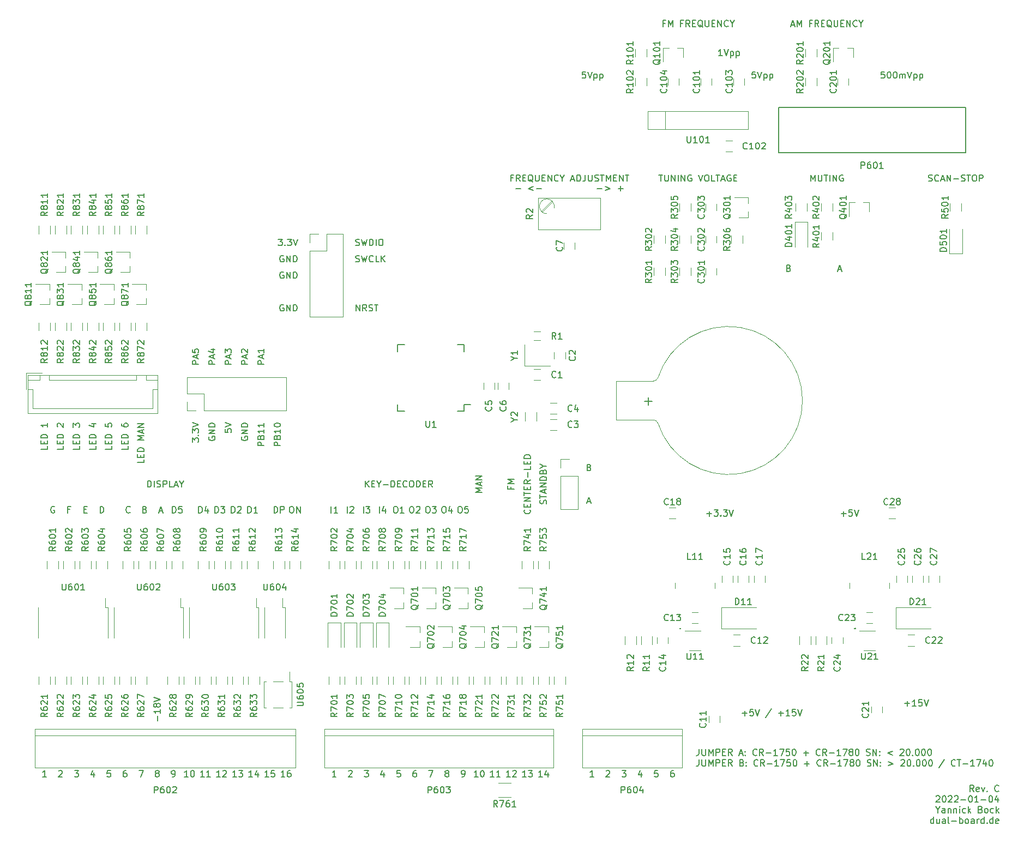
<source format=gto>
%TF.GenerationSoftware,KiCad,Pcbnew,(5.1.7)-1*%
%TF.CreationDate,2022-01-04T17:07:26+01:00*%
%TF.ProjectId,synthesizer-board,73796e74-6865-4736-997a-65722d626f61,rev?*%
%TF.SameCoordinates,Original*%
%TF.FileFunction,Legend,Top*%
%TF.FilePolarity,Positive*%
%FSLAX46Y46*%
G04 Gerber Fmt 4.6, Leading zero omitted, Abs format (unit mm)*
G04 Created by KiCad (PCBNEW (5.1.7)-1) date 2022-01-04 17:07:26*
%MOMM*%
%LPD*%
G01*
G04 APERTURE LIST*
%ADD10C,0.150000*%
%ADD11C,0.120000*%
%ADD12C,0.100000*%
%ADD13R,1.700000X1.700000*%
%ADD14O,1.700000X1.700000*%
%ADD15R,1.250000X1.000000*%
%ADD16R,1.000000X1.250000*%
%ADD17C,1.500000*%
%ADD18R,2.800000X1.500000*%
%ADD19R,1.300000X0.700000*%
%ADD20R,0.900000X0.800000*%
%ADD21R,0.900000X1.700000*%
%ADD22R,1.220000X0.650000*%
%ADD23R,5.900000X2.200000*%
%ADD24R,2.500000X1.800000*%
%ADD25R,1.000000X0.250000*%
%ADD26R,0.250000X1.000000*%
%ADD27R,1.100000X1.100000*%
%ADD28R,1.750000X1.750000*%
%ADD29C,1.750000*%
%ADD30R,1.400000X1.200000*%
%ADD31R,0.500000X0.900000*%
%ADD32R,1.800000X1.000000*%
%ADD33C,3.000000*%
%ADD34R,3.000000X3.000000*%
%ADD35C,1.900000*%
%ADD36R,1.900000X1.900000*%
%ADD37R,0.800000X1.300000*%
%ADD38R,0.800000X1.750000*%
%ADD39C,2.750000*%
%ADD40R,0.800000X0.900000*%
%ADD41C,7.000000*%
G04 APERTURE END LIST*
D10*
X109620000Y-100133214D02*
X109572380Y-100228452D01*
X109572380Y-100371309D01*
X109620000Y-100514166D01*
X109715238Y-100609404D01*
X109810476Y-100657023D01*
X110000952Y-100704642D01*
X110143809Y-100704642D01*
X110334285Y-100657023D01*
X110429523Y-100609404D01*
X110524761Y-100514166D01*
X110572380Y-100371309D01*
X110572380Y-100276071D01*
X110524761Y-100133214D01*
X110477142Y-100085595D01*
X110143809Y-100085595D01*
X110143809Y-100276071D01*
X110572380Y-99657023D02*
X109572380Y-99657023D01*
X110572380Y-99085595D01*
X109572380Y-99085595D01*
X110572380Y-98609404D02*
X109572380Y-98609404D01*
X109572380Y-98371309D01*
X109620000Y-98228452D01*
X109715238Y-98133214D01*
X109810476Y-98085595D01*
X110000952Y-98037976D01*
X110143809Y-98037976D01*
X110334285Y-98085595D01*
X110429523Y-98133214D01*
X110524761Y-98228452D01*
X110572380Y-98371309D01*
X110572380Y-98609404D01*
X104540000Y-100133214D02*
X104492380Y-100228452D01*
X104492380Y-100371309D01*
X104540000Y-100514166D01*
X104635238Y-100609404D01*
X104730476Y-100657023D01*
X104920952Y-100704642D01*
X105063809Y-100704642D01*
X105254285Y-100657023D01*
X105349523Y-100609404D01*
X105444761Y-100514166D01*
X105492380Y-100371309D01*
X105492380Y-100276071D01*
X105444761Y-100133214D01*
X105397142Y-100085595D01*
X105063809Y-100085595D01*
X105063809Y-100276071D01*
X105492380Y-99657023D02*
X104492380Y-99657023D01*
X105492380Y-99085595D01*
X104492380Y-99085595D01*
X105492380Y-98609404D02*
X104492380Y-98609404D01*
X104492380Y-98371309D01*
X104540000Y-98228452D01*
X104635238Y-98133214D01*
X104730476Y-98085595D01*
X104920952Y-98037976D01*
X105063809Y-98037976D01*
X105254285Y-98085595D01*
X105349523Y-98133214D01*
X105444761Y-98228452D01*
X105492380Y-98371309D01*
X105492380Y-98609404D01*
X113112380Y-101514166D02*
X112112380Y-101514166D01*
X112112380Y-101133214D01*
X112160000Y-101037976D01*
X112207619Y-100990357D01*
X112302857Y-100942738D01*
X112445714Y-100942738D01*
X112540952Y-100990357D01*
X112588571Y-101037976D01*
X112636190Y-101133214D01*
X112636190Y-101514166D01*
X112588571Y-100180833D02*
X112636190Y-100037976D01*
X112683809Y-99990357D01*
X112779047Y-99942738D01*
X112921904Y-99942738D01*
X113017142Y-99990357D01*
X113064761Y-100037976D01*
X113112380Y-100133214D01*
X113112380Y-100514166D01*
X112112380Y-100514166D01*
X112112380Y-100180833D01*
X112160000Y-100085595D01*
X112207619Y-100037976D01*
X112302857Y-99990357D01*
X112398095Y-99990357D01*
X112493333Y-100037976D01*
X112540952Y-100085595D01*
X112588571Y-100180833D01*
X112588571Y-100514166D01*
X113112380Y-98990357D02*
X113112380Y-99561785D01*
X113112380Y-99276071D02*
X112112380Y-99276071D01*
X112255238Y-99371309D01*
X112350476Y-99466547D01*
X112398095Y-99561785D01*
X113112380Y-98037976D02*
X113112380Y-98609404D01*
X113112380Y-98323690D02*
X112112380Y-98323690D01*
X112255238Y-98418928D01*
X112350476Y-98514166D01*
X112398095Y-98609404D01*
X115652380Y-101514166D02*
X114652380Y-101514166D01*
X114652380Y-101133214D01*
X114700000Y-101037976D01*
X114747619Y-100990357D01*
X114842857Y-100942738D01*
X114985714Y-100942738D01*
X115080952Y-100990357D01*
X115128571Y-101037976D01*
X115176190Y-101133214D01*
X115176190Y-101514166D01*
X115128571Y-100180833D02*
X115176190Y-100037976D01*
X115223809Y-99990357D01*
X115319047Y-99942738D01*
X115461904Y-99942738D01*
X115557142Y-99990357D01*
X115604761Y-100037976D01*
X115652380Y-100133214D01*
X115652380Y-100514166D01*
X114652380Y-100514166D01*
X114652380Y-100180833D01*
X114700000Y-100085595D01*
X114747619Y-100037976D01*
X114842857Y-99990357D01*
X114938095Y-99990357D01*
X115033333Y-100037976D01*
X115080952Y-100085595D01*
X115128571Y-100180833D01*
X115128571Y-100514166D01*
X115652380Y-98990357D02*
X115652380Y-99561785D01*
X115652380Y-99276071D02*
X114652380Y-99276071D01*
X114795238Y-99371309D01*
X114890476Y-99466547D01*
X114938095Y-99561785D01*
X114652380Y-98371309D02*
X114652380Y-98276071D01*
X114700000Y-98180833D01*
X114747619Y-98133214D01*
X114842857Y-98085595D01*
X115033333Y-98037976D01*
X115271428Y-98037976D01*
X115461904Y-98085595D01*
X115557142Y-98133214D01*
X115604761Y-98180833D01*
X115652380Y-98276071D01*
X115652380Y-98371309D01*
X115604761Y-98466547D01*
X115557142Y-98514166D01*
X115461904Y-98561785D01*
X115271428Y-98609404D01*
X115033333Y-98609404D01*
X114842857Y-98561785D01*
X114747619Y-98514166D01*
X114700000Y-98466547D01*
X114652380Y-98371309D01*
X110572380Y-88874404D02*
X109572380Y-88874404D01*
X109572380Y-88493452D01*
X109620000Y-88398214D01*
X109667619Y-88350595D01*
X109762857Y-88302976D01*
X109905714Y-88302976D01*
X110000952Y-88350595D01*
X110048571Y-88398214D01*
X110096190Y-88493452D01*
X110096190Y-88874404D01*
X110286666Y-87922023D02*
X110286666Y-87445833D01*
X110572380Y-88017261D02*
X109572380Y-87683928D01*
X110572380Y-87350595D01*
X109667619Y-87064880D02*
X109620000Y-87017261D01*
X109572380Y-86922023D01*
X109572380Y-86683928D01*
X109620000Y-86588690D01*
X109667619Y-86541071D01*
X109762857Y-86493452D01*
X109858095Y-86493452D01*
X110000952Y-86541071D01*
X110572380Y-87112500D01*
X110572380Y-86493452D01*
X108032380Y-88874404D02*
X107032380Y-88874404D01*
X107032380Y-88493452D01*
X107080000Y-88398214D01*
X107127619Y-88350595D01*
X107222857Y-88302976D01*
X107365714Y-88302976D01*
X107460952Y-88350595D01*
X107508571Y-88398214D01*
X107556190Y-88493452D01*
X107556190Y-88874404D01*
X107746666Y-87922023D02*
X107746666Y-87445833D01*
X108032380Y-88017261D02*
X107032380Y-87683928D01*
X108032380Y-87350595D01*
X107032380Y-87112500D02*
X107032380Y-86493452D01*
X107413333Y-86826785D01*
X107413333Y-86683928D01*
X107460952Y-86588690D01*
X107508571Y-86541071D01*
X107603809Y-86493452D01*
X107841904Y-86493452D01*
X107937142Y-86541071D01*
X107984761Y-86588690D01*
X108032380Y-86683928D01*
X108032380Y-86969642D01*
X107984761Y-87064880D01*
X107937142Y-87112500D01*
X105492380Y-88874404D02*
X104492380Y-88874404D01*
X104492380Y-88493452D01*
X104540000Y-88398214D01*
X104587619Y-88350595D01*
X104682857Y-88302976D01*
X104825714Y-88302976D01*
X104920952Y-88350595D01*
X104968571Y-88398214D01*
X105016190Y-88493452D01*
X105016190Y-88874404D01*
X105206666Y-87922023D02*
X105206666Y-87445833D01*
X105492380Y-88017261D02*
X104492380Y-87683928D01*
X105492380Y-87350595D01*
X104825714Y-86588690D02*
X105492380Y-86588690D01*
X104444761Y-86826785D02*
X105159047Y-87064880D01*
X105159047Y-86445833D01*
X102952380Y-88874404D02*
X101952380Y-88874404D01*
X101952380Y-88493452D01*
X102000000Y-88398214D01*
X102047619Y-88350595D01*
X102142857Y-88302976D01*
X102285714Y-88302976D01*
X102380952Y-88350595D01*
X102428571Y-88398214D01*
X102476190Y-88493452D01*
X102476190Y-88874404D01*
X102666666Y-87922023D02*
X102666666Y-87445833D01*
X102952380Y-88017261D02*
X101952380Y-87683928D01*
X102952380Y-87350595D01*
X101952380Y-86541071D02*
X101952380Y-87017261D01*
X102428571Y-87064880D01*
X102380952Y-87017261D01*
X102333333Y-86922023D01*
X102333333Y-86683928D01*
X102380952Y-86588690D01*
X102428571Y-86541071D01*
X102523809Y-86493452D01*
X102761904Y-86493452D01*
X102857142Y-86541071D01*
X102904761Y-86588690D01*
X102952380Y-86683928D01*
X102952380Y-86922023D01*
X102904761Y-87017261D01*
X102857142Y-87064880D01*
X113112380Y-88874404D02*
X112112380Y-88874404D01*
X112112380Y-88493452D01*
X112160000Y-88398214D01*
X112207619Y-88350595D01*
X112302857Y-88302976D01*
X112445714Y-88302976D01*
X112540952Y-88350595D01*
X112588571Y-88398214D01*
X112636190Y-88493452D01*
X112636190Y-88874404D01*
X112826666Y-87922023D02*
X112826666Y-87445833D01*
X113112380Y-88017261D02*
X112112380Y-87683928D01*
X113112380Y-87350595D01*
X113112380Y-86493452D02*
X113112380Y-87064880D01*
X113112380Y-86779166D02*
X112112380Y-86779166D01*
X112255238Y-86874404D01*
X112350476Y-86969642D01*
X112398095Y-87064880D01*
X107032380Y-98942738D02*
X107032380Y-99418928D01*
X107508571Y-99466547D01*
X107460952Y-99418928D01*
X107413333Y-99323690D01*
X107413333Y-99085595D01*
X107460952Y-98990357D01*
X107508571Y-98942738D01*
X107603809Y-98895119D01*
X107841904Y-98895119D01*
X107937142Y-98942738D01*
X107984761Y-98990357D01*
X108032380Y-99085595D01*
X108032380Y-99323690D01*
X107984761Y-99418928D01*
X107937142Y-99466547D01*
X107032380Y-98609404D02*
X108032380Y-98276071D01*
X107032380Y-97942738D01*
X101952380Y-100942738D02*
X101952380Y-100323690D01*
X102333333Y-100657023D01*
X102333333Y-100514166D01*
X102380952Y-100418928D01*
X102428571Y-100371309D01*
X102523809Y-100323690D01*
X102761904Y-100323690D01*
X102857142Y-100371309D01*
X102904761Y-100418928D01*
X102952380Y-100514166D01*
X102952380Y-100799880D01*
X102904761Y-100895119D01*
X102857142Y-100942738D01*
X102857142Y-99895119D02*
X102904761Y-99847500D01*
X102952380Y-99895119D01*
X102904761Y-99942738D01*
X102857142Y-99895119D01*
X102952380Y-99895119D01*
X101952380Y-99514166D02*
X101952380Y-98895119D01*
X102333333Y-99228452D01*
X102333333Y-99085595D01*
X102380952Y-98990357D01*
X102428571Y-98942738D01*
X102523809Y-98895119D01*
X102761904Y-98895119D01*
X102857142Y-98942738D01*
X102904761Y-98990357D01*
X102952380Y-99085595D01*
X102952380Y-99371309D01*
X102904761Y-99466547D01*
X102857142Y-99514166D01*
X101952380Y-98609404D02*
X102952380Y-98276071D01*
X101952380Y-97942738D01*
X194571428Y-73928571D02*
X194714285Y-73976190D01*
X194761904Y-74023809D01*
X194809523Y-74119047D01*
X194809523Y-74261904D01*
X194761904Y-74357142D01*
X194714285Y-74404761D01*
X194619047Y-74452380D01*
X194238095Y-74452380D01*
X194238095Y-73452380D01*
X194571428Y-73452380D01*
X194666666Y-73500000D01*
X194714285Y-73547619D01*
X194761904Y-73642857D01*
X194761904Y-73738095D01*
X194714285Y-73833333D01*
X194666666Y-73880952D01*
X194571428Y-73928571D01*
X194238095Y-73928571D01*
X202261904Y-74166666D02*
X202738095Y-74166666D01*
X202166666Y-74452380D02*
X202500000Y-73452380D01*
X202833333Y-74452380D01*
X162997738Y-43452380D02*
X162521547Y-43452380D01*
X162473928Y-43928571D01*
X162521547Y-43880952D01*
X162616785Y-43833333D01*
X162854880Y-43833333D01*
X162950119Y-43880952D01*
X162997738Y-43928571D01*
X163045357Y-44023809D01*
X163045357Y-44261904D01*
X162997738Y-44357142D01*
X162950119Y-44404761D01*
X162854880Y-44452380D01*
X162616785Y-44452380D01*
X162521547Y-44404761D01*
X162473928Y-44357142D01*
X163331071Y-43452380D02*
X163664404Y-44452380D01*
X163997738Y-43452380D01*
X164331071Y-43785714D02*
X164331071Y-44785714D01*
X164331071Y-43833333D02*
X164426309Y-43785714D01*
X164616785Y-43785714D01*
X164712023Y-43833333D01*
X164759642Y-43880952D01*
X164807261Y-43976190D01*
X164807261Y-44261904D01*
X164759642Y-44357142D01*
X164712023Y-44404761D01*
X164616785Y-44452380D01*
X164426309Y-44452380D01*
X164331071Y-44404761D01*
X165235833Y-43785714D02*
X165235833Y-44785714D01*
X165235833Y-43833333D02*
X165331071Y-43785714D01*
X165521547Y-43785714D01*
X165616785Y-43833333D01*
X165664404Y-43880952D01*
X165712023Y-43976190D01*
X165712023Y-44261904D01*
X165664404Y-44357142D01*
X165616785Y-44404761D01*
X165521547Y-44452380D01*
X165331071Y-44452380D01*
X165235833Y-44404761D01*
X184239404Y-40952380D02*
X183667976Y-40952380D01*
X183953690Y-40952380D02*
X183953690Y-39952380D01*
X183858452Y-40095238D01*
X183763214Y-40190476D01*
X183667976Y-40238095D01*
X184525119Y-39952380D02*
X184858452Y-40952380D01*
X185191785Y-39952380D01*
X185525119Y-40285714D02*
X185525119Y-41285714D01*
X185525119Y-40333333D02*
X185620357Y-40285714D01*
X185810833Y-40285714D01*
X185906071Y-40333333D01*
X185953690Y-40380952D01*
X186001309Y-40476190D01*
X186001309Y-40761904D01*
X185953690Y-40857142D01*
X185906071Y-40904761D01*
X185810833Y-40952380D01*
X185620357Y-40952380D01*
X185525119Y-40904761D01*
X186429880Y-40285714D02*
X186429880Y-41285714D01*
X186429880Y-40333333D02*
X186525119Y-40285714D01*
X186715595Y-40285714D01*
X186810833Y-40333333D01*
X186858452Y-40380952D01*
X186906071Y-40476190D01*
X186906071Y-40761904D01*
X186858452Y-40857142D01*
X186810833Y-40904761D01*
X186715595Y-40952380D01*
X186525119Y-40952380D01*
X186429880Y-40904761D01*
X209421785Y-43452380D02*
X208945595Y-43452380D01*
X208897976Y-43928571D01*
X208945595Y-43880952D01*
X209040833Y-43833333D01*
X209278928Y-43833333D01*
X209374166Y-43880952D01*
X209421785Y-43928571D01*
X209469404Y-44023809D01*
X209469404Y-44261904D01*
X209421785Y-44357142D01*
X209374166Y-44404761D01*
X209278928Y-44452380D01*
X209040833Y-44452380D01*
X208945595Y-44404761D01*
X208897976Y-44357142D01*
X210088452Y-43452380D02*
X210183690Y-43452380D01*
X210278928Y-43500000D01*
X210326547Y-43547619D01*
X210374166Y-43642857D01*
X210421785Y-43833333D01*
X210421785Y-44071428D01*
X210374166Y-44261904D01*
X210326547Y-44357142D01*
X210278928Y-44404761D01*
X210183690Y-44452380D01*
X210088452Y-44452380D01*
X209993214Y-44404761D01*
X209945595Y-44357142D01*
X209897976Y-44261904D01*
X209850357Y-44071428D01*
X209850357Y-43833333D01*
X209897976Y-43642857D01*
X209945595Y-43547619D01*
X209993214Y-43500000D01*
X210088452Y-43452380D01*
X211040833Y-43452380D02*
X211136071Y-43452380D01*
X211231309Y-43500000D01*
X211278928Y-43547619D01*
X211326547Y-43642857D01*
X211374166Y-43833333D01*
X211374166Y-44071428D01*
X211326547Y-44261904D01*
X211278928Y-44357142D01*
X211231309Y-44404761D01*
X211136071Y-44452380D01*
X211040833Y-44452380D01*
X210945595Y-44404761D01*
X210897976Y-44357142D01*
X210850357Y-44261904D01*
X210802738Y-44071428D01*
X210802738Y-43833333D01*
X210850357Y-43642857D01*
X210897976Y-43547619D01*
X210945595Y-43500000D01*
X211040833Y-43452380D01*
X211802738Y-44452380D02*
X211802738Y-43785714D01*
X211802738Y-43880952D02*
X211850357Y-43833333D01*
X211945595Y-43785714D01*
X212088452Y-43785714D01*
X212183690Y-43833333D01*
X212231309Y-43928571D01*
X212231309Y-44452380D01*
X212231309Y-43928571D02*
X212278928Y-43833333D01*
X212374166Y-43785714D01*
X212517023Y-43785714D01*
X212612261Y-43833333D01*
X212659880Y-43928571D01*
X212659880Y-44452380D01*
X212993214Y-43452380D02*
X213326547Y-44452380D01*
X213659880Y-43452380D01*
X213993214Y-43785714D02*
X213993214Y-44785714D01*
X213993214Y-43833333D02*
X214088452Y-43785714D01*
X214278928Y-43785714D01*
X214374166Y-43833333D01*
X214421785Y-43880952D01*
X214469404Y-43976190D01*
X214469404Y-44261904D01*
X214421785Y-44357142D01*
X214374166Y-44404761D01*
X214278928Y-44452380D01*
X214088452Y-44452380D01*
X213993214Y-44404761D01*
X214897976Y-43785714D02*
X214897976Y-44785714D01*
X214897976Y-43833333D02*
X214993214Y-43785714D01*
X215183690Y-43785714D01*
X215278928Y-43833333D01*
X215326547Y-43880952D01*
X215374166Y-43976190D01*
X215374166Y-44261904D01*
X215326547Y-44357142D01*
X215278928Y-44404761D01*
X215183690Y-44452380D01*
X214993214Y-44452380D01*
X214897976Y-44404761D01*
X189387738Y-43452380D02*
X188911547Y-43452380D01*
X188863928Y-43928571D01*
X188911547Y-43880952D01*
X189006785Y-43833333D01*
X189244880Y-43833333D01*
X189340119Y-43880952D01*
X189387738Y-43928571D01*
X189435357Y-44023809D01*
X189435357Y-44261904D01*
X189387738Y-44357142D01*
X189340119Y-44404761D01*
X189244880Y-44452380D01*
X189006785Y-44452380D01*
X188911547Y-44404761D01*
X188863928Y-44357142D01*
X189721071Y-43452380D02*
X190054404Y-44452380D01*
X190387738Y-43452380D01*
X190721071Y-43785714D02*
X190721071Y-44785714D01*
X190721071Y-43833333D02*
X190816309Y-43785714D01*
X191006785Y-43785714D01*
X191102023Y-43833333D01*
X191149642Y-43880952D01*
X191197261Y-43976190D01*
X191197261Y-44261904D01*
X191149642Y-44357142D01*
X191102023Y-44404761D01*
X191006785Y-44452380D01*
X190816309Y-44452380D01*
X190721071Y-44404761D01*
X191625833Y-43785714D02*
X191625833Y-44785714D01*
X191625833Y-43833333D02*
X191721071Y-43785714D01*
X191911547Y-43785714D01*
X192006785Y-43833333D01*
X192054404Y-43880952D01*
X192102023Y-43976190D01*
X192102023Y-44261904D01*
X192054404Y-44357142D01*
X192006785Y-44404761D01*
X191911547Y-44452380D01*
X191721071Y-44452380D01*
X191625833Y-44404761D01*
X163261904Y-110206666D02*
X163738095Y-110206666D01*
X163166666Y-110492380D02*
X163500000Y-109492380D01*
X163833333Y-110492380D01*
X163571428Y-104888571D02*
X163714285Y-104936190D01*
X163761904Y-104983809D01*
X163809523Y-105079047D01*
X163809523Y-105221904D01*
X163761904Y-105317142D01*
X163714285Y-105364761D01*
X163619047Y-105412380D01*
X163238095Y-105412380D01*
X163238095Y-104412380D01*
X163571428Y-104412380D01*
X163666666Y-104460000D01*
X163714285Y-104507619D01*
X163761904Y-104602857D01*
X163761904Y-104698095D01*
X163714285Y-104793333D01*
X163666666Y-104840952D01*
X163571428Y-104888571D01*
X163238095Y-104888571D01*
X96571428Y-144261904D02*
X96571428Y-143500000D01*
X96952380Y-142500000D02*
X96952380Y-143071428D01*
X96952380Y-142785714D02*
X95952380Y-142785714D01*
X96095238Y-142880952D01*
X96190476Y-142976190D01*
X96238095Y-143071428D01*
X96380952Y-141928571D02*
X96333333Y-142023809D01*
X96285714Y-142071428D01*
X96190476Y-142119047D01*
X96142857Y-142119047D01*
X96047619Y-142071428D01*
X96000000Y-142023809D01*
X95952380Y-141928571D01*
X95952380Y-141738095D01*
X96000000Y-141642857D01*
X96047619Y-141595238D01*
X96142857Y-141547619D01*
X96190476Y-141547619D01*
X96285714Y-141595238D01*
X96333333Y-141642857D01*
X96380952Y-141738095D01*
X96380952Y-141928571D01*
X96428571Y-142023809D01*
X96476190Y-142071428D01*
X96571428Y-142119047D01*
X96761904Y-142119047D01*
X96857142Y-142071428D01*
X96904761Y-142023809D01*
X96952380Y-141928571D01*
X96952380Y-141738095D01*
X96904761Y-141642857D01*
X96857142Y-141595238D01*
X96761904Y-141547619D01*
X96571428Y-141547619D01*
X96476190Y-141595238D01*
X96428571Y-141642857D01*
X96380952Y-141738095D01*
X95952380Y-141261904D02*
X96952380Y-140928571D01*
X95952380Y-140595238D01*
X216261904Y-60404761D02*
X216404761Y-60452380D01*
X216642857Y-60452380D01*
X216738095Y-60404761D01*
X216785714Y-60357142D01*
X216833333Y-60261904D01*
X216833333Y-60166666D01*
X216785714Y-60071428D01*
X216738095Y-60023809D01*
X216642857Y-59976190D01*
X216452380Y-59928571D01*
X216357142Y-59880952D01*
X216309523Y-59833333D01*
X216261904Y-59738095D01*
X216261904Y-59642857D01*
X216309523Y-59547619D01*
X216357142Y-59500000D01*
X216452380Y-59452380D01*
X216690476Y-59452380D01*
X216833333Y-59500000D01*
X217833333Y-60357142D02*
X217785714Y-60404761D01*
X217642857Y-60452380D01*
X217547619Y-60452380D01*
X217404761Y-60404761D01*
X217309523Y-60309523D01*
X217261904Y-60214285D01*
X217214285Y-60023809D01*
X217214285Y-59880952D01*
X217261904Y-59690476D01*
X217309523Y-59595238D01*
X217404761Y-59500000D01*
X217547619Y-59452380D01*
X217642857Y-59452380D01*
X217785714Y-59500000D01*
X217833333Y-59547619D01*
X218214285Y-60166666D02*
X218690476Y-60166666D01*
X218119047Y-60452380D02*
X218452380Y-59452380D01*
X218785714Y-60452380D01*
X219119047Y-60452380D02*
X219119047Y-59452380D01*
X219690476Y-60452380D01*
X219690476Y-59452380D01*
X220166666Y-60071428D02*
X220928571Y-60071428D01*
X221357142Y-60404761D02*
X221500000Y-60452380D01*
X221738095Y-60452380D01*
X221833333Y-60404761D01*
X221880952Y-60357142D01*
X221928571Y-60261904D01*
X221928571Y-60166666D01*
X221880952Y-60071428D01*
X221833333Y-60023809D01*
X221738095Y-59976190D01*
X221547619Y-59928571D01*
X221452380Y-59880952D01*
X221404761Y-59833333D01*
X221357142Y-59738095D01*
X221357142Y-59642857D01*
X221404761Y-59547619D01*
X221452380Y-59500000D01*
X221547619Y-59452380D01*
X221785714Y-59452380D01*
X221928571Y-59500000D01*
X222214285Y-59452380D02*
X222785714Y-59452380D01*
X222500000Y-60452380D02*
X222500000Y-59452380D01*
X223309523Y-59452380D02*
X223500000Y-59452380D01*
X223595238Y-59500000D01*
X223690476Y-59595238D01*
X223738095Y-59785714D01*
X223738095Y-60119047D01*
X223690476Y-60309523D01*
X223595238Y-60404761D01*
X223500000Y-60452380D01*
X223309523Y-60452380D01*
X223214285Y-60404761D01*
X223119047Y-60309523D01*
X223071428Y-60119047D01*
X223071428Y-59785714D01*
X223119047Y-59595238D01*
X223214285Y-59500000D01*
X223309523Y-59452380D01*
X224166666Y-60452380D02*
X224166666Y-59452380D01*
X224547619Y-59452380D01*
X224642857Y-59500000D01*
X224690476Y-59547619D01*
X224738095Y-59642857D01*
X224738095Y-59785714D01*
X224690476Y-59880952D01*
X224642857Y-59928571D01*
X224547619Y-59976190D01*
X224166666Y-59976190D01*
X204850000Y-129857142D02*
X204897619Y-129904761D01*
X204850000Y-129952380D01*
X204802380Y-129904761D01*
X204850000Y-129857142D01*
X204850000Y-129952380D01*
X177750000Y-129857142D02*
X177797619Y-129904761D01*
X177750000Y-129952380D01*
X177702380Y-129904761D01*
X177750000Y-129857142D01*
X177750000Y-129952380D01*
X164835595Y-61571428D02*
X165597500Y-61571428D01*
X166073690Y-61285714D02*
X166835595Y-61571428D01*
X166073690Y-61857142D01*
X168073690Y-61571428D02*
X168835595Y-61571428D01*
X168454642Y-61952380D02*
X168454642Y-61190476D01*
X152164404Y-61571428D02*
X152926309Y-61571428D01*
X154926309Y-61285714D02*
X154164404Y-61571428D01*
X154926309Y-61857142D01*
X155402500Y-61571428D02*
X156164404Y-61571428D01*
X180621309Y-148627380D02*
X180621309Y-149341666D01*
X180573690Y-149484523D01*
X180478452Y-149579761D01*
X180335595Y-149627380D01*
X180240357Y-149627380D01*
X181097500Y-148627380D02*
X181097500Y-149436904D01*
X181145119Y-149532142D01*
X181192738Y-149579761D01*
X181287976Y-149627380D01*
X181478452Y-149627380D01*
X181573690Y-149579761D01*
X181621309Y-149532142D01*
X181668928Y-149436904D01*
X181668928Y-148627380D01*
X182145119Y-149627380D02*
X182145119Y-148627380D01*
X182478452Y-149341666D01*
X182811785Y-148627380D01*
X182811785Y-149627380D01*
X183287976Y-149627380D02*
X183287976Y-148627380D01*
X183668928Y-148627380D01*
X183764166Y-148675000D01*
X183811785Y-148722619D01*
X183859404Y-148817857D01*
X183859404Y-148960714D01*
X183811785Y-149055952D01*
X183764166Y-149103571D01*
X183668928Y-149151190D01*
X183287976Y-149151190D01*
X184287976Y-149103571D02*
X184621309Y-149103571D01*
X184764166Y-149627380D02*
X184287976Y-149627380D01*
X184287976Y-148627380D01*
X184764166Y-148627380D01*
X185764166Y-149627380D02*
X185430833Y-149151190D01*
X185192738Y-149627380D02*
X185192738Y-148627380D01*
X185573690Y-148627380D01*
X185668928Y-148675000D01*
X185716547Y-148722619D01*
X185764166Y-148817857D01*
X185764166Y-148960714D01*
X185716547Y-149055952D01*
X185668928Y-149103571D01*
X185573690Y-149151190D01*
X185192738Y-149151190D01*
X186907023Y-149341666D02*
X187383214Y-149341666D01*
X186811785Y-149627380D02*
X187145119Y-148627380D01*
X187478452Y-149627380D01*
X187811785Y-149532142D02*
X187859404Y-149579761D01*
X187811785Y-149627380D01*
X187764166Y-149579761D01*
X187811785Y-149532142D01*
X187811785Y-149627380D01*
X187811785Y-149008333D02*
X187859404Y-149055952D01*
X187811785Y-149103571D01*
X187764166Y-149055952D01*
X187811785Y-149008333D01*
X187811785Y-149103571D01*
X189621309Y-149532142D02*
X189573690Y-149579761D01*
X189430833Y-149627380D01*
X189335595Y-149627380D01*
X189192738Y-149579761D01*
X189097500Y-149484523D01*
X189049880Y-149389285D01*
X189002261Y-149198809D01*
X189002261Y-149055952D01*
X189049880Y-148865476D01*
X189097500Y-148770238D01*
X189192738Y-148675000D01*
X189335595Y-148627380D01*
X189430833Y-148627380D01*
X189573690Y-148675000D01*
X189621309Y-148722619D01*
X190621309Y-149627380D02*
X190287976Y-149151190D01*
X190049880Y-149627380D02*
X190049880Y-148627380D01*
X190430833Y-148627380D01*
X190526071Y-148675000D01*
X190573690Y-148722619D01*
X190621309Y-148817857D01*
X190621309Y-148960714D01*
X190573690Y-149055952D01*
X190526071Y-149103571D01*
X190430833Y-149151190D01*
X190049880Y-149151190D01*
X191049880Y-149246428D02*
X191811785Y-149246428D01*
X192811785Y-149627380D02*
X192240357Y-149627380D01*
X192526071Y-149627380D02*
X192526071Y-148627380D01*
X192430833Y-148770238D01*
X192335595Y-148865476D01*
X192240357Y-148913095D01*
X193145119Y-148627380D02*
X193811785Y-148627380D01*
X193383214Y-149627380D01*
X194668928Y-148627380D02*
X194192738Y-148627380D01*
X194145119Y-149103571D01*
X194192738Y-149055952D01*
X194287976Y-149008333D01*
X194526071Y-149008333D01*
X194621309Y-149055952D01*
X194668928Y-149103571D01*
X194716547Y-149198809D01*
X194716547Y-149436904D01*
X194668928Y-149532142D01*
X194621309Y-149579761D01*
X194526071Y-149627380D01*
X194287976Y-149627380D01*
X194192738Y-149579761D01*
X194145119Y-149532142D01*
X195335595Y-148627380D02*
X195430833Y-148627380D01*
X195526071Y-148675000D01*
X195573690Y-148722619D01*
X195621309Y-148817857D01*
X195668928Y-149008333D01*
X195668928Y-149246428D01*
X195621309Y-149436904D01*
X195573690Y-149532142D01*
X195526071Y-149579761D01*
X195430833Y-149627380D01*
X195335595Y-149627380D01*
X195240357Y-149579761D01*
X195192738Y-149532142D01*
X195145119Y-149436904D01*
X195097500Y-149246428D01*
X195097500Y-149008333D01*
X195145119Y-148817857D01*
X195192738Y-148722619D01*
X195240357Y-148675000D01*
X195335595Y-148627380D01*
X196859404Y-149246428D02*
X197621309Y-149246428D01*
X197240357Y-149627380D02*
X197240357Y-148865476D01*
X199430833Y-149532142D02*
X199383214Y-149579761D01*
X199240357Y-149627380D01*
X199145119Y-149627380D01*
X199002261Y-149579761D01*
X198907023Y-149484523D01*
X198859404Y-149389285D01*
X198811785Y-149198809D01*
X198811785Y-149055952D01*
X198859404Y-148865476D01*
X198907023Y-148770238D01*
X199002261Y-148675000D01*
X199145119Y-148627380D01*
X199240357Y-148627380D01*
X199383214Y-148675000D01*
X199430833Y-148722619D01*
X200430833Y-149627380D02*
X200097500Y-149151190D01*
X199859404Y-149627380D02*
X199859404Y-148627380D01*
X200240357Y-148627380D01*
X200335595Y-148675000D01*
X200383214Y-148722619D01*
X200430833Y-148817857D01*
X200430833Y-148960714D01*
X200383214Y-149055952D01*
X200335595Y-149103571D01*
X200240357Y-149151190D01*
X199859404Y-149151190D01*
X200859404Y-149246428D02*
X201621309Y-149246428D01*
X202621309Y-149627380D02*
X202049880Y-149627380D01*
X202335595Y-149627380D02*
X202335595Y-148627380D01*
X202240357Y-148770238D01*
X202145119Y-148865476D01*
X202049880Y-148913095D01*
X202954642Y-148627380D02*
X203621309Y-148627380D01*
X203192738Y-149627380D01*
X204145119Y-149055952D02*
X204049880Y-149008333D01*
X204002261Y-148960714D01*
X203954642Y-148865476D01*
X203954642Y-148817857D01*
X204002261Y-148722619D01*
X204049880Y-148675000D01*
X204145119Y-148627380D01*
X204335595Y-148627380D01*
X204430833Y-148675000D01*
X204478452Y-148722619D01*
X204526071Y-148817857D01*
X204526071Y-148865476D01*
X204478452Y-148960714D01*
X204430833Y-149008333D01*
X204335595Y-149055952D01*
X204145119Y-149055952D01*
X204049880Y-149103571D01*
X204002261Y-149151190D01*
X203954642Y-149246428D01*
X203954642Y-149436904D01*
X204002261Y-149532142D01*
X204049880Y-149579761D01*
X204145119Y-149627380D01*
X204335595Y-149627380D01*
X204430833Y-149579761D01*
X204478452Y-149532142D01*
X204526071Y-149436904D01*
X204526071Y-149246428D01*
X204478452Y-149151190D01*
X204430833Y-149103571D01*
X204335595Y-149055952D01*
X205145119Y-148627380D02*
X205240357Y-148627380D01*
X205335595Y-148675000D01*
X205383214Y-148722619D01*
X205430833Y-148817857D01*
X205478452Y-149008333D01*
X205478452Y-149246428D01*
X205430833Y-149436904D01*
X205383214Y-149532142D01*
X205335595Y-149579761D01*
X205240357Y-149627380D01*
X205145119Y-149627380D01*
X205049880Y-149579761D01*
X205002261Y-149532142D01*
X204954642Y-149436904D01*
X204907023Y-149246428D01*
X204907023Y-149008333D01*
X204954642Y-148817857D01*
X205002261Y-148722619D01*
X205049880Y-148675000D01*
X205145119Y-148627380D01*
X206621309Y-149579761D02*
X206764166Y-149627380D01*
X207002261Y-149627380D01*
X207097500Y-149579761D01*
X207145119Y-149532142D01*
X207192738Y-149436904D01*
X207192738Y-149341666D01*
X207145119Y-149246428D01*
X207097500Y-149198809D01*
X207002261Y-149151190D01*
X206811785Y-149103571D01*
X206716547Y-149055952D01*
X206668928Y-149008333D01*
X206621309Y-148913095D01*
X206621309Y-148817857D01*
X206668928Y-148722619D01*
X206716547Y-148675000D01*
X206811785Y-148627380D01*
X207049880Y-148627380D01*
X207192738Y-148675000D01*
X207621309Y-149627380D02*
X207621309Y-148627380D01*
X208192738Y-149627380D01*
X208192738Y-148627380D01*
X208668928Y-149532142D02*
X208716547Y-149579761D01*
X208668928Y-149627380D01*
X208621309Y-149579761D01*
X208668928Y-149532142D01*
X208668928Y-149627380D01*
X208668928Y-149008333D02*
X208716547Y-149055952D01*
X208668928Y-149103571D01*
X208621309Y-149055952D01*
X208668928Y-149008333D01*
X208668928Y-149103571D01*
X210668928Y-148960714D02*
X209907023Y-149246428D01*
X210668928Y-149532142D01*
X211859404Y-148722619D02*
X211907023Y-148675000D01*
X212002261Y-148627380D01*
X212240357Y-148627380D01*
X212335595Y-148675000D01*
X212383214Y-148722619D01*
X212430833Y-148817857D01*
X212430833Y-148913095D01*
X212383214Y-149055952D01*
X211811785Y-149627380D01*
X212430833Y-149627380D01*
X213049880Y-148627380D02*
X213145119Y-148627380D01*
X213240357Y-148675000D01*
X213287976Y-148722619D01*
X213335595Y-148817857D01*
X213383214Y-149008333D01*
X213383214Y-149246428D01*
X213335595Y-149436904D01*
X213287976Y-149532142D01*
X213240357Y-149579761D01*
X213145119Y-149627380D01*
X213049880Y-149627380D01*
X212954642Y-149579761D01*
X212907023Y-149532142D01*
X212859404Y-149436904D01*
X212811785Y-149246428D01*
X212811785Y-149008333D01*
X212859404Y-148817857D01*
X212907023Y-148722619D01*
X212954642Y-148675000D01*
X213049880Y-148627380D01*
X213811785Y-149532142D02*
X213859404Y-149579761D01*
X213811785Y-149627380D01*
X213764166Y-149579761D01*
X213811785Y-149532142D01*
X213811785Y-149627380D01*
X214478452Y-148627380D02*
X214573690Y-148627380D01*
X214668928Y-148675000D01*
X214716547Y-148722619D01*
X214764166Y-148817857D01*
X214811785Y-149008333D01*
X214811785Y-149246428D01*
X214764166Y-149436904D01*
X214716547Y-149532142D01*
X214668928Y-149579761D01*
X214573690Y-149627380D01*
X214478452Y-149627380D01*
X214383214Y-149579761D01*
X214335595Y-149532142D01*
X214287976Y-149436904D01*
X214240357Y-149246428D01*
X214240357Y-149008333D01*
X214287976Y-148817857D01*
X214335595Y-148722619D01*
X214383214Y-148675000D01*
X214478452Y-148627380D01*
X215430833Y-148627380D02*
X215526071Y-148627380D01*
X215621309Y-148675000D01*
X215668928Y-148722619D01*
X215716547Y-148817857D01*
X215764166Y-149008333D01*
X215764166Y-149246428D01*
X215716547Y-149436904D01*
X215668928Y-149532142D01*
X215621309Y-149579761D01*
X215526071Y-149627380D01*
X215430833Y-149627380D01*
X215335595Y-149579761D01*
X215287976Y-149532142D01*
X215240357Y-149436904D01*
X215192738Y-149246428D01*
X215192738Y-149008333D01*
X215240357Y-148817857D01*
X215287976Y-148722619D01*
X215335595Y-148675000D01*
X215430833Y-148627380D01*
X216383214Y-148627380D02*
X216478452Y-148627380D01*
X216573690Y-148675000D01*
X216621309Y-148722619D01*
X216668928Y-148817857D01*
X216716547Y-149008333D01*
X216716547Y-149246428D01*
X216668928Y-149436904D01*
X216621309Y-149532142D01*
X216573690Y-149579761D01*
X216478452Y-149627380D01*
X216383214Y-149627380D01*
X216287976Y-149579761D01*
X216240357Y-149532142D01*
X216192738Y-149436904D01*
X216145119Y-149246428D01*
X216145119Y-149008333D01*
X216192738Y-148817857D01*
X216240357Y-148722619D01*
X216287976Y-148675000D01*
X216383214Y-148627380D01*
X180621309Y-150277380D02*
X180621309Y-150991666D01*
X180573690Y-151134523D01*
X180478452Y-151229761D01*
X180335595Y-151277380D01*
X180240357Y-151277380D01*
X181097500Y-150277380D02*
X181097500Y-151086904D01*
X181145119Y-151182142D01*
X181192738Y-151229761D01*
X181287976Y-151277380D01*
X181478452Y-151277380D01*
X181573690Y-151229761D01*
X181621309Y-151182142D01*
X181668928Y-151086904D01*
X181668928Y-150277380D01*
X182145119Y-151277380D02*
X182145119Y-150277380D01*
X182478452Y-150991666D01*
X182811785Y-150277380D01*
X182811785Y-151277380D01*
X183287976Y-151277380D02*
X183287976Y-150277380D01*
X183668928Y-150277380D01*
X183764166Y-150325000D01*
X183811785Y-150372619D01*
X183859404Y-150467857D01*
X183859404Y-150610714D01*
X183811785Y-150705952D01*
X183764166Y-150753571D01*
X183668928Y-150801190D01*
X183287976Y-150801190D01*
X184287976Y-150753571D02*
X184621309Y-150753571D01*
X184764166Y-151277380D02*
X184287976Y-151277380D01*
X184287976Y-150277380D01*
X184764166Y-150277380D01*
X185764166Y-151277380D02*
X185430833Y-150801190D01*
X185192738Y-151277380D02*
X185192738Y-150277380D01*
X185573690Y-150277380D01*
X185668928Y-150325000D01*
X185716547Y-150372619D01*
X185764166Y-150467857D01*
X185764166Y-150610714D01*
X185716547Y-150705952D01*
X185668928Y-150753571D01*
X185573690Y-150801190D01*
X185192738Y-150801190D01*
X187287976Y-150753571D02*
X187430833Y-150801190D01*
X187478452Y-150848809D01*
X187526071Y-150944047D01*
X187526071Y-151086904D01*
X187478452Y-151182142D01*
X187430833Y-151229761D01*
X187335595Y-151277380D01*
X186954642Y-151277380D01*
X186954642Y-150277380D01*
X187287976Y-150277380D01*
X187383214Y-150325000D01*
X187430833Y-150372619D01*
X187478452Y-150467857D01*
X187478452Y-150563095D01*
X187430833Y-150658333D01*
X187383214Y-150705952D01*
X187287976Y-150753571D01*
X186954642Y-150753571D01*
X187954642Y-151182142D02*
X188002261Y-151229761D01*
X187954642Y-151277380D01*
X187907023Y-151229761D01*
X187954642Y-151182142D01*
X187954642Y-151277380D01*
X187954642Y-150658333D02*
X188002261Y-150705952D01*
X187954642Y-150753571D01*
X187907023Y-150705952D01*
X187954642Y-150658333D01*
X187954642Y-150753571D01*
X189764166Y-151182142D02*
X189716547Y-151229761D01*
X189573690Y-151277380D01*
X189478452Y-151277380D01*
X189335595Y-151229761D01*
X189240357Y-151134523D01*
X189192738Y-151039285D01*
X189145119Y-150848809D01*
X189145119Y-150705952D01*
X189192738Y-150515476D01*
X189240357Y-150420238D01*
X189335595Y-150325000D01*
X189478452Y-150277380D01*
X189573690Y-150277380D01*
X189716547Y-150325000D01*
X189764166Y-150372619D01*
X190764166Y-151277380D02*
X190430833Y-150801190D01*
X190192738Y-151277380D02*
X190192738Y-150277380D01*
X190573690Y-150277380D01*
X190668928Y-150325000D01*
X190716547Y-150372619D01*
X190764166Y-150467857D01*
X190764166Y-150610714D01*
X190716547Y-150705952D01*
X190668928Y-150753571D01*
X190573690Y-150801190D01*
X190192738Y-150801190D01*
X191192738Y-150896428D02*
X191954642Y-150896428D01*
X192954642Y-151277380D02*
X192383214Y-151277380D01*
X192668928Y-151277380D02*
X192668928Y-150277380D01*
X192573690Y-150420238D01*
X192478452Y-150515476D01*
X192383214Y-150563095D01*
X193287976Y-150277380D02*
X193954642Y-150277380D01*
X193526071Y-151277380D01*
X194811785Y-150277380D02*
X194335595Y-150277380D01*
X194287976Y-150753571D01*
X194335595Y-150705952D01*
X194430833Y-150658333D01*
X194668928Y-150658333D01*
X194764166Y-150705952D01*
X194811785Y-150753571D01*
X194859404Y-150848809D01*
X194859404Y-151086904D01*
X194811785Y-151182142D01*
X194764166Y-151229761D01*
X194668928Y-151277380D01*
X194430833Y-151277380D01*
X194335595Y-151229761D01*
X194287976Y-151182142D01*
X195478452Y-150277380D02*
X195573690Y-150277380D01*
X195668928Y-150325000D01*
X195716547Y-150372619D01*
X195764166Y-150467857D01*
X195811785Y-150658333D01*
X195811785Y-150896428D01*
X195764166Y-151086904D01*
X195716547Y-151182142D01*
X195668928Y-151229761D01*
X195573690Y-151277380D01*
X195478452Y-151277380D01*
X195383214Y-151229761D01*
X195335595Y-151182142D01*
X195287976Y-151086904D01*
X195240357Y-150896428D01*
X195240357Y-150658333D01*
X195287976Y-150467857D01*
X195335595Y-150372619D01*
X195383214Y-150325000D01*
X195478452Y-150277380D01*
X197002261Y-150896428D02*
X197764166Y-150896428D01*
X197383214Y-151277380D02*
X197383214Y-150515476D01*
X199573690Y-151182142D02*
X199526071Y-151229761D01*
X199383214Y-151277380D01*
X199287976Y-151277380D01*
X199145119Y-151229761D01*
X199049880Y-151134523D01*
X199002261Y-151039285D01*
X198954642Y-150848809D01*
X198954642Y-150705952D01*
X199002261Y-150515476D01*
X199049880Y-150420238D01*
X199145119Y-150325000D01*
X199287976Y-150277380D01*
X199383214Y-150277380D01*
X199526071Y-150325000D01*
X199573690Y-150372619D01*
X200573690Y-151277380D02*
X200240357Y-150801190D01*
X200002261Y-151277380D02*
X200002261Y-150277380D01*
X200383214Y-150277380D01*
X200478452Y-150325000D01*
X200526071Y-150372619D01*
X200573690Y-150467857D01*
X200573690Y-150610714D01*
X200526071Y-150705952D01*
X200478452Y-150753571D01*
X200383214Y-150801190D01*
X200002261Y-150801190D01*
X201002261Y-150896428D02*
X201764166Y-150896428D01*
X202764166Y-151277380D02*
X202192738Y-151277380D01*
X202478452Y-151277380D02*
X202478452Y-150277380D01*
X202383214Y-150420238D01*
X202287976Y-150515476D01*
X202192738Y-150563095D01*
X203097500Y-150277380D02*
X203764166Y-150277380D01*
X203335595Y-151277380D01*
X204287976Y-150705952D02*
X204192738Y-150658333D01*
X204145119Y-150610714D01*
X204097500Y-150515476D01*
X204097500Y-150467857D01*
X204145119Y-150372619D01*
X204192738Y-150325000D01*
X204287976Y-150277380D01*
X204478452Y-150277380D01*
X204573690Y-150325000D01*
X204621309Y-150372619D01*
X204668928Y-150467857D01*
X204668928Y-150515476D01*
X204621309Y-150610714D01*
X204573690Y-150658333D01*
X204478452Y-150705952D01*
X204287976Y-150705952D01*
X204192738Y-150753571D01*
X204145119Y-150801190D01*
X204097500Y-150896428D01*
X204097500Y-151086904D01*
X204145119Y-151182142D01*
X204192738Y-151229761D01*
X204287976Y-151277380D01*
X204478452Y-151277380D01*
X204573690Y-151229761D01*
X204621309Y-151182142D01*
X204668928Y-151086904D01*
X204668928Y-150896428D01*
X204621309Y-150801190D01*
X204573690Y-150753571D01*
X204478452Y-150705952D01*
X205287976Y-150277380D02*
X205383214Y-150277380D01*
X205478452Y-150325000D01*
X205526071Y-150372619D01*
X205573690Y-150467857D01*
X205621309Y-150658333D01*
X205621309Y-150896428D01*
X205573690Y-151086904D01*
X205526071Y-151182142D01*
X205478452Y-151229761D01*
X205383214Y-151277380D01*
X205287976Y-151277380D01*
X205192738Y-151229761D01*
X205145119Y-151182142D01*
X205097500Y-151086904D01*
X205049880Y-150896428D01*
X205049880Y-150658333D01*
X205097500Y-150467857D01*
X205145119Y-150372619D01*
X205192738Y-150325000D01*
X205287976Y-150277380D01*
X206764166Y-151229761D02*
X206907023Y-151277380D01*
X207145119Y-151277380D01*
X207240357Y-151229761D01*
X207287976Y-151182142D01*
X207335595Y-151086904D01*
X207335595Y-150991666D01*
X207287976Y-150896428D01*
X207240357Y-150848809D01*
X207145119Y-150801190D01*
X206954642Y-150753571D01*
X206859404Y-150705952D01*
X206811785Y-150658333D01*
X206764166Y-150563095D01*
X206764166Y-150467857D01*
X206811785Y-150372619D01*
X206859404Y-150325000D01*
X206954642Y-150277380D01*
X207192738Y-150277380D01*
X207335595Y-150325000D01*
X207764166Y-151277380D02*
X207764166Y-150277380D01*
X208335595Y-151277380D01*
X208335595Y-150277380D01*
X208811785Y-151182142D02*
X208859404Y-151229761D01*
X208811785Y-151277380D01*
X208764166Y-151229761D01*
X208811785Y-151182142D01*
X208811785Y-151277380D01*
X208811785Y-150658333D02*
X208859404Y-150705952D01*
X208811785Y-150753571D01*
X208764166Y-150705952D01*
X208811785Y-150658333D01*
X208811785Y-150753571D01*
X210049880Y-150610714D02*
X210811785Y-150896428D01*
X210049880Y-151182142D01*
X212002261Y-150372619D02*
X212049880Y-150325000D01*
X212145119Y-150277380D01*
X212383214Y-150277380D01*
X212478452Y-150325000D01*
X212526071Y-150372619D01*
X212573690Y-150467857D01*
X212573690Y-150563095D01*
X212526071Y-150705952D01*
X211954642Y-151277380D01*
X212573690Y-151277380D01*
X213192738Y-150277380D02*
X213287976Y-150277380D01*
X213383214Y-150325000D01*
X213430833Y-150372619D01*
X213478452Y-150467857D01*
X213526071Y-150658333D01*
X213526071Y-150896428D01*
X213478452Y-151086904D01*
X213430833Y-151182142D01*
X213383214Y-151229761D01*
X213287976Y-151277380D01*
X213192738Y-151277380D01*
X213097500Y-151229761D01*
X213049880Y-151182142D01*
X213002261Y-151086904D01*
X212954642Y-150896428D01*
X212954642Y-150658333D01*
X213002261Y-150467857D01*
X213049880Y-150372619D01*
X213097500Y-150325000D01*
X213192738Y-150277380D01*
X213954642Y-151182142D02*
X214002261Y-151229761D01*
X213954642Y-151277380D01*
X213907023Y-151229761D01*
X213954642Y-151182142D01*
X213954642Y-151277380D01*
X214621309Y-150277380D02*
X214716547Y-150277380D01*
X214811785Y-150325000D01*
X214859404Y-150372619D01*
X214907023Y-150467857D01*
X214954642Y-150658333D01*
X214954642Y-150896428D01*
X214907023Y-151086904D01*
X214859404Y-151182142D01*
X214811785Y-151229761D01*
X214716547Y-151277380D01*
X214621309Y-151277380D01*
X214526071Y-151229761D01*
X214478452Y-151182142D01*
X214430833Y-151086904D01*
X214383214Y-150896428D01*
X214383214Y-150658333D01*
X214430833Y-150467857D01*
X214478452Y-150372619D01*
X214526071Y-150325000D01*
X214621309Y-150277380D01*
X215573690Y-150277380D02*
X215668928Y-150277380D01*
X215764166Y-150325000D01*
X215811785Y-150372619D01*
X215859404Y-150467857D01*
X215907023Y-150658333D01*
X215907023Y-150896428D01*
X215859404Y-151086904D01*
X215811785Y-151182142D01*
X215764166Y-151229761D01*
X215668928Y-151277380D01*
X215573690Y-151277380D01*
X215478452Y-151229761D01*
X215430833Y-151182142D01*
X215383214Y-151086904D01*
X215335595Y-150896428D01*
X215335595Y-150658333D01*
X215383214Y-150467857D01*
X215430833Y-150372619D01*
X215478452Y-150325000D01*
X215573690Y-150277380D01*
X216526071Y-150277380D02*
X216621309Y-150277380D01*
X216716547Y-150325000D01*
X216764166Y-150372619D01*
X216811785Y-150467857D01*
X216859404Y-150658333D01*
X216859404Y-150896428D01*
X216811785Y-151086904D01*
X216764166Y-151182142D01*
X216716547Y-151229761D01*
X216621309Y-151277380D01*
X216526071Y-151277380D01*
X216430833Y-151229761D01*
X216383214Y-151182142D01*
X216335595Y-151086904D01*
X216287976Y-150896428D01*
X216287976Y-150658333D01*
X216335595Y-150467857D01*
X216383214Y-150372619D01*
X216430833Y-150325000D01*
X216526071Y-150277380D01*
X218764166Y-150229761D02*
X217907023Y-151515476D01*
X220430833Y-151182142D02*
X220383214Y-151229761D01*
X220240357Y-151277380D01*
X220145119Y-151277380D01*
X220002261Y-151229761D01*
X219907023Y-151134523D01*
X219859404Y-151039285D01*
X219811785Y-150848809D01*
X219811785Y-150705952D01*
X219859404Y-150515476D01*
X219907023Y-150420238D01*
X220002261Y-150325000D01*
X220145119Y-150277380D01*
X220240357Y-150277380D01*
X220383214Y-150325000D01*
X220430833Y-150372619D01*
X220716547Y-150277380D02*
X221287976Y-150277380D01*
X221002261Y-151277380D02*
X221002261Y-150277380D01*
X221621309Y-150896428D02*
X222383214Y-150896428D01*
X223383214Y-151277380D02*
X222811785Y-151277380D01*
X223097500Y-151277380D02*
X223097500Y-150277380D01*
X223002261Y-150420238D01*
X222907023Y-150515476D01*
X222811785Y-150563095D01*
X223716547Y-150277380D02*
X224383214Y-150277380D01*
X223954642Y-151277380D01*
X225192738Y-150610714D02*
X225192738Y-151277380D01*
X224954642Y-150229761D02*
X224716547Y-150944047D01*
X225335595Y-150944047D01*
X225907023Y-150277380D02*
X226002261Y-150277380D01*
X226097500Y-150325000D01*
X226145119Y-150372619D01*
X226192738Y-150467857D01*
X226240357Y-150658333D01*
X226240357Y-150896428D01*
X226192738Y-151086904D01*
X226145119Y-151182142D01*
X226097500Y-151229761D01*
X226002261Y-151277380D01*
X225907023Y-151277380D01*
X225811785Y-151229761D01*
X225764166Y-151182142D01*
X225716547Y-151086904D01*
X225668928Y-150896428D01*
X225668928Y-150658333D01*
X225716547Y-150467857D01*
X225764166Y-150372619D01*
X225811785Y-150325000D01*
X225907023Y-150277380D01*
X187335595Y-143071428D02*
X188097500Y-143071428D01*
X187716547Y-143452380D02*
X187716547Y-142690476D01*
X189049880Y-142452380D02*
X188573690Y-142452380D01*
X188526071Y-142928571D01*
X188573690Y-142880952D01*
X188668928Y-142833333D01*
X188907023Y-142833333D01*
X189002261Y-142880952D01*
X189049880Y-142928571D01*
X189097500Y-143023809D01*
X189097500Y-143261904D01*
X189049880Y-143357142D01*
X189002261Y-143404761D01*
X188907023Y-143452380D01*
X188668928Y-143452380D01*
X188573690Y-143404761D01*
X188526071Y-143357142D01*
X189383214Y-142452380D02*
X189716547Y-143452380D01*
X190049880Y-142452380D01*
X191859404Y-142404761D02*
X191002261Y-143690476D01*
X192954642Y-143071428D02*
X193716547Y-143071428D01*
X193335595Y-143452380D02*
X193335595Y-142690476D01*
X194716547Y-143452380D02*
X194145119Y-143452380D01*
X194430833Y-143452380D02*
X194430833Y-142452380D01*
X194335595Y-142595238D01*
X194240357Y-142690476D01*
X194145119Y-142738095D01*
X195621309Y-142452380D02*
X195145119Y-142452380D01*
X195097500Y-142928571D01*
X195145119Y-142880952D01*
X195240357Y-142833333D01*
X195478452Y-142833333D01*
X195573690Y-142880952D01*
X195621309Y-142928571D01*
X195668928Y-143023809D01*
X195668928Y-143261904D01*
X195621309Y-143357142D01*
X195573690Y-143404761D01*
X195478452Y-143452380D01*
X195240357Y-143452380D01*
X195145119Y-143404761D01*
X195097500Y-143357142D01*
X195954642Y-142452380D02*
X196287976Y-143452380D01*
X196621309Y-142452380D01*
X212585595Y-141571428D02*
X213347500Y-141571428D01*
X212966547Y-141952380D02*
X212966547Y-141190476D01*
X214347500Y-141952380D02*
X213776071Y-141952380D01*
X214061785Y-141952380D02*
X214061785Y-140952380D01*
X213966547Y-141095238D01*
X213871309Y-141190476D01*
X213776071Y-141238095D01*
X215252261Y-140952380D02*
X214776071Y-140952380D01*
X214728452Y-141428571D01*
X214776071Y-141380952D01*
X214871309Y-141333333D01*
X215109404Y-141333333D01*
X215204642Y-141380952D01*
X215252261Y-141428571D01*
X215299880Y-141523809D01*
X215299880Y-141761904D01*
X215252261Y-141857142D01*
X215204642Y-141904761D01*
X215109404Y-141952380D01*
X214871309Y-141952380D01*
X214776071Y-141904761D01*
X214728452Y-141857142D01*
X215585595Y-140952380D02*
X215918928Y-141952380D01*
X216252261Y-140952380D01*
X223304880Y-155227380D02*
X222971547Y-154751190D01*
X222733452Y-155227380D02*
X222733452Y-154227380D01*
X223114404Y-154227380D01*
X223209642Y-154275000D01*
X223257261Y-154322619D01*
X223304880Y-154417857D01*
X223304880Y-154560714D01*
X223257261Y-154655952D01*
X223209642Y-154703571D01*
X223114404Y-154751190D01*
X222733452Y-154751190D01*
X224114404Y-155179761D02*
X224019166Y-155227380D01*
X223828690Y-155227380D01*
X223733452Y-155179761D01*
X223685833Y-155084523D01*
X223685833Y-154703571D01*
X223733452Y-154608333D01*
X223828690Y-154560714D01*
X224019166Y-154560714D01*
X224114404Y-154608333D01*
X224162023Y-154703571D01*
X224162023Y-154798809D01*
X223685833Y-154894047D01*
X224495357Y-154560714D02*
X224733452Y-155227380D01*
X224971547Y-154560714D01*
X225352500Y-155132142D02*
X225400119Y-155179761D01*
X225352500Y-155227380D01*
X225304880Y-155179761D01*
X225352500Y-155132142D01*
X225352500Y-155227380D01*
X227162023Y-155132142D02*
X227114404Y-155179761D01*
X226971547Y-155227380D01*
X226876309Y-155227380D01*
X226733452Y-155179761D01*
X226638214Y-155084523D01*
X226590595Y-154989285D01*
X226542976Y-154798809D01*
X226542976Y-154655952D01*
X226590595Y-154465476D01*
X226638214Y-154370238D01*
X226733452Y-154275000D01*
X226876309Y-154227380D01*
X226971547Y-154227380D01*
X227114404Y-154275000D01*
X227162023Y-154322619D01*
X217447738Y-155972619D02*
X217495357Y-155925000D01*
X217590595Y-155877380D01*
X217828690Y-155877380D01*
X217923928Y-155925000D01*
X217971547Y-155972619D01*
X218019166Y-156067857D01*
X218019166Y-156163095D01*
X217971547Y-156305952D01*
X217400119Y-156877380D01*
X218019166Y-156877380D01*
X218638214Y-155877380D02*
X218733452Y-155877380D01*
X218828690Y-155925000D01*
X218876309Y-155972619D01*
X218923928Y-156067857D01*
X218971547Y-156258333D01*
X218971547Y-156496428D01*
X218923928Y-156686904D01*
X218876309Y-156782142D01*
X218828690Y-156829761D01*
X218733452Y-156877380D01*
X218638214Y-156877380D01*
X218542976Y-156829761D01*
X218495357Y-156782142D01*
X218447738Y-156686904D01*
X218400119Y-156496428D01*
X218400119Y-156258333D01*
X218447738Y-156067857D01*
X218495357Y-155972619D01*
X218542976Y-155925000D01*
X218638214Y-155877380D01*
X219352500Y-155972619D02*
X219400119Y-155925000D01*
X219495357Y-155877380D01*
X219733452Y-155877380D01*
X219828690Y-155925000D01*
X219876309Y-155972619D01*
X219923928Y-156067857D01*
X219923928Y-156163095D01*
X219876309Y-156305952D01*
X219304880Y-156877380D01*
X219923928Y-156877380D01*
X220304880Y-155972619D02*
X220352500Y-155925000D01*
X220447738Y-155877380D01*
X220685833Y-155877380D01*
X220781071Y-155925000D01*
X220828690Y-155972619D01*
X220876309Y-156067857D01*
X220876309Y-156163095D01*
X220828690Y-156305952D01*
X220257261Y-156877380D01*
X220876309Y-156877380D01*
X221304880Y-156496428D02*
X222066785Y-156496428D01*
X222733452Y-155877380D02*
X222828690Y-155877380D01*
X222923928Y-155925000D01*
X222971547Y-155972619D01*
X223019166Y-156067857D01*
X223066785Y-156258333D01*
X223066785Y-156496428D01*
X223019166Y-156686904D01*
X222971547Y-156782142D01*
X222923928Y-156829761D01*
X222828690Y-156877380D01*
X222733452Y-156877380D01*
X222638214Y-156829761D01*
X222590595Y-156782142D01*
X222542976Y-156686904D01*
X222495357Y-156496428D01*
X222495357Y-156258333D01*
X222542976Y-156067857D01*
X222590595Y-155972619D01*
X222638214Y-155925000D01*
X222733452Y-155877380D01*
X224019166Y-156877380D02*
X223447738Y-156877380D01*
X223733452Y-156877380D02*
X223733452Y-155877380D01*
X223638214Y-156020238D01*
X223542976Y-156115476D01*
X223447738Y-156163095D01*
X224447738Y-156496428D02*
X225209642Y-156496428D01*
X225876309Y-155877380D02*
X225971547Y-155877380D01*
X226066785Y-155925000D01*
X226114404Y-155972619D01*
X226162023Y-156067857D01*
X226209642Y-156258333D01*
X226209642Y-156496428D01*
X226162023Y-156686904D01*
X226114404Y-156782142D01*
X226066785Y-156829761D01*
X225971547Y-156877380D01*
X225876309Y-156877380D01*
X225781071Y-156829761D01*
X225733452Y-156782142D01*
X225685833Y-156686904D01*
X225638214Y-156496428D01*
X225638214Y-156258333D01*
X225685833Y-156067857D01*
X225733452Y-155972619D01*
X225781071Y-155925000D01*
X225876309Y-155877380D01*
X227066785Y-156210714D02*
X227066785Y-156877380D01*
X226828690Y-155829761D02*
X226590595Y-156544047D01*
X227209642Y-156544047D01*
X217733452Y-158051190D02*
X217733452Y-158527380D01*
X217400119Y-157527380D02*
X217733452Y-158051190D01*
X218066785Y-157527380D01*
X218828690Y-158527380D02*
X218828690Y-158003571D01*
X218781071Y-157908333D01*
X218685833Y-157860714D01*
X218495357Y-157860714D01*
X218400119Y-157908333D01*
X218828690Y-158479761D02*
X218733452Y-158527380D01*
X218495357Y-158527380D01*
X218400119Y-158479761D01*
X218352500Y-158384523D01*
X218352500Y-158289285D01*
X218400119Y-158194047D01*
X218495357Y-158146428D01*
X218733452Y-158146428D01*
X218828690Y-158098809D01*
X219304880Y-157860714D02*
X219304880Y-158527380D01*
X219304880Y-157955952D02*
X219352500Y-157908333D01*
X219447738Y-157860714D01*
X219590595Y-157860714D01*
X219685833Y-157908333D01*
X219733452Y-158003571D01*
X219733452Y-158527380D01*
X220209642Y-157860714D02*
X220209642Y-158527380D01*
X220209642Y-157955952D02*
X220257261Y-157908333D01*
X220352500Y-157860714D01*
X220495357Y-157860714D01*
X220590595Y-157908333D01*
X220638214Y-158003571D01*
X220638214Y-158527380D01*
X221114404Y-158527380D02*
X221114404Y-157860714D01*
X221114404Y-157527380D02*
X221066785Y-157575000D01*
X221114404Y-157622619D01*
X221162023Y-157575000D01*
X221114404Y-157527380D01*
X221114404Y-157622619D01*
X222019166Y-158479761D02*
X221923928Y-158527380D01*
X221733452Y-158527380D01*
X221638214Y-158479761D01*
X221590595Y-158432142D01*
X221542976Y-158336904D01*
X221542976Y-158051190D01*
X221590595Y-157955952D01*
X221638214Y-157908333D01*
X221733452Y-157860714D01*
X221923928Y-157860714D01*
X222019166Y-157908333D01*
X222447738Y-158527380D02*
X222447738Y-157527380D01*
X222542976Y-158146428D02*
X222828690Y-158527380D01*
X222828690Y-157860714D02*
X222447738Y-158241666D01*
X224352500Y-158003571D02*
X224495357Y-158051190D01*
X224542976Y-158098809D01*
X224590595Y-158194047D01*
X224590595Y-158336904D01*
X224542976Y-158432142D01*
X224495357Y-158479761D01*
X224400119Y-158527380D01*
X224019166Y-158527380D01*
X224019166Y-157527380D01*
X224352500Y-157527380D01*
X224447738Y-157575000D01*
X224495357Y-157622619D01*
X224542976Y-157717857D01*
X224542976Y-157813095D01*
X224495357Y-157908333D01*
X224447738Y-157955952D01*
X224352500Y-158003571D01*
X224019166Y-158003571D01*
X225162023Y-158527380D02*
X225066785Y-158479761D01*
X225019166Y-158432142D01*
X224971547Y-158336904D01*
X224971547Y-158051190D01*
X225019166Y-157955952D01*
X225066785Y-157908333D01*
X225162023Y-157860714D01*
X225304880Y-157860714D01*
X225400119Y-157908333D01*
X225447738Y-157955952D01*
X225495357Y-158051190D01*
X225495357Y-158336904D01*
X225447738Y-158432142D01*
X225400119Y-158479761D01*
X225304880Y-158527380D01*
X225162023Y-158527380D01*
X226352500Y-158479761D02*
X226257261Y-158527380D01*
X226066785Y-158527380D01*
X225971547Y-158479761D01*
X225923928Y-158432142D01*
X225876309Y-158336904D01*
X225876309Y-158051190D01*
X225923928Y-157955952D01*
X225971547Y-157908333D01*
X226066785Y-157860714D01*
X226257261Y-157860714D01*
X226352500Y-157908333D01*
X226781071Y-158527380D02*
X226781071Y-157527380D01*
X226876309Y-158146428D02*
X227162023Y-158527380D01*
X227162023Y-157860714D02*
X226781071Y-158241666D01*
X217066785Y-160177380D02*
X217066785Y-159177380D01*
X217066785Y-160129761D02*
X216971547Y-160177380D01*
X216781071Y-160177380D01*
X216685833Y-160129761D01*
X216638214Y-160082142D01*
X216590595Y-159986904D01*
X216590595Y-159701190D01*
X216638214Y-159605952D01*
X216685833Y-159558333D01*
X216781071Y-159510714D01*
X216971547Y-159510714D01*
X217066785Y-159558333D01*
X217971547Y-159510714D02*
X217971547Y-160177380D01*
X217542976Y-159510714D02*
X217542976Y-160034523D01*
X217590595Y-160129761D01*
X217685833Y-160177380D01*
X217828690Y-160177380D01*
X217923928Y-160129761D01*
X217971547Y-160082142D01*
X218876309Y-160177380D02*
X218876309Y-159653571D01*
X218828690Y-159558333D01*
X218733452Y-159510714D01*
X218542976Y-159510714D01*
X218447738Y-159558333D01*
X218876309Y-160129761D02*
X218781071Y-160177380D01*
X218542976Y-160177380D01*
X218447738Y-160129761D01*
X218400119Y-160034523D01*
X218400119Y-159939285D01*
X218447738Y-159844047D01*
X218542976Y-159796428D01*
X218781071Y-159796428D01*
X218876309Y-159748809D01*
X219495357Y-160177380D02*
X219400119Y-160129761D01*
X219352500Y-160034523D01*
X219352500Y-159177380D01*
X219876309Y-159796428D02*
X220638214Y-159796428D01*
X221114404Y-160177380D02*
X221114404Y-159177380D01*
X221114404Y-159558333D02*
X221209642Y-159510714D01*
X221400119Y-159510714D01*
X221495357Y-159558333D01*
X221542976Y-159605952D01*
X221590595Y-159701190D01*
X221590595Y-159986904D01*
X221542976Y-160082142D01*
X221495357Y-160129761D01*
X221400119Y-160177380D01*
X221209642Y-160177380D01*
X221114404Y-160129761D01*
X222162023Y-160177380D02*
X222066785Y-160129761D01*
X222019166Y-160082142D01*
X221971547Y-159986904D01*
X221971547Y-159701190D01*
X222019166Y-159605952D01*
X222066785Y-159558333D01*
X222162023Y-159510714D01*
X222304880Y-159510714D01*
X222400119Y-159558333D01*
X222447738Y-159605952D01*
X222495357Y-159701190D01*
X222495357Y-159986904D01*
X222447738Y-160082142D01*
X222400119Y-160129761D01*
X222304880Y-160177380D01*
X222162023Y-160177380D01*
X223352500Y-160177380D02*
X223352500Y-159653571D01*
X223304880Y-159558333D01*
X223209642Y-159510714D01*
X223019166Y-159510714D01*
X222923928Y-159558333D01*
X223352500Y-160129761D02*
X223257261Y-160177380D01*
X223019166Y-160177380D01*
X222923928Y-160129761D01*
X222876309Y-160034523D01*
X222876309Y-159939285D01*
X222923928Y-159844047D01*
X223019166Y-159796428D01*
X223257261Y-159796428D01*
X223352500Y-159748809D01*
X223828690Y-160177380D02*
X223828690Y-159510714D01*
X223828690Y-159701190D02*
X223876309Y-159605952D01*
X223923928Y-159558333D01*
X224019166Y-159510714D01*
X224114404Y-159510714D01*
X224876309Y-160177380D02*
X224876309Y-159177380D01*
X224876309Y-160129761D02*
X224781071Y-160177380D01*
X224590595Y-160177380D01*
X224495357Y-160129761D01*
X224447738Y-160082142D01*
X224400119Y-159986904D01*
X224400119Y-159701190D01*
X224447738Y-159605952D01*
X224495357Y-159558333D01*
X224590595Y-159510714D01*
X224781071Y-159510714D01*
X224876309Y-159558333D01*
X225352500Y-160082142D02*
X225400119Y-160129761D01*
X225352500Y-160177380D01*
X225304880Y-160129761D01*
X225352500Y-160082142D01*
X225352500Y-160177380D01*
X226257261Y-160177380D02*
X226257261Y-159177380D01*
X226257261Y-160129761D02*
X226162023Y-160177380D01*
X225971547Y-160177380D01*
X225876309Y-160129761D01*
X225828690Y-160082142D01*
X225781071Y-159986904D01*
X225781071Y-159701190D01*
X225828690Y-159605952D01*
X225876309Y-159558333D01*
X225971547Y-159510714D01*
X226162023Y-159510714D01*
X226257261Y-159558333D01*
X227114404Y-160129761D02*
X227019166Y-160177380D01*
X226828690Y-160177380D01*
X226733452Y-160129761D01*
X226685833Y-160034523D01*
X226685833Y-159653571D01*
X226733452Y-159558333D01*
X226828690Y-159510714D01*
X227019166Y-159510714D01*
X227114404Y-159558333D01*
X227162023Y-159653571D01*
X227162023Y-159748809D01*
X226685833Y-159844047D01*
X154357142Y-111476190D02*
X154404761Y-111523809D01*
X154452380Y-111666666D01*
X154452380Y-111761904D01*
X154404761Y-111904761D01*
X154309523Y-112000000D01*
X154214285Y-112047619D01*
X154023809Y-112095238D01*
X153880952Y-112095238D01*
X153690476Y-112047619D01*
X153595238Y-112000000D01*
X153500000Y-111904761D01*
X153452380Y-111761904D01*
X153452380Y-111666666D01*
X153500000Y-111523809D01*
X153547619Y-111476190D01*
X153928571Y-111047619D02*
X153928571Y-110714285D01*
X154452380Y-110571428D02*
X154452380Y-111047619D01*
X153452380Y-111047619D01*
X153452380Y-110571428D01*
X154452380Y-110142857D02*
X153452380Y-110142857D01*
X154452380Y-109571428D01*
X153452380Y-109571428D01*
X153452380Y-109238095D02*
X153452380Y-108666666D01*
X154452380Y-108952380D02*
X153452380Y-108952380D01*
X153928571Y-108333333D02*
X153928571Y-108000000D01*
X154452380Y-107857142D02*
X154452380Y-108333333D01*
X153452380Y-108333333D01*
X153452380Y-107857142D01*
X154452380Y-106857142D02*
X153976190Y-107190476D01*
X154452380Y-107428571D02*
X153452380Y-107428571D01*
X153452380Y-107047619D01*
X153500000Y-106952380D01*
X153547619Y-106904761D01*
X153642857Y-106857142D01*
X153785714Y-106857142D01*
X153880952Y-106904761D01*
X153928571Y-106952380D01*
X153976190Y-107047619D01*
X153976190Y-107428571D01*
X154071428Y-106428571D02*
X154071428Y-105666666D01*
X154452380Y-104714285D02*
X154452380Y-105190476D01*
X153452380Y-105190476D01*
X153928571Y-104380952D02*
X153928571Y-104047619D01*
X154452380Y-103904761D02*
X154452380Y-104380952D01*
X153452380Y-104380952D01*
X153452380Y-103904761D01*
X154452380Y-103476190D02*
X153452380Y-103476190D01*
X153452380Y-103238095D01*
X153500000Y-103095238D01*
X153595238Y-103000000D01*
X153690476Y-102952380D01*
X153880952Y-102904761D01*
X154023809Y-102904761D01*
X154214285Y-102952380D01*
X154309523Y-103000000D01*
X154404761Y-103095238D01*
X154452380Y-103238095D01*
X154452380Y-103476190D01*
X143428571Y-110952380D02*
X143619047Y-110952380D01*
X143714285Y-111000000D01*
X143809523Y-111095238D01*
X143857142Y-111285714D01*
X143857142Y-111619047D01*
X143809523Y-111809523D01*
X143714285Y-111904761D01*
X143619047Y-111952380D01*
X143428571Y-111952380D01*
X143333333Y-111904761D01*
X143238095Y-111809523D01*
X143190476Y-111619047D01*
X143190476Y-111285714D01*
X143238095Y-111095238D01*
X143333333Y-111000000D01*
X143428571Y-110952380D01*
X144761904Y-110952380D02*
X144285714Y-110952380D01*
X144238095Y-111428571D01*
X144285714Y-111380952D01*
X144380952Y-111333333D01*
X144619047Y-111333333D01*
X144714285Y-111380952D01*
X144761904Y-111428571D01*
X144809523Y-111523809D01*
X144809523Y-111761904D01*
X144761904Y-111857142D01*
X144714285Y-111904761D01*
X144619047Y-111952380D01*
X144380952Y-111952380D01*
X144285714Y-111904761D01*
X144238095Y-111857142D01*
X140928571Y-110952380D02*
X141119047Y-110952380D01*
X141214285Y-111000000D01*
X141309523Y-111095238D01*
X141357142Y-111285714D01*
X141357142Y-111619047D01*
X141309523Y-111809523D01*
X141214285Y-111904761D01*
X141119047Y-111952380D01*
X140928571Y-111952380D01*
X140833333Y-111904761D01*
X140738095Y-111809523D01*
X140690476Y-111619047D01*
X140690476Y-111285714D01*
X140738095Y-111095238D01*
X140833333Y-111000000D01*
X140928571Y-110952380D01*
X142214285Y-111285714D02*
X142214285Y-111952380D01*
X141976190Y-110904761D02*
X141738095Y-111619047D01*
X142357142Y-111619047D01*
X138428571Y-110952380D02*
X138619047Y-110952380D01*
X138714285Y-111000000D01*
X138809523Y-111095238D01*
X138857142Y-111285714D01*
X138857142Y-111619047D01*
X138809523Y-111809523D01*
X138714285Y-111904761D01*
X138619047Y-111952380D01*
X138428571Y-111952380D01*
X138333333Y-111904761D01*
X138238095Y-111809523D01*
X138190476Y-111619047D01*
X138190476Y-111285714D01*
X138238095Y-111095238D01*
X138333333Y-111000000D01*
X138428571Y-110952380D01*
X139190476Y-110952380D02*
X139809523Y-110952380D01*
X139476190Y-111333333D01*
X139619047Y-111333333D01*
X139714285Y-111380952D01*
X139761904Y-111428571D01*
X139809523Y-111523809D01*
X139809523Y-111761904D01*
X139761904Y-111857142D01*
X139714285Y-111904761D01*
X139619047Y-111952380D01*
X139333333Y-111952380D01*
X139238095Y-111904761D01*
X139190476Y-111857142D01*
X135928571Y-110952380D02*
X136119047Y-110952380D01*
X136214285Y-111000000D01*
X136309523Y-111095238D01*
X136357142Y-111285714D01*
X136357142Y-111619047D01*
X136309523Y-111809523D01*
X136214285Y-111904761D01*
X136119047Y-111952380D01*
X135928571Y-111952380D01*
X135833333Y-111904761D01*
X135738095Y-111809523D01*
X135690476Y-111619047D01*
X135690476Y-111285714D01*
X135738095Y-111095238D01*
X135833333Y-111000000D01*
X135928571Y-110952380D01*
X136738095Y-111047619D02*
X136785714Y-111000000D01*
X136880952Y-110952380D01*
X137119047Y-110952380D01*
X137214285Y-111000000D01*
X137261904Y-111047619D01*
X137309523Y-111142857D01*
X137309523Y-111238095D01*
X137261904Y-111380952D01*
X136690476Y-111952380D01*
X137309523Y-111952380D01*
X133428571Y-110952380D02*
X133619047Y-110952380D01*
X133714285Y-111000000D01*
X133809523Y-111095238D01*
X133857142Y-111285714D01*
X133857142Y-111619047D01*
X133809523Y-111809523D01*
X133714285Y-111904761D01*
X133619047Y-111952380D01*
X133428571Y-111952380D01*
X133333333Y-111904761D01*
X133238095Y-111809523D01*
X133190476Y-111619047D01*
X133190476Y-111285714D01*
X133238095Y-111095238D01*
X133333333Y-111000000D01*
X133428571Y-110952380D01*
X134809523Y-111952380D02*
X134238095Y-111952380D01*
X134523809Y-111952380D02*
X134523809Y-110952380D01*
X134428571Y-111095238D01*
X134333333Y-111190476D01*
X134238095Y-111238095D01*
X131023809Y-111952380D02*
X131023809Y-110952380D01*
X131928571Y-111285714D02*
X131928571Y-111952380D01*
X131690476Y-110904761D02*
X131452380Y-111619047D01*
X132071428Y-111619047D01*
X128523809Y-111952380D02*
X128523809Y-110952380D01*
X128904761Y-110952380D02*
X129523809Y-110952380D01*
X129190476Y-111333333D01*
X129333333Y-111333333D01*
X129428571Y-111380952D01*
X129476190Y-111428571D01*
X129523809Y-111523809D01*
X129523809Y-111761904D01*
X129476190Y-111857142D01*
X129428571Y-111904761D01*
X129333333Y-111952380D01*
X129047619Y-111952380D01*
X128952380Y-111904761D01*
X128904761Y-111857142D01*
X126023809Y-111952380D02*
X126023809Y-110952380D01*
X126452380Y-111047619D02*
X126500000Y-111000000D01*
X126595238Y-110952380D01*
X126833333Y-110952380D01*
X126928571Y-111000000D01*
X126976190Y-111047619D01*
X127023809Y-111142857D01*
X127023809Y-111238095D01*
X126976190Y-111380952D01*
X126404761Y-111952380D01*
X127023809Y-111952380D01*
X117280952Y-110952380D02*
X117471428Y-110952380D01*
X117566666Y-111000000D01*
X117661904Y-111095238D01*
X117709523Y-111285714D01*
X117709523Y-111619047D01*
X117661904Y-111809523D01*
X117566666Y-111904761D01*
X117471428Y-111952380D01*
X117280952Y-111952380D01*
X117185714Y-111904761D01*
X117090476Y-111809523D01*
X117042857Y-111619047D01*
X117042857Y-111285714D01*
X117090476Y-111095238D01*
X117185714Y-111000000D01*
X117280952Y-110952380D01*
X118138095Y-111952380D02*
X118138095Y-110952380D01*
X118709523Y-111952380D01*
X118709523Y-110952380D01*
X114638095Y-111952380D02*
X114638095Y-110952380D01*
X114876190Y-110952380D01*
X115019047Y-111000000D01*
X115114285Y-111095238D01*
X115161904Y-111190476D01*
X115209523Y-111380952D01*
X115209523Y-111523809D01*
X115161904Y-111714285D01*
X115114285Y-111809523D01*
X115019047Y-111904761D01*
X114876190Y-111952380D01*
X114638095Y-111952380D01*
X115638095Y-111952380D02*
X115638095Y-110952380D01*
X116019047Y-110952380D01*
X116114285Y-111000000D01*
X116161904Y-111047619D01*
X116209523Y-111142857D01*
X116209523Y-111285714D01*
X116161904Y-111380952D01*
X116114285Y-111428571D01*
X116019047Y-111476190D01*
X115638095Y-111476190D01*
X110561904Y-111952380D02*
X110561904Y-110952380D01*
X110800000Y-110952380D01*
X110942857Y-111000000D01*
X111038095Y-111095238D01*
X111085714Y-111190476D01*
X111133333Y-111380952D01*
X111133333Y-111523809D01*
X111085714Y-111714285D01*
X111038095Y-111809523D01*
X110942857Y-111904761D01*
X110800000Y-111952380D01*
X110561904Y-111952380D01*
X112085714Y-111952380D02*
X111514285Y-111952380D01*
X111800000Y-111952380D02*
X111800000Y-110952380D01*
X111704761Y-111095238D01*
X111609523Y-111190476D01*
X111514285Y-111238095D01*
X108021904Y-111952380D02*
X108021904Y-110952380D01*
X108260000Y-110952380D01*
X108402857Y-111000000D01*
X108498095Y-111095238D01*
X108545714Y-111190476D01*
X108593333Y-111380952D01*
X108593333Y-111523809D01*
X108545714Y-111714285D01*
X108498095Y-111809523D01*
X108402857Y-111904761D01*
X108260000Y-111952380D01*
X108021904Y-111952380D01*
X108974285Y-111047619D02*
X109021904Y-111000000D01*
X109117142Y-110952380D01*
X109355238Y-110952380D01*
X109450476Y-111000000D01*
X109498095Y-111047619D01*
X109545714Y-111142857D01*
X109545714Y-111238095D01*
X109498095Y-111380952D01*
X108926666Y-111952380D01*
X109545714Y-111952380D01*
X105471904Y-111952380D02*
X105471904Y-110952380D01*
X105710000Y-110952380D01*
X105852857Y-111000000D01*
X105948095Y-111095238D01*
X105995714Y-111190476D01*
X106043333Y-111380952D01*
X106043333Y-111523809D01*
X105995714Y-111714285D01*
X105948095Y-111809523D01*
X105852857Y-111904761D01*
X105710000Y-111952380D01*
X105471904Y-111952380D01*
X106376666Y-110952380D02*
X106995714Y-110952380D01*
X106662380Y-111333333D01*
X106805238Y-111333333D01*
X106900476Y-111380952D01*
X106948095Y-111428571D01*
X106995714Y-111523809D01*
X106995714Y-111761904D01*
X106948095Y-111857142D01*
X106900476Y-111904761D01*
X106805238Y-111952380D01*
X106519523Y-111952380D01*
X106424285Y-111904761D01*
X106376666Y-111857142D01*
X102941904Y-111952380D02*
X102941904Y-110952380D01*
X103180000Y-110952380D01*
X103322857Y-111000000D01*
X103418095Y-111095238D01*
X103465714Y-111190476D01*
X103513333Y-111380952D01*
X103513333Y-111523809D01*
X103465714Y-111714285D01*
X103418095Y-111809523D01*
X103322857Y-111904761D01*
X103180000Y-111952380D01*
X102941904Y-111952380D01*
X104370476Y-111285714D02*
X104370476Y-111952380D01*
X104132380Y-110904761D02*
X103894285Y-111619047D01*
X104513333Y-111619047D01*
X98861904Y-111952380D02*
X98861904Y-110952380D01*
X99100000Y-110952380D01*
X99242857Y-111000000D01*
X99338095Y-111095238D01*
X99385714Y-111190476D01*
X99433333Y-111380952D01*
X99433333Y-111523809D01*
X99385714Y-111714285D01*
X99338095Y-111809523D01*
X99242857Y-111904761D01*
X99100000Y-111952380D01*
X98861904Y-111952380D01*
X100338095Y-110952380D02*
X99861904Y-110952380D01*
X99814285Y-111428571D01*
X99861904Y-111380952D01*
X99957142Y-111333333D01*
X100195238Y-111333333D01*
X100290476Y-111380952D01*
X100338095Y-111428571D01*
X100385714Y-111523809D01*
X100385714Y-111761904D01*
X100338095Y-111857142D01*
X100290476Y-111904761D01*
X100195238Y-111952380D01*
X99957142Y-111952380D01*
X99861904Y-111904761D01*
X99814285Y-111857142D01*
X96821904Y-111666666D02*
X97298095Y-111666666D01*
X96726666Y-111952380D02*
X97060000Y-110952380D01*
X97393333Y-111952380D01*
X94581428Y-111428571D02*
X94724285Y-111476190D01*
X94771904Y-111523809D01*
X94819523Y-111619047D01*
X94819523Y-111761904D01*
X94771904Y-111857142D01*
X94724285Y-111904761D01*
X94629047Y-111952380D01*
X94248095Y-111952380D01*
X94248095Y-110952380D01*
X94581428Y-110952380D01*
X94676666Y-111000000D01*
X94724285Y-111047619D01*
X94771904Y-111142857D01*
X94771904Y-111238095D01*
X94724285Y-111333333D01*
X94676666Y-111380952D01*
X94581428Y-111428571D01*
X94248095Y-111428571D01*
X92289523Y-111857142D02*
X92241904Y-111904761D01*
X92099047Y-111952380D01*
X92003809Y-111952380D01*
X91860952Y-111904761D01*
X91765714Y-111809523D01*
X91718095Y-111714285D01*
X91670476Y-111523809D01*
X91670476Y-111380952D01*
X91718095Y-111190476D01*
X91765714Y-111095238D01*
X91860952Y-111000000D01*
X92003809Y-110952380D01*
X92099047Y-110952380D01*
X92241904Y-111000000D01*
X92289523Y-111047619D01*
X87638095Y-111952380D02*
X87638095Y-110952380D01*
X87876190Y-110952380D01*
X88019047Y-111000000D01*
X88114285Y-111095238D01*
X88161904Y-111190476D01*
X88209523Y-111380952D01*
X88209523Y-111523809D01*
X88161904Y-111714285D01*
X88114285Y-111809523D01*
X88019047Y-111904761D01*
X87876190Y-111952380D01*
X87638095Y-111952380D01*
X85145714Y-111428571D02*
X85479047Y-111428571D01*
X85621904Y-111952380D02*
X85145714Y-111952380D01*
X85145714Y-110952380D01*
X85621904Y-110952380D01*
X123523809Y-111952380D02*
X123523809Y-110952380D01*
X124523809Y-111952380D02*
X123952380Y-111952380D01*
X124238095Y-111952380D02*
X124238095Y-110952380D01*
X124142857Y-111095238D01*
X124047619Y-111190476D01*
X123952380Y-111238095D01*
X82952857Y-111428571D02*
X82619523Y-111428571D01*
X82619523Y-111952380D02*
X82619523Y-110952380D01*
X83095714Y-110952380D01*
X80541904Y-111000000D02*
X80446666Y-110952380D01*
X80303809Y-110952380D01*
X80160952Y-111000000D01*
X80065714Y-111095238D01*
X80018095Y-111190476D01*
X79970476Y-111380952D01*
X79970476Y-111523809D01*
X80018095Y-111714285D01*
X80065714Y-111809523D01*
X80160952Y-111904761D01*
X80303809Y-111952380D01*
X80399047Y-111952380D01*
X80541904Y-111904761D01*
X80589523Y-111857142D01*
X80589523Y-111523809D01*
X80399047Y-111523809D01*
X202692976Y-112071428D02*
X203454880Y-112071428D01*
X203073928Y-112452380D02*
X203073928Y-111690476D01*
X204407261Y-111452380D02*
X203931071Y-111452380D01*
X203883452Y-111928571D01*
X203931071Y-111880952D01*
X204026309Y-111833333D01*
X204264404Y-111833333D01*
X204359642Y-111880952D01*
X204407261Y-111928571D01*
X204454880Y-112023809D01*
X204454880Y-112261904D01*
X204407261Y-112357142D01*
X204359642Y-112404761D01*
X204264404Y-112452380D01*
X204026309Y-112452380D01*
X203931071Y-112404761D01*
X203883452Y-112357142D01*
X204740595Y-111452380D02*
X205073928Y-112452380D01*
X205407261Y-111452380D01*
X181835595Y-112071428D02*
X182597500Y-112071428D01*
X182216547Y-112452380D02*
X182216547Y-111690476D01*
X182978452Y-111452380D02*
X183597500Y-111452380D01*
X183264166Y-111833333D01*
X183407023Y-111833333D01*
X183502261Y-111880952D01*
X183549880Y-111928571D01*
X183597500Y-112023809D01*
X183597500Y-112261904D01*
X183549880Y-112357142D01*
X183502261Y-112404761D01*
X183407023Y-112452380D01*
X183121309Y-112452380D01*
X183026071Y-112404761D01*
X182978452Y-112357142D01*
X184026071Y-112357142D02*
X184073690Y-112404761D01*
X184026071Y-112452380D01*
X183978452Y-112404761D01*
X184026071Y-112357142D01*
X184026071Y-112452380D01*
X184407023Y-111452380D02*
X185026071Y-111452380D01*
X184692738Y-111833333D01*
X184835595Y-111833333D01*
X184930833Y-111880952D01*
X184978452Y-111928571D01*
X185026071Y-112023809D01*
X185026071Y-112261904D01*
X184978452Y-112357142D01*
X184930833Y-112404761D01*
X184835595Y-112452380D01*
X184549880Y-112452380D01*
X184454642Y-112404761D01*
X184407023Y-112357142D01*
X185311785Y-111452380D02*
X185645119Y-112452380D01*
X185978452Y-111452380D01*
X166214285Y-152047619D02*
X166261904Y-152000000D01*
X166357142Y-151952380D01*
X166595238Y-151952380D01*
X166690476Y-152000000D01*
X166738095Y-152047619D01*
X166785714Y-152142857D01*
X166785714Y-152238095D01*
X166738095Y-152380952D01*
X166166666Y-152952380D01*
X166785714Y-152952380D01*
X176690476Y-151952380D02*
X176500000Y-151952380D01*
X176404761Y-152000000D01*
X176357142Y-152047619D01*
X176261904Y-152190476D01*
X176214285Y-152380952D01*
X176214285Y-152761904D01*
X176261904Y-152857142D01*
X176309523Y-152904761D01*
X176404761Y-152952380D01*
X176595238Y-152952380D01*
X176690476Y-152904761D01*
X176738095Y-152857142D01*
X176785714Y-152761904D01*
X176785714Y-152523809D01*
X176738095Y-152428571D01*
X176690476Y-152380952D01*
X176595238Y-152333333D01*
X176404761Y-152333333D01*
X176309523Y-152380952D01*
X176261904Y-152428571D01*
X176214285Y-152523809D01*
X164285714Y-152952380D02*
X163714285Y-152952380D01*
X164000000Y-152952380D02*
X164000000Y-151952380D01*
X163904761Y-152095238D01*
X163809523Y-152190476D01*
X163714285Y-152238095D01*
X168666666Y-151952380D02*
X169285714Y-151952380D01*
X168952380Y-152333333D01*
X169095238Y-152333333D01*
X169190476Y-152380952D01*
X169238095Y-152428571D01*
X169285714Y-152523809D01*
X169285714Y-152761904D01*
X169238095Y-152857142D01*
X169190476Y-152904761D01*
X169095238Y-152952380D01*
X168809523Y-152952380D01*
X168714285Y-152904761D01*
X168666666Y-152857142D01*
X171690476Y-152285714D02*
X171690476Y-152952380D01*
X171452380Y-151904761D02*
X171214285Y-152619047D01*
X171833333Y-152619047D01*
X174238095Y-151952380D02*
X173761904Y-151952380D01*
X173714285Y-152428571D01*
X173761904Y-152380952D01*
X173857142Y-152333333D01*
X174095238Y-152333333D01*
X174190476Y-152380952D01*
X174238095Y-152428571D01*
X174285714Y-152523809D01*
X174285714Y-152761904D01*
X174238095Y-152857142D01*
X174190476Y-152904761D01*
X174095238Y-152952380D01*
X173857142Y-152952380D01*
X173761904Y-152904761D01*
X173714285Y-152857142D01*
X134238095Y-151952380D02*
X133761904Y-151952380D01*
X133714285Y-152428571D01*
X133761904Y-152380952D01*
X133857142Y-152333333D01*
X134095238Y-152333333D01*
X134190476Y-152380952D01*
X134238095Y-152428571D01*
X134285714Y-152523809D01*
X134285714Y-152761904D01*
X134238095Y-152857142D01*
X134190476Y-152904761D01*
X134095238Y-152952380D01*
X133857142Y-152952380D01*
X133761904Y-152904761D01*
X133714285Y-152857142D01*
X131690476Y-152285714D02*
X131690476Y-152952380D01*
X131452380Y-151904761D02*
X131214285Y-152619047D01*
X131833333Y-152619047D01*
X128666666Y-151952380D02*
X129285714Y-151952380D01*
X128952380Y-152333333D01*
X129095238Y-152333333D01*
X129190476Y-152380952D01*
X129238095Y-152428571D01*
X129285714Y-152523809D01*
X129285714Y-152761904D01*
X129238095Y-152857142D01*
X129190476Y-152904761D01*
X129095238Y-152952380D01*
X128809523Y-152952380D01*
X128714285Y-152904761D01*
X128666666Y-152857142D01*
X124285714Y-152952380D02*
X123714285Y-152952380D01*
X124000000Y-152952380D02*
X124000000Y-151952380D01*
X123904761Y-152095238D01*
X123809523Y-152190476D01*
X123714285Y-152238095D01*
X136690476Y-151952380D02*
X136500000Y-151952380D01*
X136404761Y-152000000D01*
X136357142Y-152047619D01*
X136261904Y-152190476D01*
X136214285Y-152380952D01*
X136214285Y-152761904D01*
X136261904Y-152857142D01*
X136309523Y-152904761D01*
X136404761Y-152952380D01*
X136595238Y-152952380D01*
X136690476Y-152904761D01*
X136738095Y-152857142D01*
X136785714Y-152761904D01*
X136785714Y-152523809D01*
X136738095Y-152428571D01*
X136690476Y-152380952D01*
X136595238Y-152333333D01*
X136404761Y-152333333D01*
X136309523Y-152380952D01*
X136261904Y-152428571D01*
X136214285Y-152523809D01*
X126214285Y-152047619D02*
X126261904Y-152000000D01*
X126357142Y-151952380D01*
X126595238Y-151952380D01*
X126690476Y-152000000D01*
X126738095Y-152047619D01*
X126785714Y-152142857D01*
X126785714Y-152238095D01*
X126738095Y-152380952D01*
X126166666Y-152952380D01*
X126785714Y-152952380D01*
X138666666Y-151952380D02*
X139333333Y-151952380D01*
X138904761Y-152952380D01*
X141404761Y-152380952D02*
X141309523Y-152333333D01*
X141261904Y-152285714D01*
X141214285Y-152190476D01*
X141214285Y-152142857D01*
X141261904Y-152047619D01*
X141309523Y-152000000D01*
X141404761Y-151952380D01*
X141595238Y-151952380D01*
X141690476Y-152000000D01*
X141738095Y-152047619D01*
X141785714Y-152142857D01*
X141785714Y-152190476D01*
X141738095Y-152285714D01*
X141690476Y-152333333D01*
X141595238Y-152380952D01*
X141404761Y-152380952D01*
X141309523Y-152428571D01*
X141261904Y-152476190D01*
X141214285Y-152571428D01*
X141214285Y-152761904D01*
X141261904Y-152857142D01*
X141309523Y-152904761D01*
X141404761Y-152952380D01*
X141595238Y-152952380D01*
X141690476Y-152904761D01*
X141738095Y-152857142D01*
X141785714Y-152761904D01*
X141785714Y-152571428D01*
X141738095Y-152476190D01*
X141690476Y-152428571D01*
X141595238Y-152380952D01*
X143809523Y-152952380D02*
X144000000Y-152952380D01*
X144095238Y-152904761D01*
X144142857Y-152857142D01*
X144238095Y-152714285D01*
X144285714Y-152523809D01*
X144285714Y-152142857D01*
X144238095Y-152047619D01*
X144190476Y-152000000D01*
X144095238Y-151952380D01*
X143904761Y-151952380D01*
X143809523Y-152000000D01*
X143761904Y-152047619D01*
X143714285Y-152142857D01*
X143714285Y-152380952D01*
X143761904Y-152476190D01*
X143809523Y-152523809D01*
X143904761Y-152571428D01*
X144095238Y-152571428D01*
X144190476Y-152523809D01*
X144238095Y-152476190D01*
X144285714Y-152380952D01*
X146309523Y-152952380D02*
X145738095Y-152952380D01*
X146023809Y-152952380D02*
X146023809Y-151952380D01*
X145928571Y-152095238D01*
X145833333Y-152190476D01*
X145738095Y-152238095D01*
X146928571Y-151952380D02*
X147023809Y-151952380D01*
X147119047Y-152000000D01*
X147166666Y-152047619D01*
X147214285Y-152142857D01*
X147261904Y-152333333D01*
X147261904Y-152571428D01*
X147214285Y-152761904D01*
X147166666Y-152857142D01*
X147119047Y-152904761D01*
X147023809Y-152952380D01*
X146928571Y-152952380D01*
X146833333Y-152904761D01*
X146785714Y-152857142D01*
X146738095Y-152761904D01*
X146690476Y-152571428D01*
X146690476Y-152333333D01*
X146738095Y-152142857D01*
X146785714Y-152047619D01*
X146833333Y-152000000D01*
X146928571Y-151952380D01*
X148809523Y-152952380D02*
X148238095Y-152952380D01*
X148523809Y-152952380D02*
X148523809Y-151952380D01*
X148428571Y-152095238D01*
X148333333Y-152190476D01*
X148238095Y-152238095D01*
X149761904Y-152952380D02*
X149190476Y-152952380D01*
X149476190Y-152952380D02*
X149476190Y-151952380D01*
X149380952Y-152095238D01*
X149285714Y-152190476D01*
X149190476Y-152238095D01*
X151309523Y-152952380D02*
X150738095Y-152952380D01*
X151023809Y-152952380D02*
X151023809Y-151952380D01*
X150928571Y-152095238D01*
X150833333Y-152190476D01*
X150738095Y-152238095D01*
X151690476Y-152047619D02*
X151738095Y-152000000D01*
X151833333Y-151952380D01*
X152071428Y-151952380D01*
X152166666Y-152000000D01*
X152214285Y-152047619D01*
X152261904Y-152142857D01*
X152261904Y-152238095D01*
X152214285Y-152380952D01*
X151642857Y-152952380D01*
X152261904Y-152952380D01*
X156309523Y-152952380D02*
X155738095Y-152952380D01*
X156023809Y-152952380D02*
X156023809Y-151952380D01*
X155928571Y-152095238D01*
X155833333Y-152190476D01*
X155738095Y-152238095D01*
X157166666Y-152285714D02*
X157166666Y-152952380D01*
X156928571Y-151904761D02*
X156690476Y-152619047D01*
X157309523Y-152619047D01*
X153809523Y-152952380D02*
X153238095Y-152952380D01*
X153523809Y-152952380D02*
X153523809Y-151952380D01*
X153428571Y-152095238D01*
X153333333Y-152190476D01*
X153238095Y-152238095D01*
X154142857Y-151952380D02*
X154761904Y-151952380D01*
X154428571Y-152333333D01*
X154571428Y-152333333D01*
X154666666Y-152380952D01*
X154714285Y-152428571D01*
X154761904Y-152523809D01*
X154761904Y-152761904D01*
X154714285Y-152857142D01*
X154666666Y-152904761D01*
X154571428Y-152952380D01*
X154285714Y-152952380D01*
X154190476Y-152904761D01*
X154142857Y-152857142D01*
X116309523Y-152952380D02*
X115738095Y-152952380D01*
X116023809Y-152952380D02*
X116023809Y-151952380D01*
X115928571Y-152095238D01*
X115833333Y-152190476D01*
X115738095Y-152238095D01*
X117166666Y-151952380D02*
X116976190Y-151952380D01*
X116880952Y-152000000D01*
X116833333Y-152047619D01*
X116738095Y-152190476D01*
X116690476Y-152380952D01*
X116690476Y-152761904D01*
X116738095Y-152857142D01*
X116785714Y-152904761D01*
X116880952Y-152952380D01*
X117071428Y-152952380D01*
X117166666Y-152904761D01*
X117214285Y-152857142D01*
X117261904Y-152761904D01*
X117261904Y-152523809D01*
X117214285Y-152428571D01*
X117166666Y-152380952D01*
X117071428Y-152333333D01*
X116880952Y-152333333D01*
X116785714Y-152380952D01*
X116738095Y-152428571D01*
X116690476Y-152523809D01*
X113809523Y-152952380D02*
X113238095Y-152952380D01*
X113523809Y-152952380D02*
X113523809Y-151952380D01*
X113428571Y-152095238D01*
X113333333Y-152190476D01*
X113238095Y-152238095D01*
X114714285Y-151952380D02*
X114238095Y-151952380D01*
X114190476Y-152428571D01*
X114238095Y-152380952D01*
X114333333Y-152333333D01*
X114571428Y-152333333D01*
X114666666Y-152380952D01*
X114714285Y-152428571D01*
X114761904Y-152523809D01*
X114761904Y-152761904D01*
X114714285Y-152857142D01*
X114666666Y-152904761D01*
X114571428Y-152952380D01*
X114333333Y-152952380D01*
X114238095Y-152904761D01*
X114190476Y-152857142D01*
X111309523Y-152952380D02*
X110738095Y-152952380D01*
X111023809Y-152952380D02*
X111023809Y-151952380D01*
X110928571Y-152095238D01*
X110833333Y-152190476D01*
X110738095Y-152238095D01*
X112166666Y-152285714D02*
X112166666Y-152952380D01*
X111928571Y-151904761D02*
X111690476Y-152619047D01*
X112309523Y-152619047D01*
X108809523Y-152952380D02*
X108238095Y-152952380D01*
X108523809Y-152952380D02*
X108523809Y-151952380D01*
X108428571Y-152095238D01*
X108333333Y-152190476D01*
X108238095Y-152238095D01*
X109142857Y-151952380D02*
X109761904Y-151952380D01*
X109428571Y-152333333D01*
X109571428Y-152333333D01*
X109666666Y-152380952D01*
X109714285Y-152428571D01*
X109761904Y-152523809D01*
X109761904Y-152761904D01*
X109714285Y-152857142D01*
X109666666Y-152904761D01*
X109571428Y-152952380D01*
X109285714Y-152952380D01*
X109190476Y-152904761D01*
X109142857Y-152857142D01*
X106309523Y-152952380D02*
X105738095Y-152952380D01*
X106023809Y-152952380D02*
X106023809Y-151952380D01*
X105928571Y-152095238D01*
X105833333Y-152190476D01*
X105738095Y-152238095D01*
X106690476Y-152047619D02*
X106738095Y-152000000D01*
X106833333Y-151952380D01*
X107071428Y-151952380D01*
X107166666Y-152000000D01*
X107214285Y-152047619D01*
X107261904Y-152142857D01*
X107261904Y-152238095D01*
X107214285Y-152380952D01*
X106642857Y-152952380D01*
X107261904Y-152952380D01*
X103809523Y-152952380D02*
X103238095Y-152952380D01*
X103523809Y-152952380D02*
X103523809Y-151952380D01*
X103428571Y-152095238D01*
X103333333Y-152190476D01*
X103238095Y-152238095D01*
X104761904Y-152952380D02*
X104190476Y-152952380D01*
X104476190Y-152952380D02*
X104476190Y-151952380D01*
X104380952Y-152095238D01*
X104285714Y-152190476D01*
X104190476Y-152238095D01*
X101309523Y-152952380D02*
X100738095Y-152952380D01*
X101023809Y-152952380D02*
X101023809Y-151952380D01*
X100928571Y-152095238D01*
X100833333Y-152190476D01*
X100738095Y-152238095D01*
X101928571Y-151952380D02*
X102023809Y-151952380D01*
X102119047Y-152000000D01*
X102166666Y-152047619D01*
X102214285Y-152142857D01*
X102261904Y-152333333D01*
X102261904Y-152571428D01*
X102214285Y-152761904D01*
X102166666Y-152857142D01*
X102119047Y-152904761D01*
X102023809Y-152952380D01*
X101928571Y-152952380D01*
X101833333Y-152904761D01*
X101785714Y-152857142D01*
X101738095Y-152761904D01*
X101690476Y-152571428D01*
X101690476Y-152333333D01*
X101738095Y-152142857D01*
X101785714Y-152047619D01*
X101833333Y-152000000D01*
X101928571Y-151952380D01*
X98809523Y-152952380D02*
X99000000Y-152952380D01*
X99095238Y-152904761D01*
X99142857Y-152857142D01*
X99238095Y-152714285D01*
X99285714Y-152523809D01*
X99285714Y-152142857D01*
X99238095Y-152047619D01*
X99190476Y-152000000D01*
X99095238Y-151952380D01*
X98904761Y-151952380D01*
X98809523Y-152000000D01*
X98761904Y-152047619D01*
X98714285Y-152142857D01*
X98714285Y-152380952D01*
X98761904Y-152476190D01*
X98809523Y-152523809D01*
X98904761Y-152571428D01*
X99095238Y-152571428D01*
X99190476Y-152523809D01*
X99238095Y-152476190D01*
X99285714Y-152380952D01*
X96404761Y-152380952D02*
X96309523Y-152333333D01*
X96261904Y-152285714D01*
X96214285Y-152190476D01*
X96214285Y-152142857D01*
X96261904Y-152047619D01*
X96309523Y-152000000D01*
X96404761Y-151952380D01*
X96595238Y-151952380D01*
X96690476Y-152000000D01*
X96738095Y-152047619D01*
X96785714Y-152142857D01*
X96785714Y-152190476D01*
X96738095Y-152285714D01*
X96690476Y-152333333D01*
X96595238Y-152380952D01*
X96404761Y-152380952D01*
X96309523Y-152428571D01*
X96261904Y-152476190D01*
X96214285Y-152571428D01*
X96214285Y-152761904D01*
X96261904Y-152857142D01*
X96309523Y-152904761D01*
X96404761Y-152952380D01*
X96595238Y-152952380D01*
X96690476Y-152904761D01*
X96738095Y-152857142D01*
X96785714Y-152761904D01*
X96785714Y-152571428D01*
X96738095Y-152476190D01*
X96690476Y-152428571D01*
X96595238Y-152380952D01*
X93666666Y-151952380D02*
X94333333Y-151952380D01*
X93904761Y-152952380D01*
X91690476Y-151952380D02*
X91500000Y-151952380D01*
X91404761Y-152000000D01*
X91357142Y-152047619D01*
X91261904Y-152190476D01*
X91214285Y-152380952D01*
X91214285Y-152761904D01*
X91261904Y-152857142D01*
X91309523Y-152904761D01*
X91404761Y-152952380D01*
X91595238Y-152952380D01*
X91690476Y-152904761D01*
X91738095Y-152857142D01*
X91785714Y-152761904D01*
X91785714Y-152523809D01*
X91738095Y-152428571D01*
X91690476Y-152380952D01*
X91595238Y-152333333D01*
X91404761Y-152333333D01*
X91309523Y-152380952D01*
X91261904Y-152428571D01*
X91214285Y-152523809D01*
X79285714Y-152952380D02*
X78714285Y-152952380D01*
X79000000Y-152952380D02*
X79000000Y-151952380D01*
X78904761Y-152095238D01*
X78809523Y-152190476D01*
X78714285Y-152238095D01*
X81214285Y-152047619D02*
X81261904Y-152000000D01*
X81357142Y-151952380D01*
X81595238Y-151952380D01*
X81690476Y-152000000D01*
X81738095Y-152047619D01*
X81785714Y-152142857D01*
X81785714Y-152238095D01*
X81738095Y-152380952D01*
X81166666Y-152952380D01*
X81785714Y-152952380D01*
X83666666Y-151952380D02*
X84285714Y-151952380D01*
X83952380Y-152333333D01*
X84095238Y-152333333D01*
X84190476Y-152380952D01*
X84238095Y-152428571D01*
X84285714Y-152523809D01*
X84285714Y-152761904D01*
X84238095Y-152857142D01*
X84190476Y-152904761D01*
X84095238Y-152952380D01*
X83809523Y-152952380D01*
X83714285Y-152904761D01*
X83666666Y-152857142D01*
X86690476Y-152285714D02*
X86690476Y-152952380D01*
X86452380Y-151904761D02*
X86214285Y-152619047D01*
X86833333Y-152619047D01*
X89238095Y-151952380D02*
X88761904Y-151952380D01*
X88714285Y-152428571D01*
X88761904Y-152380952D01*
X88857142Y-152333333D01*
X89095238Y-152333333D01*
X89190476Y-152380952D01*
X89238095Y-152428571D01*
X89285714Y-152523809D01*
X89285714Y-152761904D01*
X89238095Y-152857142D01*
X89190476Y-152904761D01*
X89095238Y-152952380D01*
X88857142Y-152952380D01*
X88761904Y-152904761D01*
X88714285Y-152857142D01*
X94452380Y-103657023D02*
X94452380Y-104133214D01*
X93452380Y-104133214D01*
X93928571Y-103323690D02*
X93928571Y-102990357D01*
X94452380Y-102847500D02*
X94452380Y-103323690D01*
X93452380Y-103323690D01*
X93452380Y-102847500D01*
X94452380Y-102418928D02*
X93452380Y-102418928D01*
X93452380Y-102180833D01*
X93500000Y-102037976D01*
X93595238Y-101942738D01*
X93690476Y-101895119D01*
X93880952Y-101847500D01*
X94023809Y-101847500D01*
X94214285Y-101895119D01*
X94309523Y-101942738D01*
X94404761Y-102037976D01*
X94452380Y-102180833D01*
X94452380Y-102418928D01*
X94452380Y-100657023D02*
X93452380Y-100657023D01*
X94166666Y-100323690D01*
X93452380Y-99990357D01*
X94452380Y-99990357D01*
X94166666Y-99561785D02*
X94166666Y-99085595D01*
X94452380Y-99657023D02*
X93452380Y-99323690D01*
X94452380Y-98990357D01*
X94452380Y-98657023D02*
X93452380Y-98657023D01*
X94452380Y-98085595D01*
X93452380Y-98085595D01*
X91952380Y-101561785D02*
X91952380Y-102037976D01*
X90952380Y-102037976D01*
X91428571Y-101228452D02*
X91428571Y-100895119D01*
X91952380Y-100752261D02*
X91952380Y-101228452D01*
X90952380Y-101228452D01*
X90952380Y-100752261D01*
X91952380Y-100323690D02*
X90952380Y-100323690D01*
X90952380Y-100085595D01*
X91000000Y-99942738D01*
X91095238Y-99847500D01*
X91190476Y-99799880D01*
X91380952Y-99752261D01*
X91523809Y-99752261D01*
X91714285Y-99799880D01*
X91809523Y-99847500D01*
X91904761Y-99942738D01*
X91952380Y-100085595D01*
X91952380Y-100323690D01*
X90952380Y-98133214D02*
X90952380Y-98323690D01*
X91000000Y-98418928D01*
X91047619Y-98466547D01*
X91190476Y-98561785D01*
X91380952Y-98609404D01*
X91761904Y-98609404D01*
X91857142Y-98561785D01*
X91904761Y-98514166D01*
X91952380Y-98418928D01*
X91952380Y-98228452D01*
X91904761Y-98133214D01*
X91857142Y-98085595D01*
X91761904Y-98037976D01*
X91523809Y-98037976D01*
X91428571Y-98085595D01*
X91380952Y-98133214D01*
X91333333Y-98228452D01*
X91333333Y-98418928D01*
X91380952Y-98514166D01*
X91428571Y-98561785D01*
X91523809Y-98609404D01*
X89452380Y-101561785D02*
X89452380Y-102037976D01*
X88452380Y-102037976D01*
X88928571Y-101228452D02*
X88928571Y-100895119D01*
X89452380Y-100752261D02*
X89452380Y-101228452D01*
X88452380Y-101228452D01*
X88452380Y-100752261D01*
X89452380Y-100323690D02*
X88452380Y-100323690D01*
X88452380Y-100085595D01*
X88500000Y-99942738D01*
X88595238Y-99847500D01*
X88690476Y-99799880D01*
X88880952Y-99752261D01*
X89023809Y-99752261D01*
X89214285Y-99799880D01*
X89309523Y-99847500D01*
X89404761Y-99942738D01*
X89452380Y-100085595D01*
X89452380Y-100323690D01*
X88452380Y-98085595D02*
X88452380Y-98561785D01*
X88928571Y-98609404D01*
X88880952Y-98561785D01*
X88833333Y-98466547D01*
X88833333Y-98228452D01*
X88880952Y-98133214D01*
X88928571Y-98085595D01*
X89023809Y-98037976D01*
X89261904Y-98037976D01*
X89357142Y-98085595D01*
X89404761Y-98133214D01*
X89452380Y-98228452D01*
X89452380Y-98466547D01*
X89404761Y-98561785D01*
X89357142Y-98609404D01*
X86952380Y-101561785D02*
X86952380Y-102037976D01*
X85952380Y-102037976D01*
X86428571Y-101228452D02*
X86428571Y-100895119D01*
X86952380Y-100752261D02*
X86952380Y-101228452D01*
X85952380Y-101228452D01*
X85952380Y-100752261D01*
X86952380Y-100323690D02*
X85952380Y-100323690D01*
X85952380Y-100085595D01*
X86000000Y-99942738D01*
X86095238Y-99847500D01*
X86190476Y-99799880D01*
X86380952Y-99752261D01*
X86523809Y-99752261D01*
X86714285Y-99799880D01*
X86809523Y-99847500D01*
X86904761Y-99942738D01*
X86952380Y-100085595D01*
X86952380Y-100323690D01*
X86285714Y-98133214D02*
X86952380Y-98133214D01*
X85904761Y-98371309D02*
X86619047Y-98609404D01*
X86619047Y-97990357D01*
X84452380Y-101561785D02*
X84452380Y-102037976D01*
X83452380Y-102037976D01*
X83928571Y-101228452D02*
X83928571Y-100895119D01*
X84452380Y-100752261D02*
X84452380Y-101228452D01*
X83452380Y-101228452D01*
X83452380Y-100752261D01*
X84452380Y-100323690D02*
X83452380Y-100323690D01*
X83452380Y-100085595D01*
X83500000Y-99942738D01*
X83595238Y-99847500D01*
X83690476Y-99799880D01*
X83880952Y-99752261D01*
X84023809Y-99752261D01*
X84214285Y-99799880D01*
X84309523Y-99847500D01*
X84404761Y-99942738D01*
X84452380Y-100085595D01*
X84452380Y-100323690D01*
X83452380Y-98657023D02*
X83452380Y-98037976D01*
X83833333Y-98371309D01*
X83833333Y-98228452D01*
X83880952Y-98133214D01*
X83928571Y-98085595D01*
X84023809Y-98037976D01*
X84261904Y-98037976D01*
X84357142Y-98085595D01*
X84404761Y-98133214D01*
X84452380Y-98228452D01*
X84452380Y-98514166D01*
X84404761Y-98609404D01*
X84357142Y-98657023D01*
X81952380Y-101561785D02*
X81952380Y-102037976D01*
X80952380Y-102037976D01*
X81428571Y-101228452D02*
X81428571Y-100895119D01*
X81952380Y-100752261D02*
X81952380Y-101228452D01*
X80952380Y-101228452D01*
X80952380Y-100752261D01*
X81952380Y-100323690D02*
X80952380Y-100323690D01*
X80952380Y-100085595D01*
X81000000Y-99942738D01*
X81095238Y-99847500D01*
X81190476Y-99799880D01*
X81380952Y-99752261D01*
X81523809Y-99752261D01*
X81714285Y-99799880D01*
X81809523Y-99847500D01*
X81904761Y-99942738D01*
X81952380Y-100085595D01*
X81952380Y-100323690D01*
X81047619Y-98609404D02*
X81000000Y-98561785D01*
X80952380Y-98466547D01*
X80952380Y-98228452D01*
X81000000Y-98133214D01*
X81047619Y-98085595D01*
X81142857Y-98037976D01*
X81238095Y-98037976D01*
X81380952Y-98085595D01*
X81952380Y-98657023D01*
X81952380Y-98037976D01*
X79452380Y-101561785D02*
X79452380Y-102037976D01*
X78452380Y-102037976D01*
X78928571Y-101228452D02*
X78928571Y-100895119D01*
X79452380Y-100752261D02*
X79452380Y-101228452D01*
X78452380Y-101228452D01*
X78452380Y-100752261D01*
X79452380Y-100323690D02*
X78452380Y-100323690D01*
X78452380Y-100085595D01*
X78500000Y-99942738D01*
X78595238Y-99847500D01*
X78690476Y-99799880D01*
X78880952Y-99752261D01*
X79023809Y-99752261D01*
X79214285Y-99799880D01*
X79309523Y-99847500D01*
X79404761Y-99942738D01*
X79452380Y-100085595D01*
X79452380Y-100323690D01*
X79452380Y-98037976D02*
X79452380Y-98609404D01*
X79452380Y-98323690D02*
X78452380Y-98323690D01*
X78595238Y-98418928D01*
X78690476Y-98514166D01*
X78738095Y-98609404D01*
X151738095Y-59928571D02*
X151404761Y-59928571D01*
X151404761Y-60452380D02*
X151404761Y-59452380D01*
X151880952Y-59452380D01*
X152833333Y-60452380D02*
X152500000Y-59976190D01*
X152261904Y-60452380D02*
X152261904Y-59452380D01*
X152642857Y-59452380D01*
X152738095Y-59500000D01*
X152785714Y-59547619D01*
X152833333Y-59642857D01*
X152833333Y-59785714D01*
X152785714Y-59880952D01*
X152738095Y-59928571D01*
X152642857Y-59976190D01*
X152261904Y-59976190D01*
X153261904Y-59928571D02*
X153595238Y-59928571D01*
X153738095Y-60452380D02*
X153261904Y-60452380D01*
X153261904Y-59452380D01*
X153738095Y-59452380D01*
X154833333Y-60547619D02*
X154738095Y-60500000D01*
X154642857Y-60404761D01*
X154500000Y-60261904D01*
X154404761Y-60214285D01*
X154309523Y-60214285D01*
X154357142Y-60452380D02*
X154261904Y-60404761D01*
X154166666Y-60309523D01*
X154119047Y-60119047D01*
X154119047Y-59785714D01*
X154166666Y-59595238D01*
X154261904Y-59500000D01*
X154357142Y-59452380D01*
X154547619Y-59452380D01*
X154642857Y-59500000D01*
X154738095Y-59595238D01*
X154785714Y-59785714D01*
X154785714Y-60119047D01*
X154738095Y-60309523D01*
X154642857Y-60404761D01*
X154547619Y-60452380D01*
X154357142Y-60452380D01*
X155214285Y-59452380D02*
X155214285Y-60261904D01*
X155261904Y-60357142D01*
X155309523Y-60404761D01*
X155404761Y-60452380D01*
X155595238Y-60452380D01*
X155690476Y-60404761D01*
X155738095Y-60357142D01*
X155785714Y-60261904D01*
X155785714Y-59452380D01*
X156261904Y-59928571D02*
X156595238Y-59928571D01*
X156738095Y-60452380D02*
X156261904Y-60452380D01*
X156261904Y-59452380D01*
X156738095Y-59452380D01*
X157166666Y-60452380D02*
X157166666Y-59452380D01*
X157738095Y-60452380D01*
X157738095Y-59452380D01*
X158785714Y-60357142D02*
X158738095Y-60404761D01*
X158595238Y-60452380D01*
X158500000Y-60452380D01*
X158357142Y-60404761D01*
X158261904Y-60309523D01*
X158214285Y-60214285D01*
X158166666Y-60023809D01*
X158166666Y-59880952D01*
X158214285Y-59690476D01*
X158261904Y-59595238D01*
X158357142Y-59500000D01*
X158500000Y-59452380D01*
X158595238Y-59452380D01*
X158738095Y-59500000D01*
X158785714Y-59547619D01*
X159404761Y-59976190D02*
X159404761Y-60452380D01*
X159071428Y-59452380D02*
X159404761Y-59976190D01*
X159738095Y-59452380D01*
X160785714Y-60166666D02*
X161261904Y-60166666D01*
X160690476Y-60452380D02*
X161023809Y-59452380D01*
X161357142Y-60452380D01*
X161690476Y-60452380D02*
X161690476Y-59452380D01*
X161928571Y-59452380D01*
X162071428Y-59500000D01*
X162166666Y-59595238D01*
X162214285Y-59690476D01*
X162261904Y-59880952D01*
X162261904Y-60023809D01*
X162214285Y-60214285D01*
X162166666Y-60309523D01*
X162071428Y-60404761D01*
X161928571Y-60452380D01*
X161690476Y-60452380D01*
X162976190Y-59452380D02*
X162976190Y-60166666D01*
X162928571Y-60309523D01*
X162833333Y-60404761D01*
X162690476Y-60452380D01*
X162595238Y-60452380D01*
X163452380Y-59452380D02*
X163452380Y-60261904D01*
X163500000Y-60357142D01*
X163547619Y-60404761D01*
X163642857Y-60452380D01*
X163833333Y-60452380D01*
X163928571Y-60404761D01*
X163976190Y-60357142D01*
X164023809Y-60261904D01*
X164023809Y-59452380D01*
X164452380Y-60404761D02*
X164595238Y-60452380D01*
X164833333Y-60452380D01*
X164928571Y-60404761D01*
X164976190Y-60357142D01*
X165023809Y-60261904D01*
X165023809Y-60166666D01*
X164976190Y-60071428D01*
X164928571Y-60023809D01*
X164833333Y-59976190D01*
X164642857Y-59928571D01*
X164547619Y-59880952D01*
X164500000Y-59833333D01*
X164452380Y-59738095D01*
X164452380Y-59642857D01*
X164500000Y-59547619D01*
X164547619Y-59500000D01*
X164642857Y-59452380D01*
X164880952Y-59452380D01*
X165023809Y-59500000D01*
X165309523Y-59452380D02*
X165880952Y-59452380D01*
X165595238Y-60452380D02*
X165595238Y-59452380D01*
X166214285Y-60452380D02*
X166214285Y-59452380D01*
X166547619Y-60166666D01*
X166880952Y-59452380D01*
X166880952Y-60452380D01*
X167357142Y-59928571D02*
X167690476Y-59928571D01*
X167833333Y-60452380D02*
X167357142Y-60452380D01*
X167357142Y-59452380D01*
X167833333Y-59452380D01*
X168261904Y-60452380D02*
X168261904Y-59452380D01*
X168833333Y-60452380D01*
X168833333Y-59452380D01*
X169166666Y-59452380D02*
X169738095Y-59452380D01*
X169452380Y-60452380D02*
X169452380Y-59452380D01*
X151428571Y-107928571D02*
X151428571Y-108261904D01*
X151952380Y-108261904D02*
X150952380Y-108261904D01*
X150952380Y-107785714D01*
X151952380Y-107404761D02*
X150952380Y-107404761D01*
X151666666Y-107071428D01*
X150952380Y-106738095D01*
X151952380Y-106738095D01*
X146952380Y-108785714D02*
X145952380Y-108785714D01*
X146666666Y-108452380D01*
X145952380Y-108119047D01*
X146952380Y-108119047D01*
X146666666Y-107690476D02*
X146666666Y-107214285D01*
X146952380Y-107785714D02*
X145952380Y-107452380D01*
X146952380Y-107119047D01*
X146952380Y-106785714D02*
X145952380Y-106785714D01*
X146952380Y-106214285D01*
X145952380Y-106214285D01*
X156904761Y-110547619D02*
X156952380Y-110404761D01*
X156952380Y-110166666D01*
X156904761Y-110071428D01*
X156857142Y-110023809D01*
X156761904Y-109976190D01*
X156666666Y-109976190D01*
X156571428Y-110023809D01*
X156523809Y-110071428D01*
X156476190Y-110166666D01*
X156428571Y-110357142D01*
X156380952Y-110452380D01*
X156333333Y-110500000D01*
X156238095Y-110547619D01*
X156142857Y-110547619D01*
X156047619Y-110500000D01*
X156000000Y-110452380D01*
X155952380Y-110357142D01*
X155952380Y-110119047D01*
X156000000Y-109976190D01*
X155952380Y-109690476D02*
X155952380Y-109119047D01*
X156952380Y-109404761D02*
X155952380Y-109404761D01*
X156666666Y-108833333D02*
X156666666Y-108357142D01*
X156952380Y-108928571D02*
X155952380Y-108595238D01*
X156952380Y-108261904D01*
X156952380Y-107928571D02*
X155952380Y-107928571D01*
X156952380Y-107357142D01*
X155952380Y-107357142D01*
X156952380Y-106880952D02*
X155952380Y-106880952D01*
X155952380Y-106642857D01*
X156000000Y-106500000D01*
X156095238Y-106404761D01*
X156190476Y-106357142D01*
X156380952Y-106309523D01*
X156523809Y-106309523D01*
X156714285Y-106357142D01*
X156809523Y-106404761D01*
X156904761Y-106500000D01*
X156952380Y-106642857D01*
X156952380Y-106880952D01*
X156428571Y-105547619D02*
X156476190Y-105404761D01*
X156523809Y-105357142D01*
X156619047Y-105309523D01*
X156761904Y-105309523D01*
X156857142Y-105357142D01*
X156904761Y-105404761D01*
X156952380Y-105500000D01*
X156952380Y-105880952D01*
X155952380Y-105880952D01*
X155952380Y-105547619D01*
X156000000Y-105452380D01*
X156047619Y-105404761D01*
X156142857Y-105357142D01*
X156238095Y-105357142D01*
X156333333Y-105404761D01*
X156380952Y-105452380D01*
X156428571Y-105547619D01*
X156428571Y-105880952D01*
X156476190Y-104690476D02*
X156952380Y-104690476D01*
X155952380Y-105023809D02*
X156476190Y-104690476D01*
X155952380Y-104357142D01*
X116116785Y-79660000D02*
X116021547Y-79612380D01*
X115878690Y-79612380D01*
X115735833Y-79660000D01*
X115640595Y-79755238D01*
X115592976Y-79850476D01*
X115545357Y-80040952D01*
X115545357Y-80183809D01*
X115592976Y-80374285D01*
X115640595Y-80469523D01*
X115735833Y-80564761D01*
X115878690Y-80612380D01*
X115973928Y-80612380D01*
X116116785Y-80564761D01*
X116164404Y-80517142D01*
X116164404Y-80183809D01*
X115973928Y-80183809D01*
X116592976Y-80612380D02*
X116592976Y-79612380D01*
X117164404Y-80612380D01*
X117164404Y-79612380D01*
X117640595Y-80612380D02*
X117640595Y-79612380D01*
X117878690Y-79612380D01*
X118021547Y-79660000D01*
X118116785Y-79755238D01*
X118164404Y-79850476D01*
X118212023Y-80040952D01*
X118212023Y-80183809D01*
X118164404Y-80374285D01*
X118116785Y-80469523D01*
X118021547Y-80564761D01*
X117878690Y-80612380D01*
X117640595Y-80612380D01*
X116116785Y-74580000D02*
X116021547Y-74532380D01*
X115878690Y-74532380D01*
X115735833Y-74580000D01*
X115640595Y-74675238D01*
X115592976Y-74770476D01*
X115545357Y-74960952D01*
X115545357Y-75103809D01*
X115592976Y-75294285D01*
X115640595Y-75389523D01*
X115735833Y-75484761D01*
X115878690Y-75532380D01*
X115973928Y-75532380D01*
X116116785Y-75484761D01*
X116164404Y-75437142D01*
X116164404Y-75103809D01*
X115973928Y-75103809D01*
X116592976Y-75532380D02*
X116592976Y-74532380D01*
X117164404Y-75532380D01*
X117164404Y-74532380D01*
X117640595Y-75532380D02*
X117640595Y-74532380D01*
X117878690Y-74532380D01*
X118021547Y-74580000D01*
X118116785Y-74675238D01*
X118164404Y-74770476D01*
X118212023Y-74960952D01*
X118212023Y-75103809D01*
X118164404Y-75294285D01*
X118116785Y-75389523D01*
X118021547Y-75484761D01*
X117878690Y-75532380D01*
X117640595Y-75532380D01*
X116116785Y-72040000D02*
X116021547Y-71992380D01*
X115878690Y-71992380D01*
X115735833Y-72040000D01*
X115640595Y-72135238D01*
X115592976Y-72230476D01*
X115545357Y-72420952D01*
X115545357Y-72563809D01*
X115592976Y-72754285D01*
X115640595Y-72849523D01*
X115735833Y-72944761D01*
X115878690Y-72992380D01*
X115973928Y-72992380D01*
X116116785Y-72944761D01*
X116164404Y-72897142D01*
X116164404Y-72563809D01*
X115973928Y-72563809D01*
X116592976Y-72992380D02*
X116592976Y-71992380D01*
X117164404Y-72992380D01*
X117164404Y-71992380D01*
X117640595Y-72992380D02*
X117640595Y-71992380D01*
X117878690Y-71992380D01*
X118021547Y-72040000D01*
X118116785Y-72135238D01*
X118164404Y-72230476D01*
X118212023Y-72420952D01*
X118212023Y-72563809D01*
X118164404Y-72754285D01*
X118116785Y-72849523D01*
X118021547Y-72944761D01*
X117878690Y-72992380D01*
X117640595Y-72992380D01*
X115307261Y-69452380D02*
X115926309Y-69452380D01*
X115592976Y-69833333D01*
X115735833Y-69833333D01*
X115831071Y-69880952D01*
X115878690Y-69928571D01*
X115926309Y-70023809D01*
X115926309Y-70261904D01*
X115878690Y-70357142D01*
X115831071Y-70404761D01*
X115735833Y-70452380D01*
X115450119Y-70452380D01*
X115354880Y-70404761D01*
X115307261Y-70357142D01*
X116354880Y-70357142D02*
X116402500Y-70404761D01*
X116354880Y-70452380D01*
X116307261Y-70404761D01*
X116354880Y-70357142D01*
X116354880Y-70452380D01*
X116735833Y-69452380D02*
X117354880Y-69452380D01*
X117021547Y-69833333D01*
X117164404Y-69833333D01*
X117259642Y-69880952D01*
X117307261Y-69928571D01*
X117354880Y-70023809D01*
X117354880Y-70261904D01*
X117307261Y-70357142D01*
X117259642Y-70404761D01*
X117164404Y-70452380D01*
X116878690Y-70452380D01*
X116783452Y-70404761D01*
X116735833Y-70357142D01*
X117640595Y-69452380D02*
X117973928Y-70452380D01*
X118307261Y-69452380D01*
X127375595Y-80612380D02*
X127375595Y-79612380D01*
X127947023Y-80612380D01*
X127947023Y-79612380D01*
X128994642Y-80612380D02*
X128661309Y-80136190D01*
X128423214Y-80612380D02*
X128423214Y-79612380D01*
X128804166Y-79612380D01*
X128899404Y-79660000D01*
X128947023Y-79707619D01*
X128994642Y-79802857D01*
X128994642Y-79945714D01*
X128947023Y-80040952D01*
X128899404Y-80088571D01*
X128804166Y-80136190D01*
X128423214Y-80136190D01*
X129375595Y-80564761D02*
X129518452Y-80612380D01*
X129756547Y-80612380D01*
X129851785Y-80564761D01*
X129899404Y-80517142D01*
X129947023Y-80421904D01*
X129947023Y-80326666D01*
X129899404Y-80231428D01*
X129851785Y-80183809D01*
X129756547Y-80136190D01*
X129566071Y-80088571D01*
X129470833Y-80040952D01*
X129423214Y-79993333D01*
X129375595Y-79898095D01*
X129375595Y-79802857D01*
X129423214Y-79707619D01*
X129470833Y-79660000D01*
X129566071Y-79612380D01*
X129804166Y-79612380D01*
X129947023Y-79660000D01*
X130232738Y-79612380D02*
X130804166Y-79612380D01*
X130518452Y-80612380D02*
X130518452Y-79612380D01*
X127327976Y-72944761D02*
X127470833Y-72992380D01*
X127708928Y-72992380D01*
X127804166Y-72944761D01*
X127851785Y-72897142D01*
X127899404Y-72801904D01*
X127899404Y-72706666D01*
X127851785Y-72611428D01*
X127804166Y-72563809D01*
X127708928Y-72516190D01*
X127518452Y-72468571D01*
X127423214Y-72420952D01*
X127375595Y-72373333D01*
X127327976Y-72278095D01*
X127327976Y-72182857D01*
X127375595Y-72087619D01*
X127423214Y-72040000D01*
X127518452Y-71992380D01*
X127756547Y-71992380D01*
X127899404Y-72040000D01*
X128232738Y-71992380D02*
X128470833Y-72992380D01*
X128661309Y-72278095D01*
X128851785Y-72992380D01*
X129089880Y-71992380D01*
X130042261Y-72897142D02*
X129994642Y-72944761D01*
X129851785Y-72992380D01*
X129756547Y-72992380D01*
X129613690Y-72944761D01*
X129518452Y-72849523D01*
X129470833Y-72754285D01*
X129423214Y-72563809D01*
X129423214Y-72420952D01*
X129470833Y-72230476D01*
X129518452Y-72135238D01*
X129613690Y-72040000D01*
X129756547Y-71992380D01*
X129851785Y-71992380D01*
X129994642Y-72040000D01*
X130042261Y-72087619D01*
X130947023Y-72992380D02*
X130470833Y-72992380D01*
X130470833Y-71992380D01*
X131280357Y-72992380D02*
X131280357Y-71992380D01*
X131851785Y-72992380D02*
X131423214Y-72420952D01*
X131851785Y-71992380D02*
X131280357Y-72563809D01*
X127327976Y-70404761D02*
X127470833Y-70452380D01*
X127708928Y-70452380D01*
X127804166Y-70404761D01*
X127851785Y-70357142D01*
X127899404Y-70261904D01*
X127899404Y-70166666D01*
X127851785Y-70071428D01*
X127804166Y-70023809D01*
X127708928Y-69976190D01*
X127518452Y-69928571D01*
X127423214Y-69880952D01*
X127375595Y-69833333D01*
X127327976Y-69738095D01*
X127327976Y-69642857D01*
X127375595Y-69547619D01*
X127423214Y-69500000D01*
X127518452Y-69452380D01*
X127756547Y-69452380D01*
X127899404Y-69500000D01*
X128232738Y-69452380D02*
X128470833Y-70452380D01*
X128661309Y-69738095D01*
X128851785Y-70452380D01*
X129089880Y-69452380D01*
X129470833Y-70452380D02*
X129470833Y-69452380D01*
X129708928Y-69452380D01*
X129851785Y-69500000D01*
X129947023Y-69595238D01*
X129994642Y-69690476D01*
X130042261Y-69880952D01*
X130042261Y-70023809D01*
X129994642Y-70214285D01*
X129947023Y-70309523D01*
X129851785Y-70404761D01*
X129708928Y-70452380D01*
X129470833Y-70452380D01*
X130470833Y-70452380D02*
X130470833Y-69452380D01*
X131137500Y-69452380D02*
X131327976Y-69452380D01*
X131423214Y-69500000D01*
X131518452Y-69595238D01*
X131566071Y-69785714D01*
X131566071Y-70119047D01*
X131518452Y-70309523D01*
X131423214Y-70404761D01*
X131327976Y-70452380D01*
X131137500Y-70452380D01*
X131042261Y-70404761D01*
X130947023Y-70309523D01*
X130899404Y-70119047D01*
X130899404Y-69785714D01*
X130947023Y-69595238D01*
X131042261Y-69500000D01*
X131137500Y-69452380D01*
X95011904Y-107952380D02*
X95011904Y-106952380D01*
X95250000Y-106952380D01*
X95392857Y-107000000D01*
X95488095Y-107095238D01*
X95535714Y-107190476D01*
X95583333Y-107380952D01*
X95583333Y-107523809D01*
X95535714Y-107714285D01*
X95488095Y-107809523D01*
X95392857Y-107904761D01*
X95250000Y-107952380D01*
X95011904Y-107952380D01*
X96011904Y-107952380D02*
X96011904Y-106952380D01*
X96440476Y-107904761D02*
X96583333Y-107952380D01*
X96821428Y-107952380D01*
X96916666Y-107904761D01*
X96964285Y-107857142D01*
X97011904Y-107761904D01*
X97011904Y-107666666D01*
X96964285Y-107571428D01*
X96916666Y-107523809D01*
X96821428Y-107476190D01*
X96630952Y-107428571D01*
X96535714Y-107380952D01*
X96488095Y-107333333D01*
X96440476Y-107238095D01*
X96440476Y-107142857D01*
X96488095Y-107047619D01*
X96535714Y-107000000D01*
X96630952Y-106952380D01*
X96869047Y-106952380D01*
X97011904Y-107000000D01*
X97440476Y-107952380D02*
X97440476Y-106952380D01*
X97821428Y-106952380D01*
X97916666Y-107000000D01*
X97964285Y-107047619D01*
X98011904Y-107142857D01*
X98011904Y-107285714D01*
X97964285Y-107380952D01*
X97916666Y-107428571D01*
X97821428Y-107476190D01*
X97440476Y-107476190D01*
X98916666Y-107952380D02*
X98440476Y-107952380D01*
X98440476Y-106952380D01*
X99202380Y-107666666D02*
X99678571Y-107666666D01*
X99107142Y-107952380D02*
X99440476Y-106952380D01*
X99773809Y-107952380D01*
X100297619Y-107476190D02*
X100297619Y-107952380D01*
X99964285Y-106952380D02*
X100297619Y-107476190D01*
X100630952Y-106952380D01*
X128809523Y-107952380D02*
X128809523Y-106952380D01*
X129380952Y-107952380D02*
X128952380Y-107380952D01*
X129380952Y-106952380D02*
X128809523Y-107523809D01*
X129809523Y-107428571D02*
X130142857Y-107428571D01*
X130285714Y-107952380D02*
X129809523Y-107952380D01*
X129809523Y-106952380D01*
X130285714Y-106952380D01*
X130904761Y-107476190D02*
X130904761Y-107952380D01*
X130571428Y-106952380D02*
X130904761Y-107476190D01*
X131238095Y-106952380D01*
X131571428Y-107571428D02*
X132333333Y-107571428D01*
X132809523Y-107952380D02*
X132809523Y-106952380D01*
X133047619Y-106952380D01*
X133190476Y-107000000D01*
X133285714Y-107095238D01*
X133333333Y-107190476D01*
X133380952Y-107380952D01*
X133380952Y-107523809D01*
X133333333Y-107714285D01*
X133285714Y-107809523D01*
X133190476Y-107904761D01*
X133047619Y-107952380D01*
X132809523Y-107952380D01*
X133809523Y-107428571D02*
X134142857Y-107428571D01*
X134285714Y-107952380D02*
X133809523Y-107952380D01*
X133809523Y-106952380D01*
X134285714Y-106952380D01*
X135285714Y-107857142D02*
X135238095Y-107904761D01*
X135095238Y-107952380D01*
X135000000Y-107952380D01*
X134857142Y-107904761D01*
X134761904Y-107809523D01*
X134714285Y-107714285D01*
X134666666Y-107523809D01*
X134666666Y-107380952D01*
X134714285Y-107190476D01*
X134761904Y-107095238D01*
X134857142Y-107000000D01*
X135000000Y-106952380D01*
X135095238Y-106952380D01*
X135238095Y-107000000D01*
X135285714Y-107047619D01*
X135904761Y-106952380D02*
X136095238Y-106952380D01*
X136190476Y-107000000D01*
X136285714Y-107095238D01*
X136333333Y-107285714D01*
X136333333Y-107619047D01*
X136285714Y-107809523D01*
X136190476Y-107904761D01*
X136095238Y-107952380D01*
X135904761Y-107952380D01*
X135809523Y-107904761D01*
X135714285Y-107809523D01*
X135666666Y-107619047D01*
X135666666Y-107285714D01*
X135714285Y-107095238D01*
X135809523Y-107000000D01*
X135904761Y-106952380D01*
X136761904Y-107952380D02*
X136761904Y-106952380D01*
X137000000Y-106952380D01*
X137142857Y-107000000D01*
X137238095Y-107095238D01*
X137285714Y-107190476D01*
X137333333Y-107380952D01*
X137333333Y-107523809D01*
X137285714Y-107714285D01*
X137238095Y-107809523D01*
X137142857Y-107904761D01*
X137000000Y-107952380D01*
X136761904Y-107952380D01*
X137761904Y-107428571D02*
X138095238Y-107428571D01*
X138238095Y-107952380D02*
X137761904Y-107952380D01*
X137761904Y-106952380D01*
X138238095Y-106952380D01*
X139238095Y-107952380D02*
X138904761Y-107476190D01*
X138666666Y-107952380D02*
X138666666Y-106952380D01*
X139047619Y-106952380D01*
X139142857Y-107000000D01*
X139190476Y-107047619D01*
X139238095Y-107142857D01*
X139238095Y-107285714D01*
X139190476Y-107380952D01*
X139142857Y-107428571D01*
X139047619Y-107476190D01*
X138666666Y-107476190D01*
X198000000Y-60452380D02*
X198000000Y-59452380D01*
X198333333Y-60166666D01*
X198666666Y-59452380D01*
X198666666Y-60452380D01*
X199142857Y-59452380D02*
X199142857Y-60261904D01*
X199190476Y-60357142D01*
X199238095Y-60404761D01*
X199333333Y-60452380D01*
X199523809Y-60452380D01*
X199619047Y-60404761D01*
X199666666Y-60357142D01*
X199714285Y-60261904D01*
X199714285Y-59452380D01*
X200047619Y-59452380D02*
X200619047Y-59452380D01*
X200333333Y-60452380D02*
X200333333Y-59452380D01*
X200952380Y-60452380D02*
X200952380Y-59452380D01*
X201428571Y-60452380D02*
X201428571Y-59452380D01*
X202000000Y-60452380D01*
X202000000Y-59452380D01*
X203000000Y-59500000D02*
X202904761Y-59452380D01*
X202761904Y-59452380D01*
X202619047Y-59500000D01*
X202523809Y-59595238D01*
X202476190Y-59690476D01*
X202428571Y-59880952D01*
X202428571Y-60023809D01*
X202476190Y-60214285D01*
X202523809Y-60309523D01*
X202619047Y-60404761D01*
X202761904Y-60452380D01*
X202857142Y-60452380D01*
X203000000Y-60404761D01*
X203047619Y-60357142D01*
X203047619Y-60023809D01*
X202857142Y-60023809D01*
X174404761Y-59452380D02*
X174976190Y-59452380D01*
X174690476Y-60452380D02*
X174690476Y-59452380D01*
X175309523Y-59452380D02*
X175309523Y-60261904D01*
X175357142Y-60357142D01*
X175404761Y-60404761D01*
X175500000Y-60452380D01*
X175690476Y-60452380D01*
X175785714Y-60404761D01*
X175833333Y-60357142D01*
X175880952Y-60261904D01*
X175880952Y-59452380D01*
X176357142Y-60452380D02*
X176357142Y-59452380D01*
X176928571Y-60452380D01*
X176928571Y-59452380D01*
X177404761Y-60452380D02*
X177404761Y-59452380D01*
X177880952Y-60452380D02*
X177880952Y-59452380D01*
X178452380Y-60452380D01*
X178452380Y-59452380D01*
X179452380Y-59500000D02*
X179357142Y-59452380D01*
X179214285Y-59452380D01*
X179071428Y-59500000D01*
X178976190Y-59595238D01*
X178928571Y-59690476D01*
X178880952Y-59880952D01*
X178880952Y-60023809D01*
X178928571Y-60214285D01*
X178976190Y-60309523D01*
X179071428Y-60404761D01*
X179214285Y-60452380D01*
X179309523Y-60452380D01*
X179452380Y-60404761D01*
X179500000Y-60357142D01*
X179500000Y-60023809D01*
X179309523Y-60023809D01*
X180547619Y-59452380D02*
X180880952Y-60452380D01*
X181214285Y-59452380D01*
X181738095Y-59452380D02*
X181928571Y-59452380D01*
X182023809Y-59500000D01*
X182119047Y-59595238D01*
X182166666Y-59785714D01*
X182166666Y-60119047D01*
X182119047Y-60309523D01*
X182023809Y-60404761D01*
X181928571Y-60452380D01*
X181738095Y-60452380D01*
X181642857Y-60404761D01*
X181547619Y-60309523D01*
X181500000Y-60119047D01*
X181500000Y-59785714D01*
X181547619Y-59595238D01*
X181642857Y-59500000D01*
X181738095Y-59452380D01*
X183071428Y-60452380D02*
X182595238Y-60452380D01*
X182595238Y-59452380D01*
X183261904Y-59452380D02*
X183833333Y-59452380D01*
X183547619Y-60452380D02*
X183547619Y-59452380D01*
X184119047Y-60166666D02*
X184595238Y-60166666D01*
X184023809Y-60452380D02*
X184357142Y-59452380D01*
X184690476Y-60452380D01*
X185547619Y-59500000D02*
X185452380Y-59452380D01*
X185309523Y-59452380D01*
X185166666Y-59500000D01*
X185071428Y-59595238D01*
X185023809Y-59690476D01*
X184976190Y-59880952D01*
X184976190Y-60023809D01*
X185023809Y-60214285D01*
X185071428Y-60309523D01*
X185166666Y-60404761D01*
X185309523Y-60452380D01*
X185404761Y-60452380D01*
X185547619Y-60404761D01*
X185595238Y-60357142D01*
X185595238Y-60023809D01*
X185404761Y-60023809D01*
X186023809Y-59928571D02*
X186357142Y-59928571D01*
X186500000Y-60452380D02*
X186023809Y-60452380D01*
X186023809Y-59452380D01*
X186500000Y-59452380D01*
X194976190Y-36166666D02*
X195452380Y-36166666D01*
X194880952Y-36452380D02*
X195214285Y-35452380D01*
X195547619Y-36452380D01*
X195880952Y-36452380D02*
X195880952Y-35452380D01*
X196214285Y-36166666D01*
X196547619Y-35452380D01*
X196547619Y-36452380D01*
X198119047Y-35928571D02*
X197785714Y-35928571D01*
X197785714Y-36452380D02*
X197785714Y-35452380D01*
X198261904Y-35452380D01*
X199214285Y-36452380D02*
X198880952Y-35976190D01*
X198642857Y-36452380D02*
X198642857Y-35452380D01*
X199023809Y-35452380D01*
X199119047Y-35500000D01*
X199166666Y-35547619D01*
X199214285Y-35642857D01*
X199214285Y-35785714D01*
X199166666Y-35880952D01*
X199119047Y-35928571D01*
X199023809Y-35976190D01*
X198642857Y-35976190D01*
X199642857Y-35928571D02*
X199976190Y-35928571D01*
X200119047Y-36452380D02*
X199642857Y-36452380D01*
X199642857Y-35452380D01*
X200119047Y-35452380D01*
X201214285Y-36547619D02*
X201119047Y-36500000D01*
X201023809Y-36404761D01*
X200880952Y-36261904D01*
X200785714Y-36214285D01*
X200690476Y-36214285D01*
X200738095Y-36452380D02*
X200642857Y-36404761D01*
X200547619Y-36309523D01*
X200500000Y-36119047D01*
X200500000Y-35785714D01*
X200547619Y-35595238D01*
X200642857Y-35500000D01*
X200738095Y-35452380D01*
X200928571Y-35452380D01*
X201023809Y-35500000D01*
X201119047Y-35595238D01*
X201166666Y-35785714D01*
X201166666Y-36119047D01*
X201119047Y-36309523D01*
X201023809Y-36404761D01*
X200928571Y-36452380D01*
X200738095Y-36452380D01*
X201595238Y-35452380D02*
X201595238Y-36261904D01*
X201642857Y-36357142D01*
X201690476Y-36404761D01*
X201785714Y-36452380D01*
X201976190Y-36452380D01*
X202071428Y-36404761D01*
X202119047Y-36357142D01*
X202166666Y-36261904D01*
X202166666Y-35452380D01*
X202642857Y-35928571D02*
X202976190Y-35928571D01*
X203119047Y-36452380D02*
X202642857Y-36452380D01*
X202642857Y-35452380D01*
X203119047Y-35452380D01*
X203547619Y-36452380D02*
X203547619Y-35452380D01*
X204119047Y-36452380D01*
X204119047Y-35452380D01*
X205166666Y-36357142D02*
X205119047Y-36404761D01*
X204976190Y-36452380D01*
X204880952Y-36452380D01*
X204738095Y-36404761D01*
X204642857Y-36309523D01*
X204595238Y-36214285D01*
X204547619Y-36023809D01*
X204547619Y-35880952D01*
X204595238Y-35690476D01*
X204642857Y-35595238D01*
X204738095Y-35500000D01*
X204880952Y-35452380D01*
X204976190Y-35452380D01*
X205119047Y-35500000D01*
X205166666Y-35547619D01*
X205785714Y-35976190D02*
X205785714Y-36452380D01*
X205452380Y-35452380D02*
X205785714Y-35976190D01*
X206119047Y-35452380D01*
X175357142Y-35928571D02*
X175023809Y-35928571D01*
X175023809Y-36452380D02*
X175023809Y-35452380D01*
X175500000Y-35452380D01*
X175880952Y-36452380D02*
X175880952Y-35452380D01*
X176214285Y-36166666D01*
X176547619Y-35452380D01*
X176547619Y-36452380D01*
X178119047Y-35928571D02*
X177785714Y-35928571D01*
X177785714Y-36452380D02*
X177785714Y-35452380D01*
X178261904Y-35452380D01*
X179214285Y-36452380D02*
X178880952Y-35976190D01*
X178642857Y-36452380D02*
X178642857Y-35452380D01*
X179023809Y-35452380D01*
X179119047Y-35500000D01*
X179166666Y-35547619D01*
X179214285Y-35642857D01*
X179214285Y-35785714D01*
X179166666Y-35880952D01*
X179119047Y-35928571D01*
X179023809Y-35976190D01*
X178642857Y-35976190D01*
X179642857Y-35928571D02*
X179976190Y-35928571D01*
X180119047Y-36452380D02*
X179642857Y-36452380D01*
X179642857Y-35452380D01*
X180119047Y-35452380D01*
X181214285Y-36547619D02*
X181119047Y-36500000D01*
X181023809Y-36404761D01*
X180880952Y-36261904D01*
X180785714Y-36214285D01*
X180690476Y-36214285D01*
X180738095Y-36452380D02*
X180642857Y-36404761D01*
X180547619Y-36309523D01*
X180500000Y-36119047D01*
X180500000Y-35785714D01*
X180547619Y-35595238D01*
X180642857Y-35500000D01*
X180738095Y-35452380D01*
X180928571Y-35452380D01*
X181023809Y-35500000D01*
X181119047Y-35595238D01*
X181166666Y-35785714D01*
X181166666Y-36119047D01*
X181119047Y-36309523D01*
X181023809Y-36404761D01*
X180928571Y-36452380D01*
X180738095Y-36452380D01*
X181595238Y-35452380D02*
X181595238Y-36261904D01*
X181642857Y-36357142D01*
X181690476Y-36404761D01*
X181785714Y-36452380D01*
X181976190Y-36452380D01*
X182071428Y-36404761D01*
X182119047Y-36357142D01*
X182166666Y-36261904D01*
X182166666Y-35452380D01*
X182642857Y-35928571D02*
X182976190Y-35928571D01*
X183119047Y-36452380D02*
X182642857Y-36452380D01*
X182642857Y-35452380D01*
X183119047Y-35452380D01*
X183547619Y-36452380D02*
X183547619Y-35452380D01*
X184119047Y-36452380D01*
X184119047Y-35452380D01*
X185166666Y-36357142D02*
X185119047Y-36404761D01*
X184976190Y-36452380D01*
X184880952Y-36452380D01*
X184738095Y-36404761D01*
X184642857Y-36309523D01*
X184595238Y-36214285D01*
X184547619Y-36023809D01*
X184547619Y-35880952D01*
X184595238Y-35690476D01*
X184642857Y-35595238D01*
X184738095Y-35500000D01*
X184880952Y-35452380D01*
X184976190Y-35452380D01*
X185119047Y-35500000D01*
X185166666Y-35547619D01*
X185785714Y-35976190D02*
X185785714Y-36452380D01*
X185452380Y-35452380D02*
X185785714Y-35976190D01*
X186119047Y-35452380D01*
D11*
X116530000Y-96080000D02*
X116530000Y-90880000D01*
X103770000Y-96080000D02*
X116530000Y-96080000D01*
X101170000Y-90880000D02*
X116530000Y-90880000D01*
X103770000Y-96080000D02*
X103770000Y-93480000D01*
X103770000Y-93480000D02*
X101170000Y-93480000D01*
X101170000Y-93480000D02*
X101170000Y-90880000D01*
X102500000Y-96080000D02*
X101170000Y-96080000D01*
X101170000Y-96080000D02*
X101170000Y-94750000D01*
X207400000Y-142000000D02*
X207400000Y-143000000D01*
X209100000Y-143000000D02*
X209100000Y-142000000D01*
X182150000Y-143500000D02*
X182150000Y-144500000D01*
X183850000Y-144500000D02*
X183850000Y-143500000D01*
X211100000Y-111150000D02*
X210100000Y-111150000D01*
X210100000Y-112850000D02*
X211100000Y-112850000D01*
X176000000Y-112850000D02*
X177000000Y-112850000D01*
X177000000Y-111150000D02*
X176000000Y-111150000D01*
X202950000Y-132250000D02*
X202950000Y-131250000D01*
X201250000Y-131250000D02*
X201250000Y-132250000D01*
X175850000Y-132250000D02*
X175850000Y-131250000D01*
X174150000Y-131250000D02*
X174150000Y-132250000D01*
X154880000Y-119400000D02*
X154880000Y-120600000D01*
X153120000Y-120600000D02*
X153120000Y-119400000D01*
X154760000Y-126780000D02*
X154760000Y-125850000D01*
X154760000Y-123620000D02*
X154760000Y-124550000D01*
X154760000Y-123620000D02*
X152600000Y-123620000D01*
X154760000Y-126780000D02*
X153300000Y-126780000D01*
X149450000Y-153930000D02*
X151450000Y-153930000D01*
X151450000Y-156070000D02*
X149450000Y-156070000D01*
X175380000Y-68900000D02*
X175380000Y-70100000D01*
X173620000Y-70100000D02*
X173620000Y-68900000D01*
X175380000Y-73900000D02*
X175380000Y-75100000D01*
X173620000Y-75100000D02*
X173620000Y-73900000D01*
X179120000Y-133310000D02*
X180880000Y-133310000D01*
X180880000Y-130240000D02*
X178450000Y-130240000D01*
X170880000Y-131150000D02*
X170880000Y-132350000D01*
X169120000Y-132350000D02*
X169120000Y-131150000D01*
X171620000Y-132350000D02*
X171620000Y-131150000D01*
X173380000Y-131150000D02*
X173380000Y-132350000D01*
X183100000Y-123650000D02*
X183100000Y-122850000D01*
X176900000Y-123650000D02*
X176900000Y-122850000D01*
X184100000Y-126600000D02*
X184100000Y-129900000D01*
X184100000Y-129900000D02*
X189500000Y-129900000D01*
X184100000Y-126600000D02*
X189500000Y-126600000D01*
X190850000Y-122750000D02*
X190850000Y-121750000D01*
X189150000Y-121750000D02*
X189150000Y-122750000D01*
X188350000Y-122750000D02*
X188350000Y-121750000D01*
X186650000Y-121750000D02*
X186650000Y-122750000D01*
X185850000Y-122750000D02*
X185850000Y-121750000D01*
X184150000Y-121750000D02*
X184150000Y-122750000D01*
X180500000Y-127400000D02*
X179500000Y-127400000D01*
X179500000Y-129100000D02*
X180500000Y-129100000D01*
X187000000Y-130900000D02*
X186000000Y-130900000D01*
X186000000Y-132600000D02*
X187000000Y-132600000D01*
X215450000Y-122750000D02*
X215450000Y-121750000D01*
X213750000Y-121750000D02*
X213750000Y-122750000D01*
X217950000Y-122750000D02*
X217950000Y-121750000D01*
X216250000Y-121750000D02*
X216250000Y-122750000D01*
X211200000Y-126600000D02*
X211200000Y-129900000D01*
X211200000Y-129900000D02*
X216600000Y-129900000D01*
X211200000Y-126600000D02*
X216600000Y-126600000D01*
X210200000Y-123650000D02*
X210200000Y-122850000D01*
X204000000Y-123650000D02*
X204000000Y-122850000D01*
X206220000Y-133310000D02*
X207980000Y-133310000D01*
X207980000Y-130240000D02*
X205550000Y-130240000D01*
X197980000Y-131150000D02*
X197980000Y-132350000D01*
X196220000Y-132350000D02*
X196220000Y-131150000D01*
X198720000Y-132350000D02*
X198720000Y-131150000D01*
X200480000Y-131150000D02*
X200480000Y-132350000D01*
X212950000Y-122750000D02*
X212950000Y-121750000D01*
X211250000Y-121750000D02*
X211250000Y-122750000D01*
X207600000Y-127400000D02*
X206600000Y-127400000D01*
X206600000Y-129100000D02*
X207600000Y-129100000D01*
X214100000Y-130900000D02*
X213100000Y-130900000D01*
X213100000Y-132600000D02*
X214100000Y-132600000D01*
X179380000Y-63900000D02*
X179380000Y-65100000D01*
X177620000Y-65100000D02*
X177620000Y-63900000D01*
X179380000Y-68900000D02*
X179380000Y-70100000D01*
X177620000Y-70100000D02*
X177620000Y-68900000D01*
X179380000Y-73900000D02*
X179380000Y-75100000D01*
X177620000Y-75100000D02*
X177620000Y-73900000D01*
X181650000Y-64000000D02*
X181650000Y-65000000D01*
X183350000Y-65000000D02*
X183350000Y-64000000D01*
X181650000Y-69000000D02*
X181650000Y-70000000D01*
X183350000Y-70000000D02*
X183350000Y-69000000D01*
X181650000Y-74000000D02*
X181650000Y-75000000D01*
X183350000Y-75000000D02*
X183350000Y-74000000D01*
X149400000Y-91750000D02*
X149400000Y-92750000D01*
X151100000Y-92750000D02*
X151100000Y-91750000D01*
X147150000Y-91750000D02*
X147150000Y-92750000D01*
X148850000Y-92750000D02*
X148850000Y-91750000D01*
D10*
X144175000Y-96175000D02*
X144175000Y-95175000D01*
X133825000Y-96175000D02*
X133825000Y-95100000D01*
X133825000Y-85825000D02*
X133825000Y-86900000D01*
X144175000Y-85825000D02*
X144175000Y-86900000D01*
X144175000Y-96175000D02*
X143100000Y-96175000D01*
X144175000Y-85825000D02*
X143100000Y-85825000D01*
X133825000Y-85825000D02*
X134900000Y-85825000D01*
X133825000Y-96175000D02*
X134900000Y-96175000D01*
X144175000Y-95175000D02*
X145200000Y-95175000D01*
D11*
X79880000Y-137400000D02*
X79880000Y-138600000D01*
X78120000Y-138600000D02*
X78120000Y-137400000D01*
X82380000Y-137400000D02*
X82380000Y-138600000D01*
X80620000Y-138600000D02*
X80620000Y-137400000D01*
X84880000Y-137400000D02*
X84880000Y-138600000D01*
X83120000Y-138600000D02*
X83120000Y-137400000D01*
X87380000Y-137400000D02*
X87380000Y-138600000D01*
X85620000Y-138600000D02*
X85620000Y-137400000D01*
X89880000Y-137400000D02*
X89880000Y-138600000D01*
X88120000Y-138600000D02*
X88120000Y-137400000D01*
X92380000Y-137400000D02*
X92380000Y-138600000D01*
X90620000Y-138600000D02*
X90620000Y-137400000D01*
X94880000Y-137400000D02*
X94880000Y-138600000D01*
X93120000Y-138600000D02*
X93120000Y-137400000D01*
X99880000Y-137400000D02*
X99880000Y-138600000D01*
X98120000Y-138600000D02*
X98120000Y-137400000D01*
X102380000Y-137400000D02*
X102380000Y-138600000D01*
X100620000Y-138600000D02*
X100620000Y-137400000D01*
X104880000Y-137400000D02*
X104880000Y-138600000D01*
X103120000Y-138600000D02*
X103120000Y-137400000D01*
X107380000Y-137400000D02*
X107380000Y-138600000D01*
X105620000Y-138600000D02*
X105620000Y-137400000D01*
X109880000Y-137400000D02*
X109880000Y-138600000D01*
X108120000Y-138600000D02*
X108120000Y-137400000D01*
X112380000Y-137400000D02*
X112380000Y-138600000D01*
X110620000Y-138600000D02*
X110620000Y-137400000D01*
X124880000Y-137400000D02*
X124880000Y-138600000D01*
X123120000Y-138600000D02*
X123120000Y-137400000D01*
X127380000Y-137400000D02*
X127380000Y-138600000D01*
X125620000Y-138600000D02*
X125620000Y-137400000D01*
X129880000Y-137400000D02*
X129880000Y-138600000D01*
X128120000Y-138600000D02*
X128120000Y-137400000D01*
X132380000Y-137400000D02*
X132380000Y-138600000D01*
X130620000Y-138600000D02*
X130620000Y-137400000D01*
X81160000Y-119400000D02*
X81160000Y-120600000D01*
X79400000Y-120600000D02*
X79400000Y-119400000D01*
X83690000Y-119400000D02*
X83690000Y-120600000D01*
X81930000Y-120600000D02*
X81930000Y-119400000D01*
X86240000Y-119400000D02*
X86240000Y-120600000D01*
X84480000Y-120600000D02*
X84480000Y-119400000D01*
X88780000Y-119400000D02*
X88780000Y-120600000D01*
X87020000Y-120600000D02*
X87020000Y-119400000D01*
X92860000Y-119400000D02*
X92860000Y-120600000D01*
X91100000Y-120600000D02*
X91100000Y-119400000D01*
X95390000Y-119400000D02*
X95390000Y-120600000D01*
X93630000Y-120600000D02*
X93630000Y-119400000D01*
X97940000Y-119400000D02*
X97940000Y-120600000D01*
X96180000Y-120600000D02*
X96180000Y-119400000D01*
X100480000Y-119400000D02*
X100480000Y-120600000D01*
X98720000Y-120600000D02*
X98720000Y-119400000D01*
X104560000Y-119400000D02*
X104560000Y-120600000D01*
X102800000Y-120600000D02*
X102800000Y-119400000D01*
X107090000Y-119400000D02*
X107090000Y-120600000D01*
X105330000Y-120600000D02*
X105330000Y-119400000D01*
X109640000Y-119400000D02*
X109640000Y-120600000D01*
X107880000Y-120600000D02*
X107880000Y-119400000D01*
X112180000Y-119400000D02*
X112180000Y-120600000D01*
X110420000Y-120600000D02*
X110420000Y-119400000D01*
X116280000Y-119400000D02*
X116280000Y-120600000D01*
X114520000Y-120600000D02*
X114520000Y-119400000D01*
X187380000Y-68900000D02*
X187380000Y-70100000D01*
X185620000Y-70100000D02*
X185620000Y-68900000D01*
X172490000Y-39900000D02*
X172490000Y-41100000D01*
X170730000Y-41100000D02*
X170730000Y-39900000D01*
X172490000Y-44400000D02*
X172490000Y-45600000D01*
X170730000Y-45600000D02*
X170730000Y-44400000D01*
X198880000Y-39900000D02*
X198880000Y-41100000D01*
X197120000Y-41100000D02*
X197120000Y-39900000D01*
X198880000Y-44400000D02*
X198880000Y-45600000D01*
X197120000Y-45600000D02*
X197120000Y-44400000D01*
X201380000Y-68400000D02*
X201380000Y-69600000D01*
X199620000Y-69600000D02*
X199620000Y-68400000D01*
X201380000Y-63900000D02*
X201380000Y-65100000D01*
X199620000Y-65100000D02*
X199620000Y-63900000D01*
X133120000Y-120600000D02*
X133120000Y-119400000D01*
X134880000Y-119400000D02*
X134880000Y-120600000D01*
X135620000Y-120600000D02*
X135620000Y-119400000D01*
X137380000Y-119400000D02*
X137380000Y-120600000D01*
X140620000Y-120600000D02*
X140620000Y-119400000D01*
X142380000Y-119400000D02*
X142380000Y-120600000D01*
X138120000Y-120600000D02*
X138120000Y-119400000D01*
X139880000Y-119400000D02*
X139880000Y-120600000D01*
X143120000Y-120600000D02*
X143120000Y-119400000D01*
X144880000Y-119400000D02*
X144880000Y-120600000D01*
X137380000Y-137400000D02*
X137380000Y-138600000D01*
X135620000Y-138600000D02*
X135620000Y-137400000D01*
X134880000Y-137400000D02*
X134880000Y-138600000D01*
X133120000Y-138600000D02*
X133120000Y-137400000D01*
X142380000Y-137400000D02*
X142380000Y-138600000D01*
X140620000Y-138600000D02*
X140620000Y-137400000D01*
X139880000Y-137400000D02*
X139880000Y-138600000D01*
X138120000Y-138600000D02*
X138120000Y-137400000D01*
X144880000Y-137400000D02*
X144880000Y-138600000D01*
X143120000Y-138600000D02*
X143120000Y-137400000D01*
X123120000Y-120600000D02*
X123120000Y-119400000D01*
X124880000Y-119400000D02*
X124880000Y-120600000D01*
X125620000Y-120600000D02*
X125620000Y-119400000D01*
X127380000Y-119400000D02*
X127380000Y-120600000D01*
X128120000Y-120600000D02*
X128120000Y-119400000D01*
X129880000Y-119400000D02*
X129880000Y-120600000D01*
X130620000Y-120600000D02*
X130620000Y-119400000D01*
X132380000Y-119400000D02*
X132380000Y-120600000D01*
X150620000Y-138600000D02*
X150620000Y-137400000D01*
X152380000Y-137400000D02*
X152380000Y-138600000D01*
X154880000Y-137400000D02*
X154880000Y-138600000D01*
X153120000Y-138600000D02*
X153120000Y-137400000D01*
X145620000Y-138600000D02*
X145620000Y-137400000D01*
X147380000Y-137400000D02*
X147380000Y-138600000D01*
X149880000Y-137400000D02*
X149880000Y-138600000D01*
X148120000Y-138600000D02*
X148120000Y-137400000D01*
X159880000Y-137400000D02*
X159880000Y-138600000D01*
X158120000Y-138600000D02*
X158120000Y-137400000D01*
X157380000Y-137400000D02*
X157380000Y-138600000D01*
X155620000Y-138600000D02*
X155620000Y-137400000D01*
X157380000Y-119400000D02*
X157380000Y-120600000D01*
X155620000Y-120600000D02*
X155620000Y-119400000D01*
X197380000Y-63900000D02*
X197380000Y-65100000D01*
X195620000Y-65100000D02*
X195620000Y-63900000D01*
X118780000Y-119400000D02*
X118780000Y-120600000D01*
X117020000Y-120600000D02*
X117020000Y-119400000D01*
X78120000Y-68600000D02*
X78120000Y-67400000D01*
X79880000Y-67400000D02*
X79880000Y-68600000D01*
X80620000Y-68600000D02*
X80620000Y-67400000D01*
X82380000Y-67400000D02*
X82380000Y-68600000D01*
X83120000Y-68600000D02*
X83120000Y-67400000D01*
X84880000Y-67400000D02*
X84880000Y-68600000D01*
X78120000Y-83600000D02*
X78120000Y-82400000D01*
X79880000Y-82400000D02*
X79880000Y-83600000D01*
X80620000Y-83600000D02*
X80620000Y-82400000D01*
X82380000Y-82400000D02*
X82380000Y-83600000D01*
X83120000Y-83600000D02*
X83120000Y-82400000D01*
X84880000Y-82400000D02*
X84880000Y-83600000D01*
X85620000Y-68600000D02*
X85620000Y-67400000D01*
X87380000Y-67400000D02*
X87380000Y-68600000D01*
X88120000Y-68600000D02*
X88120000Y-67400000D01*
X89880000Y-67400000D02*
X89880000Y-68600000D01*
X90620000Y-68600000D02*
X90620000Y-67400000D01*
X92380000Y-67400000D02*
X92380000Y-68600000D01*
X93120000Y-68600000D02*
X93120000Y-67400000D01*
X94880000Y-67400000D02*
X94880000Y-68600000D01*
X85620000Y-83600000D02*
X85620000Y-82400000D01*
X87380000Y-82400000D02*
X87380000Y-83600000D01*
X88120000Y-83600000D02*
X88120000Y-82400000D01*
X89880000Y-82400000D02*
X89880000Y-83600000D01*
X90620000Y-83600000D02*
X90620000Y-82400000D01*
X92380000Y-82400000D02*
X92380000Y-83600000D01*
X93120000Y-83600000D02*
X93120000Y-82400000D01*
X94880000Y-82400000D02*
X94880000Y-83600000D01*
X219620000Y-65100000D02*
X219620000Y-63900000D01*
X221380000Y-63900000D02*
X221380000Y-65100000D01*
X219500000Y-71700000D02*
X221500000Y-71700000D01*
X221500000Y-71700000D02*
X221500000Y-67850000D01*
X219500000Y-71700000D02*
X219500000Y-67850000D01*
X94760000Y-79580000D02*
X93300000Y-79580000D01*
X94760000Y-76420000D02*
X92600000Y-76420000D01*
X94760000Y-76420000D02*
X94760000Y-77350000D01*
X94760000Y-79580000D02*
X94760000Y-78650000D01*
X92260000Y-74580000D02*
X90800000Y-74580000D01*
X92260000Y-71420000D02*
X90100000Y-71420000D01*
X92260000Y-71420000D02*
X92260000Y-72350000D01*
X92260000Y-74580000D02*
X92260000Y-73650000D01*
X89760000Y-79580000D02*
X88300000Y-79580000D01*
X89760000Y-76420000D02*
X87600000Y-76420000D01*
X89760000Y-76420000D02*
X89760000Y-77350000D01*
X89760000Y-79580000D02*
X89760000Y-78650000D01*
X87260000Y-74580000D02*
X85800000Y-74580000D01*
X87260000Y-71420000D02*
X85100000Y-71420000D01*
X87260000Y-71420000D02*
X87260000Y-72350000D01*
X87260000Y-74580000D02*
X87260000Y-73650000D01*
X84760000Y-79580000D02*
X83300000Y-79580000D01*
X84760000Y-76420000D02*
X82600000Y-76420000D01*
X84760000Y-76420000D02*
X84760000Y-77350000D01*
X84760000Y-79580000D02*
X84760000Y-78650000D01*
X82260000Y-74580000D02*
X80800000Y-74580000D01*
X82260000Y-71420000D02*
X80100000Y-71420000D01*
X82260000Y-71420000D02*
X82260000Y-72350000D01*
X82260000Y-74580000D02*
X82260000Y-73650000D01*
X79760000Y-79580000D02*
X78300000Y-79580000D01*
X79760000Y-76420000D02*
X77600000Y-76420000D01*
X79760000Y-76420000D02*
X79760000Y-77350000D01*
X79760000Y-79580000D02*
X79760000Y-78650000D01*
X76150000Y-90250000D02*
X76150000Y-92750000D01*
X78650000Y-90250000D02*
X76150000Y-90250000D01*
X95800000Y-95750000D02*
X86500000Y-95750000D01*
X95800000Y-92800000D02*
X95800000Y-95750000D01*
X96550000Y-92800000D02*
X95800000Y-92800000D01*
X77200000Y-95750000D02*
X86500000Y-95750000D01*
X77200000Y-92800000D02*
X77200000Y-95750000D01*
X76450000Y-92800000D02*
X77200000Y-92800000D01*
X96550000Y-90550000D02*
X94750000Y-90550000D01*
X96550000Y-91300000D02*
X96550000Y-90550000D01*
X94750000Y-91300000D02*
X96550000Y-91300000D01*
X94750000Y-90550000D02*
X94750000Y-91300000D01*
X78250000Y-90550000D02*
X76450000Y-90550000D01*
X78250000Y-91300000D02*
X78250000Y-90550000D01*
X76450000Y-91300000D02*
X78250000Y-91300000D01*
X76450000Y-90550000D02*
X76450000Y-91300000D01*
X93250000Y-90550000D02*
X79750000Y-90550000D01*
X93250000Y-91300000D02*
X93250000Y-90550000D01*
X79750000Y-91300000D02*
X93250000Y-91300000D01*
X79750000Y-90550000D02*
X79750000Y-91300000D01*
X96550000Y-90550000D02*
X76450000Y-90550000D01*
X96550000Y-96500000D02*
X96550000Y-90550000D01*
X76450000Y-96500000D02*
X96550000Y-96500000D01*
X76450000Y-90550000D02*
X76450000Y-96500000D01*
X125000000Y-129000000D02*
X123000000Y-129000000D01*
X123000000Y-129000000D02*
X123000000Y-132850000D01*
X125000000Y-129000000D02*
X125000000Y-132850000D01*
X153500000Y-85850000D02*
X153500000Y-89150000D01*
X153500000Y-89150000D02*
X157500000Y-89150000D01*
X155000000Y-83820000D02*
X156000000Y-83820000D01*
X156000000Y-85180000D02*
X155000000Y-85180000D01*
X159850000Y-88000000D02*
X159850000Y-87000000D01*
X158150000Y-87000000D02*
X158150000Y-88000000D01*
X155000000Y-91350000D02*
X156000000Y-91350000D01*
X156000000Y-89650000D02*
X155000000Y-89650000D01*
X153625000Y-96325000D02*
X153625000Y-97675000D01*
X155375000Y-96325000D02*
X155375000Y-97675000D01*
X157500000Y-96600000D02*
X158500000Y-96600000D01*
X158500000Y-94900000D02*
X157500000Y-94900000D01*
X157500000Y-99100000D02*
X158500000Y-99100000D01*
X158500000Y-97400000D02*
X157500000Y-97400000D01*
X167800000Y-91500000D02*
X173500000Y-91500000D01*
X167800000Y-97500000D02*
X167800000Y-91500000D01*
X167800000Y-97500000D02*
X173500000Y-97500000D01*
X196695671Y-94454719D02*
G75*
G02*
X174250000Y-98000000I-11495671J-45281D01*
G01*
X174251754Y-98026384D02*
G75*
G03*
X173500000Y-97500000I-751754J-273616D01*
G01*
X196695671Y-94545281D02*
G75*
G03*
X174250000Y-91000000I-11495671J45281D01*
G01*
X174251754Y-90973616D02*
G75*
G02*
X173500000Y-91500000I-751754J273616D01*
G01*
X178000000Y-145500000D02*
X178000000Y-151500000D01*
X162500000Y-145500000D02*
X162500000Y-151500000D01*
X178000000Y-145500000D02*
X162500000Y-145500000D01*
X162500000Y-146500000D02*
X178000000Y-146500000D01*
X162500000Y-151500000D02*
X178000000Y-151500000D01*
X122500000Y-151500000D02*
X158000000Y-151500000D01*
X122500000Y-146500000D02*
X158000000Y-146500000D01*
X158000000Y-145500000D02*
X122500000Y-145500000D01*
X122500000Y-145500000D02*
X122500000Y-151500000D01*
X158000000Y-145500000D02*
X158000000Y-151500000D01*
X77500000Y-151500000D02*
X118000000Y-151500000D01*
X77500000Y-146500000D02*
X118000000Y-146500000D01*
X118000000Y-145500000D02*
X77500000Y-145500000D01*
X77500000Y-145500000D02*
X77500000Y-151500000D01*
X118000000Y-145500000D02*
X118000000Y-151500000D01*
X159650000Y-70000000D02*
X159650000Y-71000000D01*
X161350000Y-71000000D02*
X161350000Y-70000000D01*
X132500000Y-129000000D02*
X130500000Y-129000000D01*
X130500000Y-129000000D02*
X130500000Y-132850000D01*
X132500000Y-129000000D02*
X132500000Y-132850000D01*
X130000000Y-129000000D02*
X128000000Y-129000000D01*
X128000000Y-129000000D02*
X128000000Y-132850000D01*
X130000000Y-129000000D02*
X130000000Y-132850000D01*
X127500000Y-129000000D02*
X125500000Y-129000000D01*
X125500000Y-129000000D02*
X125500000Y-132850000D01*
X127500000Y-129000000D02*
X127500000Y-132850000D01*
X101450000Y-126600000D02*
X101450000Y-131400000D01*
X112250000Y-126600000D02*
X112250000Y-131400000D01*
X111850000Y-126600000D02*
X111850000Y-125200000D01*
X112250000Y-126600000D02*
X111850000Y-126600000D01*
X113100000Y-142180000D02*
X113450000Y-142180000D01*
X113100000Y-138180000D02*
X113100000Y-142180000D01*
X113450000Y-138180000D02*
X113100000Y-138180000D01*
X117050000Y-138180000D02*
X117050000Y-136580000D01*
X117400000Y-142180000D02*
X117050000Y-142180000D01*
X117400000Y-138180000D02*
X117400000Y-142180000D01*
X117050000Y-138180000D02*
X117400000Y-138180000D01*
X114500000Y-138180000D02*
X116000000Y-138180000D01*
X114500000Y-142180000D02*
X116000000Y-142180000D01*
X165325000Y-67970000D02*
X155675000Y-67970000D01*
X165325000Y-63019000D02*
X155675000Y-63019000D01*
X165325000Y-67970000D02*
X165325000Y-63019000D01*
X155675000Y-67970000D02*
X155675000Y-63019000D01*
X156129000Y-65084000D02*
X157740000Y-63474000D01*
X156269000Y-65225000D02*
X157881000Y-63615000D01*
X157045309Y-65504296D02*
G75*
G02*
X157005000Y-63195000I-40309J1154296D01*
G01*
X156984879Y-63195948D02*
G75*
G02*
X158134000Y-64590000I20121J-1154052D01*
G01*
X197500000Y-66800000D02*
X195500000Y-66800000D01*
X195500000Y-66800000D02*
X195500000Y-70650000D01*
X197500000Y-66800000D02*
X197500000Y-70650000D01*
X157260000Y-132780000D02*
X157260000Y-131850000D01*
X157260000Y-129620000D02*
X157260000Y-130550000D01*
X157260000Y-129620000D02*
X155100000Y-129620000D01*
X157260000Y-132780000D02*
X155800000Y-132780000D01*
X159170000Y-111370000D02*
X161830000Y-111370000D01*
X159170000Y-106230000D02*
X159170000Y-111370000D01*
X161830000Y-106230000D02*
X161830000Y-111370000D01*
X159170000Y-106230000D02*
X161830000Y-106230000D01*
X159170000Y-104960000D02*
X159170000Y-103630000D01*
X159170000Y-103630000D02*
X160500000Y-103630000D01*
X147260000Y-132780000D02*
X147260000Y-131850000D01*
X147260000Y-129620000D02*
X147260000Y-130550000D01*
X147260000Y-129620000D02*
X145100000Y-129620000D01*
X147260000Y-132780000D02*
X145800000Y-132780000D01*
X152260000Y-132780000D02*
X152260000Y-131850000D01*
X152260000Y-129620000D02*
X152260000Y-130550000D01*
X152260000Y-129620000D02*
X150100000Y-129620000D01*
X152260000Y-132780000D02*
X150800000Y-132780000D01*
X120170000Y-68670000D02*
X121500000Y-68670000D01*
X120170000Y-70000000D02*
X120170000Y-68670000D01*
X122770000Y-68670000D02*
X125370000Y-68670000D01*
X122770000Y-71270000D02*
X122770000Y-68670000D01*
X120170000Y-71270000D02*
X122770000Y-71270000D01*
X125370000Y-68670000D02*
X125370000Y-81490000D01*
X120170000Y-71270000D02*
X120170000Y-81490000D01*
X120170000Y-81490000D02*
X125370000Y-81490000D01*
X144760000Y-126780000D02*
X143300000Y-126780000D01*
X144760000Y-123620000D02*
X142600000Y-123620000D01*
X144760000Y-123620000D02*
X144760000Y-124550000D01*
X144760000Y-126780000D02*
X144760000Y-125850000D01*
X139760000Y-126780000D02*
X138300000Y-126780000D01*
X139760000Y-123620000D02*
X137600000Y-123620000D01*
X139760000Y-123620000D02*
X139760000Y-124550000D01*
X139760000Y-126780000D02*
X139760000Y-125850000D01*
X142260000Y-132780000D02*
X140800000Y-132780000D01*
X142260000Y-129620000D02*
X140100000Y-129620000D01*
X142260000Y-129620000D02*
X142260000Y-130550000D01*
X142260000Y-132780000D02*
X142260000Y-131850000D01*
X137260000Y-132780000D02*
X135800000Y-132780000D01*
X137260000Y-129620000D02*
X135100000Y-129620000D01*
X137260000Y-129620000D02*
X137260000Y-130550000D01*
X137260000Y-132780000D02*
X137260000Y-131850000D01*
X134760000Y-126780000D02*
X133300000Y-126780000D01*
X134760000Y-123620000D02*
X132600000Y-123620000D01*
X134760000Y-123620000D02*
X134760000Y-124550000D01*
X134760000Y-126780000D02*
X134760000Y-125850000D01*
D10*
X193000000Y-49000000D02*
X193000000Y-56000000D01*
X222000000Y-49000000D02*
X222000000Y-56000000D01*
X193000000Y-56000000D02*
X222000000Y-56000000D01*
X222000000Y-49000000D02*
X193000000Y-49000000D01*
D11*
X207080000Y-63740000D02*
X206150000Y-63740000D01*
X203920000Y-63740000D02*
X204850000Y-63740000D01*
X203920000Y-63740000D02*
X203920000Y-65900000D01*
X207080000Y-63740000D02*
X207080000Y-65200000D01*
X204580000Y-39740000D02*
X203650000Y-39740000D01*
X201420000Y-39740000D02*
X202350000Y-39740000D01*
X201420000Y-39740000D02*
X201420000Y-41900000D01*
X204580000Y-39740000D02*
X204580000Y-41200000D01*
X178190000Y-39740000D02*
X177260000Y-39740000D01*
X175030000Y-39740000D02*
X175960000Y-39740000D01*
X175030000Y-39740000D02*
X175030000Y-41900000D01*
X178190000Y-39740000D02*
X178190000Y-41200000D01*
X188260000Y-66080000D02*
X188260000Y-65150000D01*
X188260000Y-62920000D02*
X188260000Y-63850000D01*
X188260000Y-62920000D02*
X186100000Y-62920000D01*
X188260000Y-66080000D02*
X186800000Y-66080000D01*
X175840000Y-44500000D02*
X175840000Y-45500000D01*
X177540000Y-45500000D02*
X177540000Y-44500000D01*
X180920000Y-44500000D02*
X180920000Y-45500000D01*
X182620000Y-45500000D02*
X182620000Y-44500000D01*
X186000000Y-44500000D02*
X186000000Y-45500000D01*
X187700000Y-45500000D02*
X187700000Y-44500000D01*
X184810000Y-55850000D02*
X185810000Y-55850000D01*
X185810000Y-54150000D02*
X184810000Y-54150000D01*
X202150000Y-44500000D02*
X202150000Y-45500000D01*
X203850000Y-45500000D02*
X203850000Y-44500000D01*
X113150000Y-126600000D02*
X113150000Y-131400000D01*
X116350000Y-126600000D02*
X116350000Y-131400000D01*
X115950000Y-126600000D02*
X115950000Y-125200000D01*
X116350000Y-126600000D02*
X115950000Y-126600000D01*
X89750000Y-126600000D02*
X89750000Y-131400000D01*
X100550000Y-126600000D02*
X100550000Y-131400000D01*
X100150000Y-126600000D02*
X100150000Y-125200000D01*
X100550000Y-126600000D02*
X100150000Y-126600000D01*
X78050000Y-126600000D02*
X78050000Y-131400000D01*
X88850000Y-126600000D02*
X88850000Y-131400000D01*
X88450000Y-126600000D02*
X88450000Y-125200000D01*
X88850000Y-126600000D02*
X88450000Y-126600000D01*
X175420000Y-49600000D02*
X175420000Y-52400000D01*
X188290000Y-49600000D02*
X172710000Y-49600000D01*
X188290000Y-52400000D02*
X188290000Y-49600000D01*
X172710000Y-52400000D02*
X188290000Y-52400000D01*
X172710000Y-49600000D02*
X172710000Y-52400000D01*
D10*
X206857142Y-143142857D02*
X206904761Y-143190476D01*
X206952380Y-143333333D01*
X206952380Y-143428571D01*
X206904761Y-143571428D01*
X206809523Y-143666666D01*
X206714285Y-143714285D01*
X206523809Y-143761904D01*
X206380952Y-143761904D01*
X206190476Y-143714285D01*
X206095238Y-143666666D01*
X206000000Y-143571428D01*
X205952380Y-143428571D01*
X205952380Y-143333333D01*
X206000000Y-143190476D01*
X206047619Y-143142857D01*
X206047619Y-142761904D02*
X206000000Y-142714285D01*
X205952380Y-142619047D01*
X205952380Y-142380952D01*
X206000000Y-142285714D01*
X206047619Y-142238095D01*
X206142857Y-142190476D01*
X206238095Y-142190476D01*
X206380952Y-142238095D01*
X206952380Y-142809523D01*
X206952380Y-142190476D01*
X206952380Y-141238095D02*
X206952380Y-141809523D01*
X206952380Y-141523809D02*
X205952380Y-141523809D01*
X206095238Y-141619047D01*
X206190476Y-141714285D01*
X206238095Y-141809523D01*
X181607142Y-144642857D02*
X181654761Y-144690476D01*
X181702380Y-144833333D01*
X181702380Y-144928571D01*
X181654761Y-145071428D01*
X181559523Y-145166666D01*
X181464285Y-145214285D01*
X181273809Y-145261904D01*
X181130952Y-145261904D01*
X180940476Y-145214285D01*
X180845238Y-145166666D01*
X180750000Y-145071428D01*
X180702380Y-144928571D01*
X180702380Y-144833333D01*
X180750000Y-144690476D01*
X180797619Y-144642857D01*
X181702380Y-143690476D02*
X181702380Y-144261904D01*
X181702380Y-143976190D02*
X180702380Y-143976190D01*
X180845238Y-144071428D01*
X180940476Y-144166666D01*
X180988095Y-144261904D01*
X181702380Y-142738095D02*
X181702380Y-143309523D01*
X181702380Y-143023809D02*
X180702380Y-143023809D01*
X180845238Y-143119047D01*
X180940476Y-143214285D01*
X180988095Y-143309523D01*
X209957142Y-110607142D02*
X209909523Y-110654761D01*
X209766666Y-110702380D01*
X209671428Y-110702380D01*
X209528571Y-110654761D01*
X209433333Y-110559523D01*
X209385714Y-110464285D01*
X209338095Y-110273809D01*
X209338095Y-110130952D01*
X209385714Y-109940476D01*
X209433333Y-109845238D01*
X209528571Y-109750000D01*
X209671428Y-109702380D01*
X209766666Y-109702380D01*
X209909523Y-109750000D01*
X209957142Y-109797619D01*
X210338095Y-109797619D02*
X210385714Y-109750000D01*
X210480952Y-109702380D01*
X210719047Y-109702380D01*
X210814285Y-109750000D01*
X210861904Y-109797619D01*
X210909523Y-109892857D01*
X210909523Y-109988095D01*
X210861904Y-110130952D01*
X210290476Y-110702380D01*
X210909523Y-110702380D01*
X211480952Y-110130952D02*
X211385714Y-110083333D01*
X211338095Y-110035714D01*
X211290476Y-109940476D01*
X211290476Y-109892857D01*
X211338095Y-109797619D01*
X211385714Y-109750000D01*
X211480952Y-109702380D01*
X211671428Y-109702380D01*
X211766666Y-109750000D01*
X211814285Y-109797619D01*
X211861904Y-109892857D01*
X211861904Y-109940476D01*
X211814285Y-110035714D01*
X211766666Y-110083333D01*
X211671428Y-110130952D01*
X211480952Y-110130952D01*
X211385714Y-110178571D01*
X211338095Y-110226190D01*
X211290476Y-110321428D01*
X211290476Y-110511904D01*
X211338095Y-110607142D01*
X211385714Y-110654761D01*
X211480952Y-110702380D01*
X211671428Y-110702380D01*
X211766666Y-110654761D01*
X211814285Y-110607142D01*
X211861904Y-110511904D01*
X211861904Y-110321428D01*
X211814285Y-110226190D01*
X211766666Y-110178571D01*
X211671428Y-110130952D01*
X175857142Y-110607142D02*
X175809523Y-110654761D01*
X175666666Y-110702380D01*
X175571428Y-110702380D01*
X175428571Y-110654761D01*
X175333333Y-110559523D01*
X175285714Y-110464285D01*
X175238095Y-110273809D01*
X175238095Y-110130952D01*
X175285714Y-109940476D01*
X175333333Y-109845238D01*
X175428571Y-109750000D01*
X175571428Y-109702380D01*
X175666666Y-109702380D01*
X175809523Y-109750000D01*
X175857142Y-109797619D01*
X176809523Y-110702380D02*
X176238095Y-110702380D01*
X176523809Y-110702380D02*
X176523809Y-109702380D01*
X176428571Y-109845238D01*
X176333333Y-109940476D01*
X176238095Y-109988095D01*
X177380952Y-110130952D02*
X177285714Y-110083333D01*
X177238095Y-110035714D01*
X177190476Y-109940476D01*
X177190476Y-109892857D01*
X177238095Y-109797619D01*
X177285714Y-109750000D01*
X177380952Y-109702380D01*
X177571428Y-109702380D01*
X177666666Y-109750000D01*
X177714285Y-109797619D01*
X177761904Y-109892857D01*
X177761904Y-109940476D01*
X177714285Y-110035714D01*
X177666666Y-110083333D01*
X177571428Y-110130952D01*
X177380952Y-110130952D01*
X177285714Y-110178571D01*
X177238095Y-110226190D01*
X177190476Y-110321428D01*
X177190476Y-110511904D01*
X177238095Y-110607142D01*
X177285714Y-110654761D01*
X177380952Y-110702380D01*
X177571428Y-110702380D01*
X177666666Y-110654761D01*
X177714285Y-110607142D01*
X177761904Y-110511904D01*
X177761904Y-110321428D01*
X177714285Y-110226190D01*
X177666666Y-110178571D01*
X177571428Y-110130952D01*
X202457142Y-135892857D02*
X202504761Y-135940476D01*
X202552380Y-136083333D01*
X202552380Y-136178571D01*
X202504761Y-136321428D01*
X202409523Y-136416666D01*
X202314285Y-136464285D01*
X202123809Y-136511904D01*
X201980952Y-136511904D01*
X201790476Y-136464285D01*
X201695238Y-136416666D01*
X201600000Y-136321428D01*
X201552380Y-136178571D01*
X201552380Y-136083333D01*
X201600000Y-135940476D01*
X201647619Y-135892857D01*
X201647619Y-135511904D02*
X201600000Y-135464285D01*
X201552380Y-135369047D01*
X201552380Y-135130952D01*
X201600000Y-135035714D01*
X201647619Y-134988095D01*
X201742857Y-134940476D01*
X201838095Y-134940476D01*
X201980952Y-134988095D01*
X202552380Y-135559523D01*
X202552380Y-134940476D01*
X201885714Y-134083333D02*
X202552380Y-134083333D01*
X201504761Y-134321428D02*
X202219047Y-134559523D01*
X202219047Y-133940476D01*
X175357142Y-135892857D02*
X175404761Y-135940476D01*
X175452380Y-136083333D01*
X175452380Y-136178571D01*
X175404761Y-136321428D01*
X175309523Y-136416666D01*
X175214285Y-136464285D01*
X175023809Y-136511904D01*
X174880952Y-136511904D01*
X174690476Y-136464285D01*
X174595238Y-136416666D01*
X174500000Y-136321428D01*
X174452380Y-136178571D01*
X174452380Y-136083333D01*
X174500000Y-135940476D01*
X174547619Y-135892857D01*
X175452380Y-134940476D02*
X175452380Y-135511904D01*
X175452380Y-135226190D02*
X174452380Y-135226190D01*
X174595238Y-135321428D01*
X174690476Y-135416666D01*
X174738095Y-135511904D01*
X174785714Y-134083333D02*
X175452380Y-134083333D01*
X174404761Y-134321428D02*
X175119047Y-134559523D01*
X175119047Y-133940476D01*
X154452380Y-117219047D02*
X153976190Y-117552380D01*
X154452380Y-117790476D02*
X153452380Y-117790476D01*
X153452380Y-117409523D01*
X153500000Y-117314285D01*
X153547619Y-117266666D01*
X153642857Y-117219047D01*
X153785714Y-117219047D01*
X153880952Y-117266666D01*
X153928571Y-117314285D01*
X153976190Y-117409523D01*
X153976190Y-117790476D01*
X153452380Y-116885714D02*
X153452380Y-116219047D01*
X154452380Y-116647619D01*
X153785714Y-115409523D02*
X154452380Y-115409523D01*
X153404761Y-115647619D02*
X154119047Y-115885714D01*
X154119047Y-115266666D01*
X154452380Y-114361904D02*
X154452380Y-114933333D01*
X154452380Y-114647619D02*
X153452380Y-114647619D01*
X153595238Y-114742857D01*
X153690476Y-114838095D01*
X153738095Y-114933333D01*
X157047619Y-126247619D02*
X157000000Y-126342857D01*
X156904761Y-126438095D01*
X156761904Y-126580952D01*
X156714285Y-126676190D01*
X156714285Y-126771428D01*
X156952380Y-126723809D02*
X156904761Y-126819047D01*
X156809523Y-126914285D01*
X156619047Y-126961904D01*
X156285714Y-126961904D01*
X156095238Y-126914285D01*
X156000000Y-126819047D01*
X155952380Y-126723809D01*
X155952380Y-126533333D01*
X156000000Y-126438095D01*
X156095238Y-126342857D01*
X156285714Y-126295238D01*
X156619047Y-126295238D01*
X156809523Y-126342857D01*
X156904761Y-126438095D01*
X156952380Y-126533333D01*
X156952380Y-126723809D01*
X155952380Y-125961904D02*
X155952380Y-125295238D01*
X156952380Y-125723809D01*
X156285714Y-124485714D02*
X156952380Y-124485714D01*
X155904761Y-124723809D02*
X156619047Y-124961904D01*
X156619047Y-124342857D01*
X156952380Y-123438095D02*
X156952380Y-124009523D01*
X156952380Y-123723809D02*
X155952380Y-123723809D01*
X156095238Y-123819047D01*
X156190476Y-123914285D01*
X156238095Y-124009523D01*
X149330952Y-157602380D02*
X148997619Y-157126190D01*
X148759523Y-157602380D02*
X148759523Y-156602380D01*
X149140476Y-156602380D01*
X149235714Y-156650000D01*
X149283333Y-156697619D01*
X149330952Y-156792857D01*
X149330952Y-156935714D01*
X149283333Y-157030952D01*
X149235714Y-157078571D01*
X149140476Y-157126190D01*
X148759523Y-157126190D01*
X149664285Y-156602380D02*
X150330952Y-156602380D01*
X149902380Y-157602380D01*
X151140476Y-156602380D02*
X150950000Y-156602380D01*
X150854761Y-156650000D01*
X150807142Y-156697619D01*
X150711904Y-156840476D01*
X150664285Y-157030952D01*
X150664285Y-157411904D01*
X150711904Y-157507142D01*
X150759523Y-157554761D01*
X150854761Y-157602380D01*
X151045238Y-157602380D01*
X151140476Y-157554761D01*
X151188095Y-157507142D01*
X151235714Y-157411904D01*
X151235714Y-157173809D01*
X151188095Y-157078571D01*
X151140476Y-157030952D01*
X151045238Y-156983333D01*
X150854761Y-156983333D01*
X150759523Y-157030952D01*
X150711904Y-157078571D01*
X150664285Y-157173809D01*
X152188095Y-157602380D02*
X151616666Y-157602380D01*
X151902380Y-157602380D02*
X151902380Y-156602380D01*
X151807142Y-156745238D01*
X151711904Y-156840476D01*
X151616666Y-156888095D01*
X173302380Y-70619047D02*
X172826190Y-70952380D01*
X173302380Y-71190476D02*
X172302380Y-71190476D01*
X172302380Y-70809523D01*
X172350000Y-70714285D01*
X172397619Y-70666666D01*
X172492857Y-70619047D01*
X172635714Y-70619047D01*
X172730952Y-70666666D01*
X172778571Y-70714285D01*
X172826190Y-70809523D01*
X172826190Y-71190476D01*
X172302380Y-70285714D02*
X172302380Y-69666666D01*
X172683333Y-70000000D01*
X172683333Y-69857142D01*
X172730952Y-69761904D01*
X172778571Y-69714285D01*
X172873809Y-69666666D01*
X173111904Y-69666666D01*
X173207142Y-69714285D01*
X173254761Y-69761904D01*
X173302380Y-69857142D01*
X173302380Y-70142857D01*
X173254761Y-70238095D01*
X173207142Y-70285714D01*
X172302380Y-69047619D02*
X172302380Y-68952380D01*
X172350000Y-68857142D01*
X172397619Y-68809523D01*
X172492857Y-68761904D01*
X172683333Y-68714285D01*
X172921428Y-68714285D01*
X173111904Y-68761904D01*
X173207142Y-68809523D01*
X173254761Y-68857142D01*
X173302380Y-68952380D01*
X173302380Y-69047619D01*
X173254761Y-69142857D01*
X173207142Y-69190476D01*
X173111904Y-69238095D01*
X172921428Y-69285714D01*
X172683333Y-69285714D01*
X172492857Y-69238095D01*
X172397619Y-69190476D01*
X172350000Y-69142857D01*
X172302380Y-69047619D01*
X172397619Y-68333333D02*
X172350000Y-68285714D01*
X172302380Y-68190476D01*
X172302380Y-67952380D01*
X172350000Y-67857142D01*
X172397619Y-67809523D01*
X172492857Y-67761904D01*
X172588095Y-67761904D01*
X172730952Y-67809523D01*
X173302380Y-68380952D01*
X173302380Y-67761904D01*
X173302380Y-75619047D02*
X172826190Y-75952380D01*
X173302380Y-76190476D02*
X172302380Y-76190476D01*
X172302380Y-75809523D01*
X172350000Y-75714285D01*
X172397619Y-75666666D01*
X172492857Y-75619047D01*
X172635714Y-75619047D01*
X172730952Y-75666666D01*
X172778571Y-75714285D01*
X172826190Y-75809523D01*
X172826190Y-76190476D01*
X172302380Y-75285714D02*
X172302380Y-74666666D01*
X172683333Y-75000000D01*
X172683333Y-74857142D01*
X172730952Y-74761904D01*
X172778571Y-74714285D01*
X172873809Y-74666666D01*
X173111904Y-74666666D01*
X173207142Y-74714285D01*
X173254761Y-74761904D01*
X173302380Y-74857142D01*
X173302380Y-75142857D01*
X173254761Y-75238095D01*
X173207142Y-75285714D01*
X172302380Y-74047619D02*
X172302380Y-73952380D01*
X172350000Y-73857142D01*
X172397619Y-73809523D01*
X172492857Y-73761904D01*
X172683333Y-73714285D01*
X172921428Y-73714285D01*
X173111904Y-73761904D01*
X173207142Y-73809523D01*
X173254761Y-73857142D01*
X173302380Y-73952380D01*
X173302380Y-74047619D01*
X173254761Y-74142857D01*
X173207142Y-74190476D01*
X173111904Y-74238095D01*
X172921428Y-74285714D01*
X172683333Y-74285714D01*
X172492857Y-74238095D01*
X172397619Y-74190476D01*
X172350000Y-74142857D01*
X172302380Y-74047619D01*
X173302380Y-72761904D02*
X173302380Y-73333333D01*
X173302380Y-73047619D02*
X172302380Y-73047619D01*
X172445238Y-73142857D01*
X172540476Y-73238095D01*
X172588095Y-73333333D01*
X178761904Y-133702380D02*
X178761904Y-134511904D01*
X178809523Y-134607142D01*
X178857142Y-134654761D01*
X178952380Y-134702380D01*
X179142857Y-134702380D01*
X179238095Y-134654761D01*
X179285714Y-134607142D01*
X179333333Y-134511904D01*
X179333333Y-133702380D01*
X180333333Y-134702380D02*
X179761904Y-134702380D01*
X180047619Y-134702380D02*
X180047619Y-133702380D01*
X179952380Y-133845238D01*
X179857142Y-133940476D01*
X179761904Y-133988095D01*
X181285714Y-134702380D02*
X180714285Y-134702380D01*
X181000000Y-134702380D02*
X181000000Y-133702380D01*
X180904761Y-133845238D01*
X180809523Y-133940476D01*
X180714285Y-133988095D01*
X170452380Y-135892857D02*
X169976190Y-136226190D01*
X170452380Y-136464285D02*
X169452380Y-136464285D01*
X169452380Y-136083333D01*
X169500000Y-135988095D01*
X169547619Y-135940476D01*
X169642857Y-135892857D01*
X169785714Y-135892857D01*
X169880952Y-135940476D01*
X169928571Y-135988095D01*
X169976190Y-136083333D01*
X169976190Y-136464285D01*
X170452380Y-134940476D02*
X170452380Y-135511904D01*
X170452380Y-135226190D02*
X169452380Y-135226190D01*
X169595238Y-135321428D01*
X169690476Y-135416666D01*
X169738095Y-135511904D01*
X169547619Y-134559523D02*
X169500000Y-134511904D01*
X169452380Y-134416666D01*
X169452380Y-134178571D01*
X169500000Y-134083333D01*
X169547619Y-134035714D01*
X169642857Y-133988095D01*
X169738095Y-133988095D01*
X169880952Y-134035714D01*
X170452380Y-134607142D01*
X170452380Y-133988095D01*
X172952380Y-135892857D02*
X172476190Y-136226190D01*
X172952380Y-136464285D02*
X171952380Y-136464285D01*
X171952380Y-136083333D01*
X172000000Y-135988095D01*
X172047619Y-135940476D01*
X172142857Y-135892857D01*
X172285714Y-135892857D01*
X172380952Y-135940476D01*
X172428571Y-135988095D01*
X172476190Y-136083333D01*
X172476190Y-136464285D01*
X172952380Y-134940476D02*
X172952380Y-135511904D01*
X172952380Y-135226190D02*
X171952380Y-135226190D01*
X172095238Y-135321428D01*
X172190476Y-135416666D01*
X172238095Y-135511904D01*
X172952380Y-133988095D02*
X172952380Y-134559523D01*
X172952380Y-134273809D02*
X171952380Y-134273809D01*
X172095238Y-134369047D01*
X172190476Y-134464285D01*
X172238095Y-134559523D01*
X179357142Y-119202380D02*
X178880952Y-119202380D01*
X178880952Y-118202380D01*
X180214285Y-119202380D02*
X179642857Y-119202380D01*
X179928571Y-119202380D02*
X179928571Y-118202380D01*
X179833333Y-118345238D01*
X179738095Y-118440476D01*
X179642857Y-118488095D01*
X181166666Y-119202380D02*
X180595238Y-119202380D01*
X180880952Y-119202380D02*
X180880952Y-118202380D01*
X180785714Y-118345238D01*
X180690476Y-118440476D01*
X180595238Y-118488095D01*
X186285714Y-126202380D02*
X186285714Y-125202380D01*
X186523809Y-125202380D01*
X186666666Y-125250000D01*
X186761904Y-125345238D01*
X186809523Y-125440476D01*
X186857142Y-125630952D01*
X186857142Y-125773809D01*
X186809523Y-125964285D01*
X186761904Y-126059523D01*
X186666666Y-126154761D01*
X186523809Y-126202380D01*
X186285714Y-126202380D01*
X187809523Y-126202380D02*
X187238095Y-126202380D01*
X187523809Y-126202380D02*
X187523809Y-125202380D01*
X187428571Y-125345238D01*
X187333333Y-125440476D01*
X187238095Y-125488095D01*
X188761904Y-126202380D02*
X188190476Y-126202380D01*
X188476190Y-126202380D02*
X188476190Y-125202380D01*
X188380952Y-125345238D01*
X188285714Y-125440476D01*
X188190476Y-125488095D01*
X190357142Y-119392857D02*
X190404761Y-119440476D01*
X190452380Y-119583333D01*
X190452380Y-119678571D01*
X190404761Y-119821428D01*
X190309523Y-119916666D01*
X190214285Y-119964285D01*
X190023809Y-120011904D01*
X189880952Y-120011904D01*
X189690476Y-119964285D01*
X189595238Y-119916666D01*
X189500000Y-119821428D01*
X189452380Y-119678571D01*
X189452380Y-119583333D01*
X189500000Y-119440476D01*
X189547619Y-119392857D01*
X190452380Y-118440476D02*
X190452380Y-119011904D01*
X190452380Y-118726190D02*
X189452380Y-118726190D01*
X189595238Y-118821428D01*
X189690476Y-118916666D01*
X189738095Y-119011904D01*
X189452380Y-118107142D02*
X189452380Y-117440476D01*
X190452380Y-117869047D01*
X187857142Y-119392857D02*
X187904761Y-119440476D01*
X187952380Y-119583333D01*
X187952380Y-119678571D01*
X187904761Y-119821428D01*
X187809523Y-119916666D01*
X187714285Y-119964285D01*
X187523809Y-120011904D01*
X187380952Y-120011904D01*
X187190476Y-119964285D01*
X187095238Y-119916666D01*
X187000000Y-119821428D01*
X186952380Y-119678571D01*
X186952380Y-119583333D01*
X187000000Y-119440476D01*
X187047619Y-119392857D01*
X187952380Y-118440476D02*
X187952380Y-119011904D01*
X187952380Y-118726190D02*
X186952380Y-118726190D01*
X187095238Y-118821428D01*
X187190476Y-118916666D01*
X187238095Y-119011904D01*
X186952380Y-117583333D02*
X186952380Y-117773809D01*
X187000000Y-117869047D01*
X187047619Y-117916666D01*
X187190476Y-118011904D01*
X187380952Y-118059523D01*
X187761904Y-118059523D01*
X187857142Y-118011904D01*
X187904761Y-117964285D01*
X187952380Y-117869047D01*
X187952380Y-117678571D01*
X187904761Y-117583333D01*
X187857142Y-117535714D01*
X187761904Y-117488095D01*
X187523809Y-117488095D01*
X187428571Y-117535714D01*
X187380952Y-117583333D01*
X187333333Y-117678571D01*
X187333333Y-117869047D01*
X187380952Y-117964285D01*
X187428571Y-118011904D01*
X187523809Y-118059523D01*
X185357142Y-119392857D02*
X185404761Y-119440476D01*
X185452380Y-119583333D01*
X185452380Y-119678571D01*
X185404761Y-119821428D01*
X185309523Y-119916666D01*
X185214285Y-119964285D01*
X185023809Y-120011904D01*
X184880952Y-120011904D01*
X184690476Y-119964285D01*
X184595238Y-119916666D01*
X184500000Y-119821428D01*
X184452380Y-119678571D01*
X184452380Y-119583333D01*
X184500000Y-119440476D01*
X184547619Y-119392857D01*
X185452380Y-118440476D02*
X185452380Y-119011904D01*
X185452380Y-118726190D02*
X184452380Y-118726190D01*
X184595238Y-118821428D01*
X184690476Y-118916666D01*
X184738095Y-119011904D01*
X184452380Y-117535714D02*
X184452380Y-118011904D01*
X184928571Y-118059523D01*
X184880952Y-118011904D01*
X184833333Y-117916666D01*
X184833333Y-117678571D01*
X184880952Y-117583333D01*
X184928571Y-117535714D01*
X185023809Y-117488095D01*
X185261904Y-117488095D01*
X185357142Y-117535714D01*
X185404761Y-117583333D01*
X185452380Y-117678571D01*
X185452380Y-117916666D01*
X185404761Y-118011904D01*
X185357142Y-118059523D01*
X175857142Y-128607142D02*
X175809523Y-128654761D01*
X175666666Y-128702380D01*
X175571428Y-128702380D01*
X175428571Y-128654761D01*
X175333333Y-128559523D01*
X175285714Y-128464285D01*
X175238095Y-128273809D01*
X175238095Y-128130952D01*
X175285714Y-127940476D01*
X175333333Y-127845238D01*
X175428571Y-127750000D01*
X175571428Y-127702380D01*
X175666666Y-127702380D01*
X175809523Y-127750000D01*
X175857142Y-127797619D01*
X176809523Y-128702380D02*
X176238095Y-128702380D01*
X176523809Y-128702380D02*
X176523809Y-127702380D01*
X176428571Y-127845238D01*
X176333333Y-127940476D01*
X176238095Y-127988095D01*
X177142857Y-127702380D02*
X177761904Y-127702380D01*
X177428571Y-128083333D01*
X177571428Y-128083333D01*
X177666666Y-128130952D01*
X177714285Y-128178571D01*
X177761904Y-128273809D01*
X177761904Y-128511904D01*
X177714285Y-128607142D01*
X177666666Y-128654761D01*
X177571428Y-128702380D01*
X177285714Y-128702380D01*
X177190476Y-128654761D01*
X177142857Y-128607142D01*
X189357142Y-132107142D02*
X189309523Y-132154761D01*
X189166666Y-132202380D01*
X189071428Y-132202380D01*
X188928571Y-132154761D01*
X188833333Y-132059523D01*
X188785714Y-131964285D01*
X188738095Y-131773809D01*
X188738095Y-131630952D01*
X188785714Y-131440476D01*
X188833333Y-131345238D01*
X188928571Y-131250000D01*
X189071428Y-131202380D01*
X189166666Y-131202380D01*
X189309523Y-131250000D01*
X189357142Y-131297619D01*
X190309523Y-132202380D02*
X189738095Y-132202380D01*
X190023809Y-132202380D02*
X190023809Y-131202380D01*
X189928571Y-131345238D01*
X189833333Y-131440476D01*
X189738095Y-131488095D01*
X190690476Y-131297619D02*
X190738095Y-131250000D01*
X190833333Y-131202380D01*
X191071428Y-131202380D01*
X191166666Y-131250000D01*
X191214285Y-131297619D01*
X191261904Y-131392857D01*
X191261904Y-131488095D01*
X191214285Y-131630952D01*
X190642857Y-132202380D01*
X191261904Y-132202380D01*
X214957142Y-119392857D02*
X215004761Y-119440476D01*
X215052380Y-119583333D01*
X215052380Y-119678571D01*
X215004761Y-119821428D01*
X214909523Y-119916666D01*
X214814285Y-119964285D01*
X214623809Y-120011904D01*
X214480952Y-120011904D01*
X214290476Y-119964285D01*
X214195238Y-119916666D01*
X214100000Y-119821428D01*
X214052380Y-119678571D01*
X214052380Y-119583333D01*
X214100000Y-119440476D01*
X214147619Y-119392857D01*
X214147619Y-119011904D02*
X214100000Y-118964285D01*
X214052380Y-118869047D01*
X214052380Y-118630952D01*
X214100000Y-118535714D01*
X214147619Y-118488095D01*
X214242857Y-118440476D01*
X214338095Y-118440476D01*
X214480952Y-118488095D01*
X215052380Y-119059523D01*
X215052380Y-118440476D01*
X214052380Y-117583333D02*
X214052380Y-117773809D01*
X214100000Y-117869047D01*
X214147619Y-117916666D01*
X214290476Y-118011904D01*
X214480952Y-118059523D01*
X214861904Y-118059523D01*
X214957142Y-118011904D01*
X215004761Y-117964285D01*
X215052380Y-117869047D01*
X215052380Y-117678571D01*
X215004761Y-117583333D01*
X214957142Y-117535714D01*
X214861904Y-117488095D01*
X214623809Y-117488095D01*
X214528571Y-117535714D01*
X214480952Y-117583333D01*
X214433333Y-117678571D01*
X214433333Y-117869047D01*
X214480952Y-117964285D01*
X214528571Y-118011904D01*
X214623809Y-118059523D01*
X217457142Y-119392857D02*
X217504761Y-119440476D01*
X217552380Y-119583333D01*
X217552380Y-119678571D01*
X217504761Y-119821428D01*
X217409523Y-119916666D01*
X217314285Y-119964285D01*
X217123809Y-120011904D01*
X216980952Y-120011904D01*
X216790476Y-119964285D01*
X216695238Y-119916666D01*
X216600000Y-119821428D01*
X216552380Y-119678571D01*
X216552380Y-119583333D01*
X216600000Y-119440476D01*
X216647619Y-119392857D01*
X216647619Y-119011904D02*
X216600000Y-118964285D01*
X216552380Y-118869047D01*
X216552380Y-118630952D01*
X216600000Y-118535714D01*
X216647619Y-118488095D01*
X216742857Y-118440476D01*
X216838095Y-118440476D01*
X216980952Y-118488095D01*
X217552380Y-119059523D01*
X217552380Y-118440476D01*
X216552380Y-118107142D02*
X216552380Y-117440476D01*
X217552380Y-117869047D01*
X213385714Y-126202380D02*
X213385714Y-125202380D01*
X213623809Y-125202380D01*
X213766666Y-125250000D01*
X213861904Y-125345238D01*
X213909523Y-125440476D01*
X213957142Y-125630952D01*
X213957142Y-125773809D01*
X213909523Y-125964285D01*
X213861904Y-126059523D01*
X213766666Y-126154761D01*
X213623809Y-126202380D01*
X213385714Y-126202380D01*
X214338095Y-125297619D02*
X214385714Y-125250000D01*
X214480952Y-125202380D01*
X214719047Y-125202380D01*
X214814285Y-125250000D01*
X214861904Y-125297619D01*
X214909523Y-125392857D01*
X214909523Y-125488095D01*
X214861904Y-125630952D01*
X214290476Y-126202380D01*
X214909523Y-126202380D01*
X215861904Y-126202380D02*
X215290476Y-126202380D01*
X215576190Y-126202380D02*
X215576190Y-125202380D01*
X215480952Y-125345238D01*
X215385714Y-125440476D01*
X215290476Y-125488095D01*
X206457142Y-119202380D02*
X205980952Y-119202380D01*
X205980952Y-118202380D01*
X206742857Y-118297619D02*
X206790476Y-118250000D01*
X206885714Y-118202380D01*
X207123809Y-118202380D01*
X207219047Y-118250000D01*
X207266666Y-118297619D01*
X207314285Y-118392857D01*
X207314285Y-118488095D01*
X207266666Y-118630952D01*
X206695238Y-119202380D01*
X207314285Y-119202380D01*
X208266666Y-119202380D02*
X207695238Y-119202380D01*
X207980952Y-119202380D02*
X207980952Y-118202380D01*
X207885714Y-118345238D01*
X207790476Y-118440476D01*
X207695238Y-118488095D01*
X205861904Y-133702380D02*
X205861904Y-134511904D01*
X205909523Y-134607142D01*
X205957142Y-134654761D01*
X206052380Y-134702380D01*
X206242857Y-134702380D01*
X206338095Y-134654761D01*
X206385714Y-134607142D01*
X206433333Y-134511904D01*
X206433333Y-133702380D01*
X206861904Y-133797619D02*
X206909523Y-133750000D01*
X207004761Y-133702380D01*
X207242857Y-133702380D01*
X207338095Y-133750000D01*
X207385714Y-133797619D01*
X207433333Y-133892857D01*
X207433333Y-133988095D01*
X207385714Y-134130952D01*
X206814285Y-134702380D01*
X207433333Y-134702380D01*
X208385714Y-134702380D02*
X207814285Y-134702380D01*
X208100000Y-134702380D02*
X208100000Y-133702380D01*
X208004761Y-133845238D01*
X207909523Y-133940476D01*
X207814285Y-133988095D01*
X197552380Y-135892857D02*
X197076190Y-136226190D01*
X197552380Y-136464285D02*
X196552380Y-136464285D01*
X196552380Y-136083333D01*
X196600000Y-135988095D01*
X196647619Y-135940476D01*
X196742857Y-135892857D01*
X196885714Y-135892857D01*
X196980952Y-135940476D01*
X197028571Y-135988095D01*
X197076190Y-136083333D01*
X197076190Y-136464285D01*
X196647619Y-135511904D02*
X196600000Y-135464285D01*
X196552380Y-135369047D01*
X196552380Y-135130952D01*
X196600000Y-135035714D01*
X196647619Y-134988095D01*
X196742857Y-134940476D01*
X196838095Y-134940476D01*
X196980952Y-134988095D01*
X197552380Y-135559523D01*
X197552380Y-134940476D01*
X196647619Y-134559523D02*
X196600000Y-134511904D01*
X196552380Y-134416666D01*
X196552380Y-134178571D01*
X196600000Y-134083333D01*
X196647619Y-134035714D01*
X196742857Y-133988095D01*
X196838095Y-133988095D01*
X196980952Y-134035714D01*
X197552380Y-134607142D01*
X197552380Y-133988095D01*
X200052380Y-135892857D02*
X199576190Y-136226190D01*
X200052380Y-136464285D02*
X199052380Y-136464285D01*
X199052380Y-136083333D01*
X199100000Y-135988095D01*
X199147619Y-135940476D01*
X199242857Y-135892857D01*
X199385714Y-135892857D01*
X199480952Y-135940476D01*
X199528571Y-135988095D01*
X199576190Y-136083333D01*
X199576190Y-136464285D01*
X199147619Y-135511904D02*
X199100000Y-135464285D01*
X199052380Y-135369047D01*
X199052380Y-135130952D01*
X199100000Y-135035714D01*
X199147619Y-134988095D01*
X199242857Y-134940476D01*
X199338095Y-134940476D01*
X199480952Y-134988095D01*
X200052380Y-135559523D01*
X200052380Y-134940476D01*
X200052380Y-133988095D02*
X200052380Y-134559523D01*
X200052380Y-134273809D02*
X199052380Y-134273809D01*
X199195238Y-134369047D01*
X199290476Y-134464285D01*
X199338095Y-134559523D01*
X212457142Y-119392857D02*
X212504761Y-119440476D01*
X212552380Y-119583333D01*
X212552380Y-119678571D01*
X212504761Y-119821428D01*
X212409523Y-119916666D01*
X212314285Y-119964285D01*
X212123809Y-120011904D01*
X211980952Y-120011904D01*
X211790476Y-119964285D01*
X211695238Y-119916666D01*
X211600000Y-119821428D01*
X211552380Y-119678571D01*
X211552380Y-119583333D01*
X211600000Y-119440476D01*
X211647619Y-119392857D01*
X211647619Y-119011904D02*
X211600000Y-118964285D01*
X211552380Y-118869047D01*
X211552380Y-118630952D01*
X211600000Y-118535714D01*
X211647619Y-118488095D01*
X211742857Y-118440476D01*
X211838095Y-118440476D01*
X211980952Y-118488095D01*
X212552380Y-119059523D01*
X212552380Y-118440476D01*
X211552380Y-117535714D02*
X211552380Y-118011904D01*
X212028571Y-118059523D01*
X211980952Y-118011904D01*
X211933333Y-117916666D01*
X211933333Y-117678571D01*
X211980952Y-117583333D01*
X212028571Y-117535714D01*
X212123809Y-117488095D01*
X212361904Y-117488095D01*
X212457142Y-117535714D01*
X212504761Y-117583333D01*
X212552380Y-117678571D01*
X212552380Y-117916666D01*
X212504761Y-118011904D01*
X212457142Y-118059523D01*
X202957142Y-128607142D02*
X202909523Y-128654761D01*
X202766666Y-128702380D01*
X202671428Y-128702380D01*
X202528571Y-128654761D01*
X202433333Y-128559523D01*
X202385714Y-128464285D01*
X202338095Y-128273809D01*
X202338095Y-128130952D01*
X202385714Y-127940476D01*
X202433333Y-127845238D01*
X202528571Y-127750000D01*
X202671428Y-127702380D01*
X202766666Y-127702380D01*
X202909523Y-127750000D01*
X202957142Y-127797619D01*
X203338095Y-127797619D02*
X203385714Y-127750000D01*
X203480952Y-127702380D01*
X203719047Y-127702380D01*
X203814285Y-127750000D01*
X203861904Y-127797619D01*
X203909523Y-127892857D01*
X203909523Y-127988095D01*
X203861904Y-128130952D01*
X203290476Y-128702380D01*
X203909523Y-128702380D01*
X204242857Y-127702380D02*
X204861904Y-127702380D01*
X204528571Y-128083333D01*
X204671428Y-128083333D01*
X204766666Y-128130952D01*
X204814285Y-128178571D01*
X204861904Y-128273809D01*
X204861904Y-128511904D01*
X204814285Y-128607142D01*
X204766666Y-128654761D01*
X204671428Y-128702380D01*
X204385714Y-128702380D01*
X204290476Y-128654761D01*
X204242857Y-128607142D01*
X216457142Y-132107142D02*
X216409523Y-132154761D01*
X216266666Y-132202380D01*
X216171428Y-132202380D01*
X216028571Y-132154761D01*
X215933333Y-132059523D01*
X215885714Y-131964285D01*
X215838095Y-131773809D01*
X215838095Y-131630952D01*
X215885714Y-131440476D01*
X215933333Y-131345238D01*
X216028571Y-131250000D01*
X216171428Y-131202380D01*
X216266666Y-131202380D01*
X216409523Y-131250000D01*
X216457142Y-131297619D01*
X216838095Y-131297619D02*
X216885714Y-131250000D01*
X216980952Y-131202380D01*
X217219047Y-131202380D01*
X217314285Y-131250000D01*
X217361904Y-131297619D01*
X217409523Y-131392857D01*
X217409523Y-131488095D01*
X217361904Y-131630952D01*
X216790476Y-132202380D01*
X217409523Y-132202380D01*
X217790476Y-131297619D02*
X217838095Y-131250000D01*
X217933333Y-131202380D01*
X218171428Y-131202380D01*
X218266666Y-131250000D01*
X218314285Y-131297619D01*
X218361904Y-131392857D01*
X218361904Y-131488095D01*
X218314285Y-131630952D01*
X217742857Y-132202380D01*
X218361904Y-132202380D01*
X177302380Y-65619047D02*
X176826190Y-65952380D01*
X177302380Y-66190476D02*
X176302380Y-66190476D01*
X176302380Y-65809523D01*
X176350000Y-65714285D01*
X176397619Y-65666666D01*
X176492857Y-65619047D01*
X176635714Y-65619047D01*
X176730952Y-65666666D01*
X176778571Y-65714285D01*
X176826190Y-65809523D01*
X176826190Y-66190476D01*
X176302380Y-65285714D02*
X176302380Y-64666666D01*
X176683333Y-65000000D01*
X176683333Y-64857142D01*
X176730952Y-64761904D01*
X176778571Y-64714285D01*
X176873809Y-64666666D01*
X177111904Y-64666666D01*
X177207142Y-64714285D01*
X177254761Y-64761904D01*
X177302380Y-64857142D01*
X177302380Y-65142857D01*
X177254761Y-65238095D01*
X177207142Y-65285714D01*
X176302380Y-64047619D02*
X176302380Y-63952380D01*
X176350000Y-63857142D01*
X176397619Y-63809523D01*
X176492857Y-63761904D01*
X176683333Y-63714285D01*
X176921428Y-63714285D01*
X177111904Y-63761904D01*
X177207142Y-63809523D01*
X177254761Y-63857142D01*
X177302380Y-63952380D01*
X177302380Y-64047619D01*
X177254761Y-64142857D01*
X177207142Y-64190476D01*
X177111904Y-64238095D01*
X176921428Y-64285714D01*
X176683333Y-64285714D01*
X176492857Y-64238095D01*
X176397619Y-64190476D01*
X176350000Y-64142857D01*
X176302380Y-64047619D01*
X176302380Y-62809523D02*
X176302380Y-63285714D01*
X176778571Y-63333333D01*
X176730952Y-63285714D01*
X176683333Y-63190476D01*
X176683333Y-62952380D01*
X176730952Y-62857142D01*
X176778571Y-62809523D01*
X176873809Y-62761904D01*
X177111904Y-62761904D01*
X177207142Y-62809523D01*
X177254761Y-62857142D01*
X177302380Y-62952380D01*
X177302380Y-63190476D01*
X177254761Y-63285714D01*
X177207142Y-63333333D01*
X177302380Y-70619047D02*
X176826190Y-70952380D01*
X177302380Y-71190476D02*
X176302380Y-71190476D01*
X176302380Y-70809523D01*
X176350000Y-70714285D01*
X176397619Y-70666666D01*
X176492857Y-70619047D01*
X176635714Y-70619047D01*
X176730952Y-70666666D01*
X176778571Y-70714285D01*
X176826190Y-70809523D01*
X176826190Y-71190476D01*
X176302380Y-70285714D02*
X176302380Y-69666666D01*
X176683333Y-70000000D01*
X176683333Y-69857142D01*
X176730952Y-69761904D01*
X176778571Y-69714285D01*
X176873809Y-69666666D01*
X177111904Y-69666666D01*
X177207142Y-69714285D01*
X177254761Y-69761904D01*
X177302380Y-69857142D01*
X177302380Y-70142857D01*
X177254761Y-70238095D01*
X177207142Y-70285714D01*
X176302380Y-69047619D02*
X176302380Y-68952380D01*
X176350000Y-68857142D01*
X176397619Y-68809523D01*
X176492857Y-68761904D01*
X176683333Y-68714285D01*
X176921428Y-68714285D01*
X177111904Y-68761904D01*
X177207142Y-68809523D01*
X177254761Y-68857142D01*
X177302380Y-68952380D01*
X177302380Y-69047619D01*
X177254761Y-69142857D01*
X177207142Y-69190476D01*
X177111904Y-69238095D01*
X176921428Y-69285714D01*
X176683333Y-69285714D01*
X176492857Y-69238095D01*
X176397619Y-69190476D01*
X176350000Y-69142857D01*
X176302380Y-69047619D01*
X176635714Y-67857142D02*
X177302380Y-67857142D01*
X176254761Y-68095238D02*
X176969047Y-68333333D01*
X176969047Y-67714285D01*
X177302380Y-75619047D02*
X176826190Y-75952380D01*
X177302380Y-76190476D02*
X176302380Y-76190476D01*
X176302380Y-75809523D01*
X176350000Y-75714285D01*
X176397619Y-75666666D01*
X176492857Y-75619047D01*
X176635714Y-75619047D01*
X176730952Y-75666666D01*
X176778571Y-75714285D01*
X176826190Y-75809523D01*
X176826190Y-76190476D01*
X176302380Y-75285714D02*
X176302380Y-74666666D01*
X176683333Y-75000000D01*
X176683333Y-74857142D01*
X176730952Y-74761904D01*
X176778571Y-74714285D01*
X176873809Y-74666666D01*
X177111904Y-74666666D01*
X177207142Y-74714285D01*
X177254761Y-74761904D01*
X177302380Y-74857142D01*
X177302380Y-75142857D01*
X177254761Y-75238095D01*
X177207142Y-75285714D01*
X176302380Y-74047619D02*
X176302380Y-73952380D01*
X176350000Y-73857142D01*
X176397619Y-73809523D01*
X176492857Y-73761904D01*
X176683333Y-73714285D01*
X176921428Y-73714285D01*
X177111904Y-73761904D01*
X177207142Y-73809523D01*
X177254761Y-73857142D01*
X177302380Y-73952380D01*
X177302380Y-74047619D01*
X177254761Y-74142857D01*
X177207142Y-74190476D01*
X177111904Y-74238095D01*
X176921428Y-74285714D01*
X176683333Y-74285714D01*
X176492857Y-74238095D01*
X176397619Y-74190476D01*
X176350000Y-74142857D01*
X176302380Y-74047619D01*
X176302380Y-73380952D02*
X176302380Y-72761904D01*
X176683333Y-73095238D01*
X176683333Y-72952380D01*
X176730952Y-72857142D01*
X176778571Y-72809523D01*
X176873809Y-72761904D01*
X177111904Y-72761904D01*
X177207142Y-72809523D01*
X177254761Y-72857142D01*
X177302380Y-72952380D01*
X177302380Y-73238095D01*
X177254761Y-73333333D01*
X177207142Y-73380952D01*
X181357142Y-65619047D02*
X181404761Y-65666666D01*
X181452380Y-65809523D01*
X181452380Y-65904761D01*
X181404761Y-66047619D01*
X181309523Y-66142857D01*
X181214285Y-66190476D01*
X181023809Y-66238095D01*
X180880952Y-66238095D01*
X180690476Y-66190476D01*
X180595238Y-66142857D01*
X180500000Y-66047619D01*
X180452380Y-65904761D01*
X180452380Y-65809523D01*
X180500000Y-65666666D01*
X180547619Y-65619047D01*
X180452380Y-65285714D02*
X180452380Y-64666666D01*
X180833333Y-65000000D01*
X180833333Y-64857142D01*
X180880952Y-64761904D01*
X180928571Y-64714285D01*
X181023809Y-64666666D01*
X181261904Y-64666666D01*
X181357142Y-64714285D01*
X181404761Y-64761904D01*
X181452380Y-64857142D01*
X181452380Y-65142857D01*
X181404761Y-65238095D01*
X181357142Y-65285714D01*
X180452380Y-64047619D02*
X180452380Y-63952380D01*
X180500000Y-63857142D01*
X180547619Y-63809523D01*
X180642857Y-63761904D01*
X180833333Y-63714285D01*
X181071428Y-63714285D01*
X181261904Y-63761904D01*
X181357142Y-63809523D01*
X181404761Y-63857142D01*
X181452380Y-63952380D01*
X181452380Y-64047619D01*
X181404761Y-64142857D01*
X181357142Y-64190476D01*
X181261904Y-64238095D01*
X181071428Y-64285714D01*
X180833333Y-64285714D01*
X180642857Y-64238095D01*
X180547619Y-64190476D01*
X180500000Y-64142857D01*
X180452380Y-64047619D01*
X180452380Y-63380952D02*
X180452380Y-62761904D01*
X180833333Y-63095238D01*
X180833333Y-62952380D01*
X180880952Y-62857142D01*
X180928571Y-62809523D01*
X181023809Y-62761904D01*
X181261904Y-62761904D01*
X181357142Y-62809523D01*
X181404761Y-62857142D01*
X181452380Y-62952380D01*
X181452380Y-63238095D01*
X181404761Y-63333333D01*
X181357142Y-63380952D01*
X181357142Y-70619047D02*
X181404761Y-70666666D01*
X181452380Y-70809523D01*
X181452380Y-70904761D01*
X181404761Y-71047619D01*
X181309523Y-71142857D01*
X181214285Y-71190476D01*
X181023809Y-71238095D01*
X180880952Y-71238095D01*
X180690476Y-71190476D01*
X180595238Y-71142857D01*
X180500000Y-71047619D01*
X180452380Y-70904761D01*
X180452380Y-70809523D01*
X180500000Y-70666666D01*
X180547619Y-70619047D01*
X180452380Y-70285714D02*
X180452380Y-69666666D01*
X180833333Y-70000000D01*
X180833333Y-69857142D01*
X180880952Y-69761904D01*
X180928571Y-69714285D01*
X181023809Y-69666666D01*
X181261904Y-69666666D01*
X181357142Y-69714285D01*
X181404761Y-69761904D01*
X181452380Y-69857142D01*
X181452380Y-70142857D01*
X181404761Y-70238095D01*
X181357142Y-70285714D01*
X180452380Y-69047619D02*
X180452380Y-68952380D01*
X180500000Y-68857142D01*
X180547619Y-68809523D01*
X180642857Y-68761904D01*
X180833333Y-68714285D01*
X181071428Y-68714285D01*
X181261904Y-68761904D01*
X181357142Y-68809523D01*
X181404761Y-68857142D01*
X181452380Y-68952380D01*
X181452380Y-69047619D01*
X181404761Y-69142857D01*
X181357142Y-69190476D01*
X181261904Y-69238095D01*
X181071428Y-69285714D01*
X180833333Y-69285714D01*
X180642857Y-69238095D01*
X180547619Y-69190476D01*
X180500000Y-69142857D01*
X180452380Y-69047619D01*
X180547619Y-68333333D02*
X180500000Y-68285714D01*
X180452380Y-68190476D01*
X180452380Y-67952380D01*
X180500000Y-67857142D01*
X180547619Y-67809523D01*
X180642857Y-67761904D01*
X180738095Y-67761904D01*
X180880952Y-67809523D01*
X181452380Y-68380952D01*
X181452380Y-67761904D01*
X181357142Y-75619047D02*
X181404761Y-75666666D01*
X181452380Y-75809523D01*
X181452380Y-75904761D01*
X181404761Y-76047619D01*
X181309523Y-76142857D01*
X181214285Y-76190476D01*
X181023809Y-76238095D01*
X180880952Y-76238095D01*
X180690476Y-76190476D01*
X180595238Y-76142857D01*
X180500000Y-76047619D01*
X180452380Y-75904761D01*
X180452380Y-75809523D01*
X180500000Y-75666666D01*
X180547619Y-75619047D01*
X180452380Y-75285714D02*
X180452380Y-74666666D01*
X180833333Y-75000000D01*
X180833333Y-74857142D01*
X180880952Y-74761904D01*
X180928571Y-74714285D01*
X181023809Y-74666666D01*
X181261904Y-74666666D01*
X181357142Y-74714285D01*
X181404761Y-74761904D01*
X181452380Y-74857142D01*
X181452380Y-75142857D01*
X181404761Y-75238095D01*
X181357142Y-75285714D01*
X180452380Y-74047619D02*
X180452380Y-73952380D01*
X180500000Y-73857142D01*
X180547619Y-73809523D01*
X180642857Y-73761904D01*
X180833333Y-73714285D01*
X181071428Y-73714285D01*
X181261904Y-73761904D01*
X181357142Y-73809523D01*
X181404761Y-73857142D01*
X181452380Y-73952380D01*
X181452380Y-74047619D01*
X181404761Y-74142857D01*
X181357142Y-74190476D01*
X181261904Y-74238095D01*
X181071428Y-74285714D01*
X180833333Y-74285714D01*
X180642857Y-74238095D01*
X180547619Y-74190476D01*
X180500000Y-74142857D01*
X180452380Y-74047619D01*
X181452380Y-72761904D02*
X181452380Y-73333333D01*
X181452380Y-73047619D02*
X180452380Y-73047619D01*
X180595238Y-73142857D01*
X180690476Y-73238095D01*
X180738095Y-73333333D01*
X150607142Y-95490357D02*
X150654761Y-95537976D01*
X150702380Y-95680833D01*
X150702380Y-95776071D01*
X150654761Y-95918928D01*
X150559523Y-96014166D01*
X150464285Y-96061785D01*
X150273809Y-96109404D01*
X150130952Y-96109404D01*
X149940476Y-96061785D01*
X149845238Y-96014166D01*
X149750000Y-95918928D01*
X149702380Y-95776071D01*
X149702380Y-95680833D01*
X149750000Y-95537976D01*
X149797619Y-95490357D01*
X149702380Y-94633214D02*
X149702380Y-94823690D01*
X149750000Y-94918928D01*
X149797619Y-94966547D01*
X149940476Y-95061785D01*
X150130952Y-95109404D01*
X150511904Y-95109404D01*
X150607142Y-95061785D01*
X150654761Y-95014166D01*
X150702380Y-94918928D01*
X150702380Y-94728452D01*
X150654761Y-94633214D01*
X150607142Y-94585595D01*
X150511904Y-94537976D01*
X150273809Y-94537976D01*
X150178571Y-94585595D01*
X150130952Y-94633214D01*
X150083333Y-94728452D01*
X150083333Y-94918928D01*
X150130952Y-95014166D01*
X150178571Y-95061785D01*
X150273809Y-95109404D01*
X148357142Y-95490357D02*
X148404761Y-95537976D01*
X148452380Y-95680833D01*
X148452380Y-95776071D01*
X148404761Y-95918928D01*
X148309523Y-96014166D01*
X148214285Y-96061785D01*
X148023809Y-96109404D01*
X147880952Y-96109404D01*
X147690476Y-96061785D01*
X147595238Y-96014166D01*
X147500000Y-95918928D01*
X147452380Y-95776071D01*
X147452380Y-95680833D01*
X147500000Y-95537976D01*
X147547619Y-95490357D01*
X147452380Y-94585595D02*
X147452380Y-95061785D01*
X147928571Y-95109404D01*
X147880952Y-95061785D01*
X147833333Y-94966547D01*
X147833333Y-94728452D01*
X147880952Y-94633214D01*
X147928571Y-94585595D01*
X148023809Y-94537976D01*
X148261904Y-94537976D01*
X148357142Y-94585595D01*
X148404761Y-94633214D01*
X148452380Y-94728452D01*
X148452380Y-94966547D01*
X148404761Y-95061785D01*
X148357142Y-95109404D01*
X138238095Y-97652380D02*
X138238095Y-98461904D01*
X138285714Y-98557142D01*
X138333333Y-98604761D01*
X138428571Y-98652380D01*
X138619047Y-98652380D01*
X138714285Y-98604761D01*
X138761904Y-98557142D01*
X138809523Y-98461904D01*
X138809523Y-97652380D01*
X139809523Y-98652380D02*
X139238095Y-98652380D01*
X139523809Y-98652380D02*
X139523809Y-97652380D01*
X139428571Y-97795238D01*
X139333333Y-97890476D01*
X139238095Y-97938095D01*
X79452380Y-143019047D02*
X78976190Y-143352380D01*
X79452380Y-143590476D02*
X78452380Y-143590476D01*
X78452380Y-143209523D01*
X78500000Y-143114285D01*
X78547619Y-143066666D01*
X78642857Y-143019047D01*
X78785714Y-143019047D01*
X78880952Y-143066666D01*
X78928571Y-143114285D01*
X78976190Y-143209523D01*
X78976190Y-143590476D01*
X78452380Y-142161904D02*
X78452380Y-142352380D01*
X78500000Y-142447619D01*
X78547619Y-142495238D01*
X78690476Y-142590476D01*
X78880952Y-142638095D01*
X79261904Y-142638095D01*
X79357142Y-142590476D01*
X79404761Y-142542857D01*
X79452380Y-142447619D01*
X79452380Y-142257142D01*
X79404761Y-142161904D01*
X79357142Y-142114285D01*
X79261904Y-142066666D01*
X79023809Y-142066666D01*
X78928571Y-142114285D01*
X78880952Y-142161904D01*
X78833333Y-142257142D01*
X78833333Y-142447619D01*
X78880952Y-142542857D01*
X78928571Y-142590476D01*
X79023809Y-142638095D01*
X78547619Y-141685714D02*
X78500000Y-141638095D01*
X78452380Y-141542857D01*
X78452380Y-141304761D01*
X78500000Y-141209523D01*
X78547619Y-141161904D01*
X78642857Y-141114285D01*
X78738095Y-141114285D01*
X78880952Y-141161904D01*
X79452380Y-141733333D01*
X79452380Y-141114285D01*
X79452380Y-140161904D02*
X79452380Y-140733333D01*
X79452380Y-140447619D02*
X78452380Y-140447619D01*
X78595238Y-140542857D01*
X78690476Y-140638095D01*
X78738095Y-140733333D01*
X81952380Y-143019047D02*
X81476190Y-143352380D01*
X81952380Y-143590476D02*
X80952380Y-143590476D01*
X80952380Y-143209523D01*
X81000000Y-143114285D01*
X81047619Y-143066666D01*
X81142857Y-143019047D01*
X81285714Y-143019047D01*
X81380952Y-143066666D01*
X81428571Y-143114285D01*
X81476190Y-143209523D01*
X81476190Y-143590476D01*
X80952380Y-142161904D02*
X80952380Y-142352380D01*
X81000000Y-142447619D01*
X81047619Y-142495238D01*
X81190476Y-142590476D01*
X81380952Y-142638095D01*
X81761904Y-142638095D01*
X81857142Y-142590476D01*
X81904761Y-142542857D01*
X81952380Y-142447619D01*
X81952380Y-142257142D01*
X81904761Y-142161904D01*
X81857142Y-142114285D01*
X81761904Y-142066666D01*
X81523809Y-142066666D01*
X81428571Y-142114285D01*
X81380952Y-142161904D01*
X81333333Y-142257142D01*
X81333333Y-142447619D01*
X81380952Y-142542857D01*
X81428571Y-142590476D01*
X81523809Y-142638095D01*
X81047619Y-141685714D02*
X81000000Y-141638095D01*
X80952380Y-141542857D01*
X80952380Y-141304761D01*
X81000000Y-141209523D01*
X81047619Y-141161904D01*
X81142857Y-141114285D01*
X81238095Y-141114285D01*
X81380952Y-141161904D01*
X81952380Y-141733333D01*
X81952380Y-141114285D01*
X81047619Y-140733333D02*
X81000000Y-140685714D01*
X80952380Y-140590476D01*
X80952380Y-140352380D01*
X81000000Y-140257142D01*
X81047619Y-140209523D01*
X81142857Y-140161904D01*
X81238095Y-140161904D01*
X81380952Y-140209523D01*
X81952380Y-140780952D01*
X81952380Y-140161904D01*
X84452380Y-143019047D02*
X83976190Y-143352380D01*
X84452380Y-143590476D02*
X83452380Y-143590476D01*
X83452380Y-143209523D01*
X83500000Y-143114285D01*
X83547619Y-143066666D01*
X83642857Y-143019047D01*
X83785714Y-143019047D01*
X83880952Y-143066666D01*
X83928571Y-143114285D01*
X83976190Y-143209523D01*
X83976190Y-143590476D01*
X83452380Y-142161904D02*
X83452380Y-142352380D01*
X83500000Y-142447619D01*
X83547619Y-142495238D01*
X83690476Y-142590476D01*
X83880952Y-142638095D01*
X84261904Y-142638095D01*
X84357142Y-142590476D01*
X84404761Y-142542857D01*
X84452380Y-142447619D01*
X84452380Y-142257142D01*
X84404761Y-142161904D01*
X84357142Y-142114285D01*
X84261904Y-142066666D01*
X84023809Y-142066666D01*
X83928571Y-142114285D01*
X83880952Y-142161904D01*
X83833333Y-142257142D01*
X83833333Y-142447619D01*
X83880952Y-142542857D01*
X83928571Y-142590476D01*
X84023809Y-142638095D01*
X83547619Y-141685714D02*
X83500000Y-141638095D01*
X83452380Y-141542857D01*
X83452380Y-141304761D01*
X83500000Y-141209523D01*
X83547619Y-141161904D01*
X83642857Y-141114285D01*
X83738095Y-141114285D01*
X83880952Y-141161904D01*
X84452380Y-141733333D01*
X84452380Y-141114285D01*
X83452380Y-140780952D02*
X83452380Y-140161904D01*
X83833333Y-140495238D01*
X83833333Y-140352380D01*
X83880952Y-140257142D01*
X83928571Y-140209523D01*
X84023809Y-140161904D01*
X84261904Y-140161904D01*
X84357142Y-140209523D01*
X84404761Y-140257142D01*
X84452380Y-140352380D01*
X84452380Y-140638095D01*
X84404761Y-140733333D01*
X84357142Y-140780952D01*
X86952380Y-143019047D02*
X86476190Y-143352380D01*
X86952380Y-143590476D02*
X85952380Y-143590476D01*
X85952380Y-143209523D01*
X86000000Y-143114285D01*
X86047619Y-143066666D01*
X86142857Y-143019047D01*
X86285714Y-143019047D01*
X86380952Y-143066666D01*
X86428571Y-143114285D01*
X86476190Y-143209523D01*
X86476190Y-143590476D01*
X85952380Y-142161904D02*
X85952380Y-142352380D01*
X86000000Y-142447619D01*
X86047619Y-142495238D01*
X86190476Y-142590476D01*
X86380952Y-142638095D01*
X86761904Y-142638095D01*
X86857142Y-142590476D01*
X86904761Y-142542857D01*
X86952380Y-142447619D01*
X86952380Y-142257142D01*
X86904761Y-142161904D01*
X86857142Y-142114285D01*
X86761904Y-142066666D01*
X86523809Y-142066666D01*
X86428571Y-142114285D01*
X86380952Y-142161904D01*
X86333333Y-142257142D01*
X86333333Y-142447619D01*
X86380952Y-142542857D01*
X86428571Y-142590476D01*
X86523809Y-142638095D01*
X86047619Y-141685714D02*
X86000000Y-141638095D01*
X85952380Y-141542857D01*
X85952380Y-141304761D01*
X86000000Y-141209523D01*
X86047619Y-141161904D01*
X86142857Y-141114285D01*
X86238095Y-141114285D01*
X86380952Y-141161904D01*
X86952380Y-141733333D01*
X86952380Y-141114285D01*
X86285714Y-140257142D02*
X86952380Y-140257142D01*
X85904761Y-140495238D02*
X86619047Y-140733333D01*
X86619047Y-140114285D01*
X89452380Y-143019047D02*
X88976190Y-143352380D01*
X89452380Y-143590476D02*
X88452380Y-143590476D01*
X88452380Y-143209523D01*
X88500000Y-143114285D01*
X88547619Y-143066666D01*
X88642857Y-143019047D01*
X88785714Y-143019047D01*
X88880952Y-143066666D01*
X88928571Y-143114285D01*
X88976190Y-143209523D01*
X88976190Y-143590476D01*
X88452380Y-142161904D02*
X88452380Y-142352380D01*
X88500000Y-142447619D01*
X88547619Y-142495238D01*
X88690476Y-142590476D01*
X88880952Y-142638095D01*
X89261904Y-142638095D01*
X89357142Y-142590476D01*
X89404761Y-142542857D01*
X89452380Y-142447619D01*
X89452380Y-142257142D01*
X89404761Y-142161904D01*
X89357142Y-142114285D01*
X89261904Y-142066666D01*
X89023809Y-142066666D01*
X88928571Y-142114285D01*
X88880952Y-142161904D01*
X88833333Y-142257142D01*
X88833333Y-142447619D01*
X88880952Y-142542857D01*
X88928571Y-142590476D01*
X89023809Y-142638095D01*
X88547619Y-141685714D02*
X88500000Y-141638095D01*
X88452380Y-141542857D01*
X88452380Y-141304761D01*
X88500000Y-141209523D01*
X88547619Y-141161904D01*
X88642857Y-141114285D01*
X88738095Y-141114285D01*
X88880952Y-141161904D01*
X89452380Y-141733333D01*
X89452380Y-141114285D01*
X88452380Y-140209523D02*
X88452380Y-140685714D01*
X88928571Y-140733333D01*
X88880952Y-140685714D01*
X88833333Y-140590476D01*
X88833333Y-140352380D01*
X88880952Y-140257142D01*
X88928571Y-140209523D01*
X89023809Y-140161904D01*
X89261904Y-140161904D01*
X89357142Y-140209523D01*
X89404761Y-140257142D01*
X89452380Y-140352380D01*
X89452380Y-140590476D01*
X89404761Y-140685714D01*
X89357142Y-140733333D01*
X91952380Y-143019047D02*
X91476190Y-143352380D01*
X91952380Y-143590476D02*
X90952380Y-143590476D01*
X90952380Y-143209523D01*
X91000000Y-143114285D01*
X91047619Y-143066666D01*
X91142857Y-143019047D01*
X91285714Y-143019047D01*
X91380952Y-143066666D01*
X91428571Y-143114285D01*
X91476190Y-143209523D01*
X91476190Y-143590476D01*
X90952380Y-142161904D02*
X90952380Y-142352380D01*
X91000000Y-142447619D01*
X91047619Y-142495238D01*
X91190476Y-142590476D01*
X91380952Y-142638095D01*
X91761904Y-142638095D01*
X91857142Y-142590476D01*
X91904761Y-142542857D01*
X91952380Y-142447619D01*
X91952380Y-142257142D01*
X91904761Y-142161904D01*
X91857142Y-142114285D01*
X91761904Y-142066666D01*
X91523809Y-142066666D01*
X91428571Y-142114285D01*
X91380952Y-142161904D01*
X91333333Y-142257142D01*
X91333333Y-142447619D01*
X91380952Y-142542857D01*
X91428571Y-142590476D01*
X91523809Y-142638095D01*
X91047619Y-141685714D02*
X91000000Y-141638095D01*
X90952380Y-141542857D01*
X90952380Y-141304761D01*
X91000000Y-141209523D01*
X91047619Y-141161904D01*
X91142857Y-141114285D01*
X91238095Y-141114285D01*
X91380952Y-141161904D01*
X91952380Y-141733333D01*
X91952380Y-141114285D01*
X90952380Y-140257142D02*
X90952380Y-140447619D01*
X91000000Y-140542857D01*
X91047619Y-140590476D01*
X91190476Y-140685714D01*
X91380952Y-140733333D01*
X91761904Y-140733333D01*
X91857142Y-140685714D01*
X91904761Y-140638095D01*
X91952380Y-140542857D01*
X91952380Y-140352380D01*
X91904761Y-140257142D01*
X91857142Y-140209523D01*
X91761904Y-140161904D01*
X91523809Y-140161904D01*
X91428571Y-140209523D01*
X91380952Y-140257142D01*
X91333333Y-140352380D01*
X91333333Y-140542857D01*
X91380952Y-140638095D01*
X91428571Y-140685714D01*
X91523809Y-140733333D01*
X94452380Y-143019047D02*
X93976190Y-143352380D01*
X94452380Y-143590476D02*
X93452380Y-143590476D01*
X93452380Y-143209523D01*
X93500000Y-143114285D01*
X93547619Y-143066666D01*
X93642857Y-143019047D01*
X93785714Y-143019047D01*
X93880952Y-143066666D01*
X93928571Y-143114285D01*
X93976190Y-143209523D01*
X93976190Y-143590476D01*
X93452380Y-142161904D02*
X93452380Y-142352380D01*
X93500000Y-142447619D01*
X93547619Y-142495238D01*
X93690476Y-142590476D01*
X93880952Y-142638095D01*
X94261904Y-142638095D01*
X94357142Y-142590476D01*
X94404761Y-142542857D01*
X94452380Y-142447619D01*
X94452380Y-142257142D01*
X94404761Y-142161904D01*
X94357142Y-142114285D01*
X94261904Y-142066666D01*
X94023809Y-142066666D01*
X93928571Y-142114285D01*
X93880952Y-142161904D01*
X93833333Y-142257142D01*
X93833333Y-142447619D01*
X93880952Y-142542857D01*
X93928571Y-142590476D01*
X94023809Y-142638095D01*
X93547619Y-141685714D02*
X93500000Y-141638095D01*
X93452380Y-141542857D01*
X93452380Y-141304761D01*
X93500000Y-141209523D01*
X93547619Y-141161904D01*
X93642857Y-141114285D01*
X93738095Y-141114285D01*
X93880952Y-141161904D01*
X94452380Y-141733333D01*
X94452380Y-141114285D01*
X93452380Y-140780952D02*
X93452380Y-140114285D01*
X94452380Y-140542857D01*
X99452380Y-143019047D02*
X98976190Y-143352380D01*
X99452380Y-143590476D02*
X98452380Y-143590476D01*
X98452380Y-143209523D01*
X98500000Y-143114285D01*
X98547619Y-143066666D01*
X98642857Y-143019047D01*
X98785714Y-143019047D01*
X98880952Y-143066666D01*
X98928571Y-143114285D01*
X98976190Y-143209523D01*
X98976190Y-143590476D01*
X98452380Y-142161904D02*
X98452380Y-142352380D01*
X98500000Y-142447619D01*
X98547619Y-142495238D01*
X98690476Y-142590476D01*
X98880952Y-142638095D01*
X99261904Y-142638095D01*
X99357142Y-142590476D01*
X99404761Y-142542857D01*
X99452380Y-142447619D01*
X99452380Y-142257142D01*
X99404761Y-142161904D01*
X99357142Y-142114285D01*
X99261904Y-142066666D01*
X99023809Y-142066666D01*
X98928571Y-142114285D01*
X98880952Y-142161904D01*
X98833333Y-142257142D01*
X98833333Y-142447619D01*
X98880952Y-142542857D01*
X98928571Y-142590476D01*
X99023809Y-142638095D01*
X98547619Y-141685714D02*
X98500000Y-141638095D01*
X98452380Y-141542857D01*
X98452380Y-141304761D01*
X98500000Y-141209523D01*
X98547619Y-141161904D01*
X98642857Y-141114285D01*
X98738095Y-141114285D01*
X98880952Y-141161904D01*
X99452380Y-141733333D01*
X99452380Y-141114285D01*
X98880952Y-140542857D02*
X98833333Y-140638095D01*
X98785714Y-140685714D01*
X98690476Y-140733333D01*
X98642857Y-140733333D01*
X98547619Y-140685714D01*
X98500000Y-140638095D01*
X98452380Y-140542857D01*
X98452380Y-140352380D01*
X98500000Y-140257142D01*
X98547619Y-140209523D01*
X98642857Y-140161904D01*
X98690476Y-140161904D01*
X98785714Y-140209523D01*
X98833333Y-140257142D01*
X98880952Y-140352380D01*
X98880952Y-140542857D01*
X98928571Y-140638095D01*
X98976190Y-140685714D01*
X99071428Y-140733333D01*
X99261904Y-140733333D01*
X99357142Y-140685714D01*
X99404761Y-140638095D01*
X99452380Y-140542857D01*
X99452380Y-140352380D01*
X99404761Y-140257142D01*
X99357142Y-140209523D01*
X99261904Y-140161904D01*
X99071428Y-140161904D01*
X98976190Y-140209523D01*
X98928571Y-140257142D01*
X98880952Y-140352380D01*
X101952380Y-143019047D02*
X101476190Y-143352380D01*
X101952380Y-143590476D02*
X100952380Y-143590476D01*
X100952380Y-143209523D01*
X101000000Y-143114285D01*
X101047619Y-143066666D01*
X101142857Y-143019047D01*
X101285714Y-143019047D01*
X101380952Y-143066666D01*
X101428571Y-143114285D01*
X101476190Y-143209523D01*
X101476190Y-143590476D01*
X100952380Y-142161904D02*
X100952380Y-142352380D01*
X101000000Y-142447619D01*
X101047619Y-142495238D01*
X101190476Y-142590476D01*
X101380952Y-142638095D01*
X101761904Y-142638095D01*
X101857142Y-142590476D01*
X101904761Y-142542857D01*
X101952380Y-142447619D01*
X101952380Y-142257142D01*
X101904761Y-142161904D01*
X101857142Y-142114285D01*
X101761904Y-142066666D01*
X101523809Y-142066666D01*
X101428571Y-142114285D01*
X101380952Y-142161904D01*
X101333333Y-142257142D01*
X101333333Y-142447619D01*
X101380952Y-142542857D01*
X101428571Y-142590476D01*
X101523809Y-142638095D01*
X101047619Y-141685714D02*
X101000000Y-141638095D01*
X100952380Y-141542857D01*
X100952380Y-141304761D01*
X101000000Y-141209523D01*
X101047619Y-141161904D01*
X101142857Y-141114285D01*
X101238095Y-141114285D01*
X101380952Y-141161904D01*
X101952380Y-141733333D01*
X101952380Y-141114285D01*
X101952380Y-140638095D02*
X101952380Y-140447619D01*
X101904761Y-140352380D01*
X101857142Y-140304761D01*
X101714285Y-140209523D01*
X101523809Y-140161904D01*
X101142857Y-140161904D01*
X101047619Y-140209523D01*
X101000000Y-140257142D01*
X100952380Y-140352380D01*
X100952380Y-140542857D01*
X101000000Y-140638095D01*
X101047619Y-140685714D01*
X101142857Y-140733333D01*
X101380952Y-140733333D01*
X101476190Y-140685714D01*
X101523809Y-140638095D01*
X101571428Y-140542857D01*
X101571428Y-140352380D01*
X101523809Y-140257142D01*
X101476190Y-140209523D01*
X101380952Y-140161904D01*
X104452380Y-143019047D02*
X103976190Y-143352380D01*
X104452380Y-143590476D02*
X103452380Y-143590476D01*
X103452380Y-143209523D01*
X103500000Y-143114285D01*
X103547619Y-143066666D01*
X103642857Y-143019047D01*
X103785714Y-143019047D01*
X103880952Y-143066666D01*
X103928571Y-143114285D01*
X103976190Y-143209523D01*
X103976190Y-143590476D01*
X103452380Y-142161904D02*
X103452380Y-142352380D01*
X103500000Y-142447619D01*
X103547619Y-142495238D01*
X103690476Y-142590476D01*
X103880952Y-142638095D01*
X104261904Y-142638095D01*
X104357142Y-142590476D01*
X104404761Y-142542857D01*
X104452380Y-142447619D01*
X104452380Y-142257142D01*
X104404761Y-142161904D01*
X104357142Y-142114285D01*
X104261904Y-142066666D01*
X104023809Y-142066666D01*
X103928571Y-142114285D01*
X103880952Y-142161904D01*
X103833333Y-142257142D01*
X103833333Y-142447619D01*
X103880952Y-142542857D01*
X103928571Y-142590476D01*
X104023809Y-142638095D01*
X103452380Y-141733333D02*
X103452380Y-141114285D01*
X103833333Y-141447619D01*
X103833333Y-141304761D01*
X103880952Y-141209523D01*
X103928571Y-141161904D01*
X104023809Y-141114285D01*
X104261904Y-141114285D01*
X104357142Y-141161904D01*
X104404761Y-141209523D01*
X104452380Y-141304761D01*
X104452380Y-141590476D01*
X104404761Y-141685714D01*
X104357142Y-141733333D01*
X103452380Y-140495238D02*
X103452380Y-140400000D01*
X103500000Y-140304761D01*
X103547619Y-140257142D01*
X103642857Y-140209523D01*
X103833333Y-140161904D01*
X104071428Y-140161904D01*
X104261904Y-140209523D01*
X104357142Y-140257142D01*
X104404761Y-140304761D01*
X104452380Y-140400000D01*
X104452380Y-140495238D01*
X104404761Y-140590476D01*
X104357142Y-140638095D01*
X104261904Y-140685714D01*
X104071428Y-140733333D01*
X103833333Y-140733333D01*
X103642857Y-140685714D01*
X103547619Y-140638095D01*
X103500000Y-140590476D01*
X103452380Y-140495238D01*
X106952380Y-143019047D02*
X106476190Y-143352380D01*
X106952380Y-143590476D02*
X105952380Y-143590476D01*
X105952380Y-143209523D01*
X106000000Y-143114285D01*
X106047619Y-143066666D01*
X106142857Y-143019047D01*
X106285714Y-143019047D01*
X106380952Y-143066666D01*
X106428571Y-143114285D01*
X106476190Y-143209523D01*
X106476190Y-143590476D01*
X105952380Y-142161904D02*
X105952380Y-142352380D01*
X106000000Y-142447619D01*
X106047619Y-142495238D01*
X106190476Y-142590476D01*
X106380952Y-142638095D01*
X106761904Y-142638095D01*
X106857142Y-142590476D01*
X106904761Y-142542857D01*
X106952380Y-142447619D01*
X106952380Y-142257142D01*
X106904761Y-142161904D01*
X106857142Y-142114285D01*
X106761904Y-142066666D01*
X106523809Y-142066666D01*
X106428571Y-142114285D01*
X106380952Y-142161904D01*
X106333333Y-142257142D01*
X106333333Y-142447619D01*
X106380952Y-142542857D01*
X106428571Y-142590476D01*
X106523809Y-142638095D01*
X105952380Y-141733333D02*
X105952380Y-141114285D01*
X106333333Y-141447619D01*
X106333333Y-141304761D01*
X106380952Y-141209523D01*
X106428571Y-141161904D01*
X106523809Y-141114285D01*
X106761904Y-141114285D01*
X106857142Y-141161904D01*
X106904761Y-141209523D01*
X106952380Y-141304761D01*
X106952380Y-141590476D01*
X106904761Y-141685714D01*
X106857142Y-141733333D01*
X106952380Y-140161904D02*
X106952380Y-140733333D01*
X106952380Y-140447619D02*
X105952380Y-140447619D01*
X106095238Y-140542857D01*
X106190476Y-140638095D01*
X106238095Y-140733333D01*
X109452380Y-143019047D02*
X108976190Y-143352380D01*
X109452380Y-143590476D02*
X108452380Y-143590476D01*
X108452380Y-14
... [168043 chars truncated]
</source>
